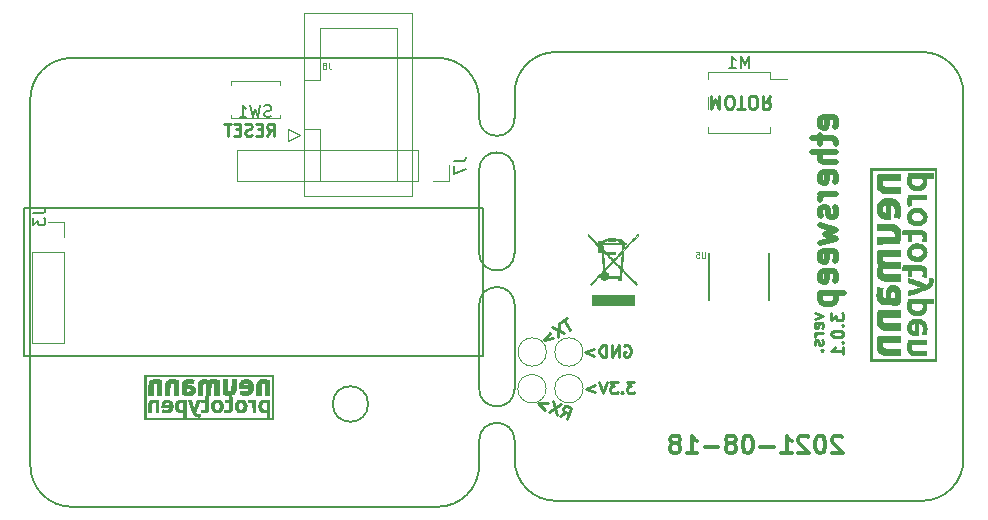
<source format=gbr>
%TF.GenerationSoftware,KiCad,Pcbnew,(5.1.8-0-10_14)*%
%TF.CreationDate,2021-08-18T13:43:01+02:00*%
%TF.ProjectId,ethersweep,65746865-7273-4776-9565-702e6b696361,2.0.1*%
%TF.SameCoordinates,Original*%
%TF.FileFunction,Legend,Bot*%
%TF.FilePolarity,Positive*%
%FSLAX46Y46*%
G04 Gerber Fmt 4.6, Leading zero omitted, Abs format (unit mm)*
G04 Created by KiCad (PCBNEW (5.1.8-0-10_14)) date 2021-08-18 13:43:01*
%MOMM*%
%LPD*%
G01*
G04 APERTURE LIST*
%TA.AperFunction,Profile*%
%ADD10C,0.150000*%
%TD*%
%ADD11C,0.250000*%
%ADD12C,0.150000*%
%ADD13C,0.275000*%
%ADD14C,0.500000*%
%ADD15C,0.375000*%
%ADD16C,0.010000*%
%ADD17C,0.120000*%
%ADD18C,0.127000*%
%ADD19C,0.125000*%
G04 APERTURE END LIST*
D10*
X198000000Y-81000000D02*
G75*
G02*
X201500000Y-84500000I0J-3500000D01*
G01*
D11*
X142537976Y-88082380D02*
X142871309Y-87606190D01*
X143109404Y-88082380D02*
X143109404Y-87082380D01*
X142728452Y-87082380D01*
X142633214Y-87130000D01*
X142585595Y-87177619D01*
X142537976Y-87272857D01*
X142537976Y-87415714D01*
X142585595Y-87510952D01*
X142633214Y-87558571D01*
X142728452Y-87606190D01*
X143109404Y-87606190D01*
X142109404Y-87558571D02*
X141776071Y-87558571D01*
X141633214Y-88082380D02*
X142109404Y-88082380D01*
X142109404Y-87082380D01*
X141633214Y-87082380D01*
X141252261Y-88034761D02*
X141109404Y-88082380D01*
X140871309Y-88082380D01*
X140776071Y-88034761D01*
X140728452Y-87987142D01*
X140680833Y-87891904D01*
X140680833Y-87796666D01*
X140728452Y-87701428D01*
X140776071Y-87653809D01*
X140871309Y-87606190D01*
X141061785Y-87558571D01*
X141157023Y-87510952D01*
X141204642Y-87463333D01*
X141252261Y-87368095D01*
X141252261Y-87272857D01*
X141204642Y-87177619D01*
X141157023Y-87130000D01*
X141061785Y-87082380D01*
X140823690Y-87082380D01*
X140680833Y-87130000D01*
X140252261Y-87558571D02*
X139918928Y-87558571D01*
X139776071Y-88082380D02*
X140252261Y-88082380D01*
X140252261Y-87082380D01*
X139776071Y-87082380D01*
X139490357Y-87082380D02*
X138918928Y-87082380D01*
X139204642Y-88082380D02*
X139204642Y-87082380D01*
X167922130Y-103535271D02*
X167427258Y-103820986D01*
X168174694Y-104544154D02*
X167674694Y-103678128D01*
X167221062Y-103940033D02*
X167143711Y-105139392D01*
X166643711Y-104273367D02*
X167721062Y-104806059D01*
X166480464Y-104752518D02*
X165963492Y-105380906D01*
X166766178Y-105247390D01*
X167383606Y-111843829D02*
X167859704Y-111510363D01*
X167920573Y-112039269D02*
X168262593Y-111099576D01*
X167904615Y-110969283D01*
X167798834Y-110981457D01*
X167737800Y-111009917D01*
X167660479Y-111083125D01*
X167611619Y-111217367D01*
X167623793Y-111323148D01*
X167652254Y-111384182D01*
X167725462Y-111461503D01*
X168083440Y-111591796D01*
X167412395Y-110790129D02*
X166443913Y-111501809D01*
X166785934Y-110562116D02*
X167070375Y-111729822D01*
X166313949Y-110745053D02*
X165500272Y-110752950D01*
X166118509Y-111282021D01*
D12*
X160800000Y-94200000D02*
X122000000Y-94200000D01*
D10*
X160500000Y-115500000D02*
X160500000Y-113900000D01*
X163500000Y-86600000D02*
X163500000Y-85000000D01*
X163500000Y-86600000D02*
G75*
G02*
X160500000Y-86600000I-1500000J0D01*
G01*
X163500000Y-115500000D02*
X163500000Y-113900000D01*
X160500000Y-86600000D02*
X160500000Y-85000000D01*
X160500000Y-113900000D02*
G75*
G02*
X163500000Y-113900000I1500000J0D01*
G01*
D13*
X180111904Y-84702380D02*
X180111904Y-85802380D01*
X180478571Y-85016666D01*
X180845238Y-85802380D01*
X180845238Y-84702380D01*
X181578571Y-85802380D02*
X181788095Y-85802380D01*
X181892857Y-85750000D01*
X181997619Y-85645238D01*
X182050000Y-85435714D01*
X182050000Y-85069047D01*
X181997619Y-84859523D01*
X181892857Y-84754761D01*
X181788095Y-84702380D01*
X181578571Y-84702380D01*
X181473809Y-84754761D01*
X181369047Y-84859523D01*
X181316666Y-85069047D01*
X181316666Y-85435714D01*
X181369047Y-85645238D01*
X181473809Y-85750000D01*
X181578571Y-85802380D01*
X182364285Y-85802380D02*
X182992857Y-85802380D01*
X182678571Y-84702380D02*
X182678571Y-85802380D01*
X183569047Y-85802380D02*
X183778571Y-85802380D01*
X183883333Y-85750000D01*
X183988095Y-85645238D01*
X184040476Y-85435714D01*
X184040476Y-85069047D01*
X183988095Y-84859523D01*
X183883333Y-84754761D01*
X183778571Y-84702380D01*
X183569047Y-84702380D01*
X183464285Y-84754761D01*
X183359523Y-84859523D01*
X183307142Y-85069047D01*
X183307142Y-85435714D01*
X183359523Y-85645238D01*
X183464285Y-85750000D01*
X183569047Y-85802380D01*
X185140476Y-84702380D02*
X184773809Y-85226190D01*
X184511904Y-84702380D02*
X184511904Y-85802380D01*
X184930952Y-85802380D01*
X185035714Y-85750000D01*
X185088095Y-85697619D01*
X185140476Y-85592857D01*
X185140476Y-85435714D01*
X185088095Y-85330952D01*
X185035714Y-85278571D01*
X184930952Y-85226190D01*
X184511904Y-85226190D01*
D14*
X190609523Y-87363095D02*
X190704761Y-87172619D01*
X190704761Y-86791666D01*
X190609523Y-86601190D01*
X190419047Y-86505952D01*
X189657142Y-86505952D01*
X189466666Y-86601190D01*
X189371428Y-86791666D01*
X189371428Y-87172619D01*
X189466666Y-87363095D01*
X189657142Y-87458333D01*
X189847619Y-87458333D01*
X190038095Y-86505952D01*
X189371428Y-88029761D02*
X189371428Y-88791666D01*
X188704761Y-88315476D02*
X190419047Y-88315476D01*
X190609523Y-88410714D01*
X190704761Y-88601190D01*
X190704761Y-88791666D01*
X190704761Y-89458333D02*
X188704761Y-89458333D01*
X190704761Y-90315476D02*
X189657142Y-90315476D01*
X189466666Y-90220238D01*
X189371428Y-90029761D01*
X189371428Y-89744047D01*
X189466666Y-89553571D01*
X189561904Y-89458333D01*
X190609523Y-92029761D02*
X190704761Y-91839285D01*
X190704761Y-91458333D01*
X190609523Y-91267857D01*
X190419047Y-91172619D01*
X189657142Y-91172619D01*
X189466666Y-91267857D01*
X189371428Y-91458333D01*
X189371428Y-91839285D01*
X189466666Y-92029761D01*
X189657142Y-92125000D01*
X189847619Y-92125000D01*
X190038095Y-91172619D01*
X190704761Y-92982142D02*
X189371428Y-92982142D01*
X189752380Y-92982142D02*
X189561904Y-93077380D01*
X189466666Y-93172619D01*
X189371428Y-93363095D01*
X189371428Y-93553571D01*
X190609523Y-94125000D02*
X190704761Y-94315476D01*
X190704761Y-94696428D01*
X190609523Y-94886904D01*
X190419047Y-94982142D01*
X190323809Y-94982142D01*
X190133333Y-94886904D01*
X190038095Y-94696428D01*
X190038095Y-94410714D01*
X189942857Y-94220238D01*
X189752380Y-94125000D01*
X189657142Y-94125000D01*
X189466666Y-94220238D01*
X189371428Y-94410714D01*
X189371428Y-94696428D01*
X189466666Y-94886904D01*
X189371428Y-95648809D02*
X190704761Y-96029761D01*
X189752380Y-96410714D01*
X190704761Y-96791666D01*
X189371428Y-97172619D01*
X190609523Y-98696428D02*
X190704761Y-98505952D01*
X190704761Y-98125000D01*
X190609523Y-97934523D01*
X190419047Y-97839285D01*
X189657142Y-97839285D01*
X189466666Y-97934523D01*
X189371428Y-98125000D01*
X189371428Y-98505952D01*
X189466666Y-98696428D01*
X189657142Y-98791666D01*
X189847619Y-98791666D01*
X190038095Y-97839285D01*
X190609523Y-100410714D02*
X190704761Y-100220238D01*
X190704761Y-99839285D01*
X190609523Y-99648809D01*
X190419047Y-99553571D01*
X189657142Y-99553571D01*
X189466666Y-99648809D01*
X189371428Y-99839285D01*
X189371428Y-100220238D01*
X189466666Y-100410714D01*
X189657142Y-100505952D01*
X189847619Y-100505952D01*
X190038095Y-99553571D01*
X189371428Y-101363095D02*
X191371428Y-101363095D01*
X189466666Y-101363095D02*
X189371428Y-101553571D01*
X189371428Y-101934523D01*
X189466666Y-102125000D01*
X189561904Y-102220238D01*
X189752380Y-102315476D01*
X190323809Y-102315476D01*
X190514285Y-102220238D01*
X190609523Y-102125000D01*
X190704761Y-101934523D01*
X190704761Y-101553571D01*
X190609523Y-101363095D01*
D11*
X173645238Y-108902380D02*
X173026190Y-108902380D01*
X173359523Y-109283333D01*
X173216666Y-109283333D01*
X173121428Y-109330952D01*
X173073809Y-109378571D01*
X173026190Y-109473809D01*
X173026190Y-109711904D01*
X173073809Y-109807142D01*
X173121428Y-109854761D01*
X173216666Y-109902380D01*
X173502380Y-109902380D01*
X173597619Y-109854761D01*
X173645238Y-109807142D01*
X172597619Y-109807142D02*
X172550000Y-109854761D01*
X172597619Y-109902380D01*
X172645238Y-109854761D01*
X172597619Y-109807142D01*
X172597619Y-109902380D01*
X172216666Y-108902380D02*
X171597619Y-108902380D01*
X171930952Y-109283333D01*
X171788095Y-109283333D01*
X171692857Y-109330952D01*
X171645238Y-109378571D01*
X171597619Y-109473809D01*
X171597619Y-109711904D01*
X171645238Y-109807142D01*
X171692857Y-109854761D01*
X171788095Y-109902380D01*
X172073809Y-109902380D01*
X172169047Y-109854761D01*
X172216666Y-109807142D01*
X171311904Y-108902380D02*
X170978571Y-109902380D01*
X170645238Y-108902380D01*
X170311904Y-109235714D02*
X169550000Y-109521428D01*
X170311904Y-109807142D01*
X172780952Y-105850000D02*
X172876190Y-105802380D01*
X173019047Y-105802380D01*
X173161904Y-105850000D01*
X173257142Y-105945238D01*
X173304761Y-106040476D01*
X173352380Y-106230952D01*
X173352380Y-106373809D01*
X173304761Y-106564285D01*
X173257142Y-106659523D01*
X173161904Y-106754761D01*
X173019047Y-106802380D01*
X172923809Y-106802380D01*
X172780952Y-106754761D01*
X172733333Y-106707142D01*
X172733333Y-106373809D01*
X172923809Y-106373809D01*
X172304761Y-106802380D02*
X172304761Y-105802380D01*
X171733333Y-106802380D01*
X171733333Y-105802380D01*
X171257142Y-106802380D02*
X171257142Y-105802380D01*
X171019047Y-105802380D01*
X170876190Y-105850000D01*
X170780952Y-105945238D01*
X170733333Y-106040476D01*
X170685714Y-106230952D01*
X170685714Y-106373809D01*
X170733333Y-106564285D01*
X170780952Y-106659523D01*
X170876190Y-106754761D01*
X171019047Y-106802380D01*
X171257142Y-106802380D01*
X170257142Y-106135714D02*
X169495238Y-106421428D01*
X170257142Y-106707142D01*
D10*
X163500000Y-98000000D02*
G75*
G02*
X160500000Y-98000000I-1500000J0D01*
G01*
X160500000Y-91000000D02*
G75*
G02*
X163500000Y-91000000I1500000J0D01*
G01*
X163500000Y-98000000D02*
X163500000Y-91000000D01*
X160500000Y-109500000D02*
X160500000Y-102400000D01*
X160500000Y-102400000D02*
G75*
G02*
X163500000Y-102400000I1500000J0D01*
G01*
X160500000Y-98000000D02*
X160500000Y-91000000D01*
X163500000Y-109500000D02*
X163500000Y-102400000D01*
X163500000Y-109500000D02*
G75*
G02*
X160500000Y-109500000I-1500000J0D01*
G01*
D11*
X188910714Y-103105357D02*
X189577380Y-103343452D01*
X188910714Y-103581547D01*
X189529761Y-104343452D02*
X189577380Y-104248214D01*
X189577380Y-104057738D01*
X189529761Y-103962500D01*
X189434523Y-103914880D01*
X189053571Y-103914880D01*
X188958333Y-103962500D01*
X188910714Y-104057738D01*
X188910714Y-104248214D01*
X188958333Y-104343452D01*
X189053571Y-104391071D01*
X189148809Y-104391071D01*
X189244047Y-103914880D01*
X189577380Y-104819642D02*
X188910714Y-104819642D01*
X189101190Y-104819642D02*
X189005952Y-104867261D01*
X188958333Y-104914880D01*
X188910714Y-105010119D01*
X188910714Y-105105357D01*
X189529761Y-105391071D02*
X189577380Y-105486309D01*
X189577380Y-105676785D01*
X189529761Y-105772023D01*
X189434523Y-105819642D01*
X189386904Y-105819642D01*
X189291666Y-105772023D01*
X189244047Y-105676785D01*
X189244047Y-105533928D01*
X189196428Y-105438690D01*
X189101190Y-105391071D01*
X189053571Y-105391071D01*
X188958333Y-105438690D01*
X188910714Y-105533928D01*
X188910714Y-105676785D01*
X188958333Y-105772023D01*
X189482142Y-106248214D02*
X189529761Y-106295833D01*
X189577380Y-106248214D01*
X189529761Y-106200595D01*
X189482142Y-106248214D01*
X189577380Y-106248214D01*
X190327380Y-103105357D02*
X190327380Y-103724404D01*
X190708333Y-103391071D01*
X190708333Y-103533928D01*
X190755952Y-103629166D01*
X190803571Y-103676785D01*
X190898809Y-103724404D01*
X191136904Y-103724404D01*
X191232142Y-103676785D01*
X191279761Y-103629166D01*
X191327380Y-103533928D01*
X191327380Y-103248214D01*
X191279761Y-103152976D01*
X191232142Y-103105357D01*
X191232142Y-104152976D02*
X191279761Y-104200595D01*
X191327380Y-104152976D01*
X191279761Y-104105357D01*
X191232142Y-104152976D01*
X191327380Y-104152976D01*
X190327380Y-104819642D02*
X190327380Y-104914880D01*
X190375000Y-105010119D01*
X190422619Y-105057738D01*
X190517857Y-105105357D01*
X190708333Y-105152976D01*
X190946428Y-105152976D01*
X191136904Y-105105357D01*
X191232142Y-105057738D01*
X191279761Y-105010119D01*
X191327380Y-104914880D01*
X191327380Y-104819642D01*
X191279761Y-104724404D01*
X191232142Y-104676785D01*
X191136904Y-104629166D01*
X190946428Y-104581547D01*
X190708333Y-104581547D01*
X190517857Y-104629166D01*
X190422619Y-104676785D01*
X190375000Y-104724404D01*
X190327380Y-104819642D01*
X191232142Y-105581547D02*
X191279761Y-105629166D01*
X191327380Y-105581547D01*
X191279761Y-105533928D01*
X191232142Y-105581547D01*
X191327380Y-105581547D01*
X191327380Y-106581547D02*
X191327380Y-106010119D01*
X191327380Y-106295833D02*
X190327380Y-106295833D01*
X190470238Y-106200595D01*
X190565476Y-106105357D01*
X190613095Y-106010119D01*
D15*
X191240535Y-113621428D02*
X191169107Y-113550000D01*
X191026250Y-113478571D01*
X190669107Y-113478571D01*
X190526250Y-113550000D01*
X190454821Y-113621428D01*
X190383392Y-113764285D01*
X190383392Y-113907142D01*
X190454821Y-114121428D01*
X191311964Y-114978571D01*
X190383392Y-114978571D01*
X189454821Y-113478571D02*
X189311964Y-113478571D01*
X189169107Y-113550000D01*
X189097678Y-113621428D01*
X189026250Y-113764285D01*
X188954821Y-114050000D01*
X188954821Y-114407142D01*
X189026250Y-114692857D01*
X189097678Y-114835714D01*
X189169107Y-114907142D01*
X189311964Y-114978571D01*
X189454821Y-114978571D01*
X189597678Y-114907142D01*
X189669107Y-114835714D01*
X189740535Y-114692857D01*
X189811964Y-114407142D01*
X189811964Y-114050000D01*
X189740535Y-113764285D01*
X189669107Y-113621428D01*
X189597678Y-113550000D01*
X189454821Y-113478571D01*
X188383392Y-113621428D02*
X188311964Y-113550000D01*
X188169107Y-113478571D01*
X187811964Y-113478571D01*
X187669107Y-113550000D01*
X187597678Y-113621428D01*
X187526250Y-113764285D01*
X187526250Y-113907142D01*
X187597678Y-114121428D01*
X188454821Y-114978571D01*
X187526250Y-114978571D01*
X186097678Y-114978571D02*
X186954821Y-114978571D01*
X186526250Y-114978571D02*
X186526250Y-113478571D01*
X186669107Y-113692857D01*
X186811964Y-113835714D01*
X186954821Y-113907142D01*
X185454821Y-114407142D02*
X184311964Y-114407142D01*
X183311964Y-113478571D02*
X183169107Y-113478571D01*
X183026250Y-113550000D01*
X182954821Y-113621428D01*
X182883392Y-113764285D01*
X182811964Y-114050000D01*
X182811964Y-114407142D01*
X182883392Y-114692857D01*
X182954821Y-114835714D01*
X183026250Y-114907142D01*
X183169107Y-114978571D01*
X183311964Y-114978571D01*
X183454821Y-114907142D01*
X183526250Y-114835714D01*
X183597678Y-114692857D01*
X183669107Y-114407142D01*
X183669107Y-114050000D01*
X183597678Y-113764285D01*
X183526250Y-113621428D01*
X183454821Y-113550000D01*
X183311964Y-113478571D01*
X181954821Y-114121428D02*
X182097678Y-114050000D01*
X182169107Y-113978571D01*
X182240535Y-113835714D01*
X182240535Y-113764285D01*
X182169107Y-113621428D01*
X182097678Y-113550000D01*
X181954821Y-113478571D01*
X181669107Y-113478571D01*
X181526250Y-113550000D01*
X181454821Y-113621428D01*
X181383392Y-113764285D01*
X181383392Y-113835714D01*
X181454821Y-113978571D01*
X181526250Y-114050000D01*
X181669107Y-114121428D01*
X181954821Y-114121428D01*
X182097678Y-114192857D01*
X182169107Y-114264285D01*
X182240535Y-114407142D01*
X182240535Y-114692857D01*
X182169107Y-114835714D01*
X182097678Y-114907142D01*
X181954821Y-114978571D01*
X181669107Y-114978571D01*
X181526250Y-114907142D01*
X181454821Y-114835714D01*
X181383392Y-114692857D01*
X181383392Y-114407142D01*
X181454821Y-114264285D01*
X181526250Y-114192857D01*
X181669107Y-114121428D01*
X180740535Y-114407142D02*
X179597678Y-114407142D01*
X178097678Y-114978571D02*
X178954821Y-114978571D01*
X178526250Y-114978571D02*
X178526250Y-113478571D01*
X178669107Y-113692857D01*
X178811964Y-113835714D01*
X178954821Y-113907142D01*
X177240535Y-114121428D02*
X177383392Y-114050000D01*
X177454821Y-113978571D01*
X177526250Y-113835714D01*
X177526250Y-113764285D01*
X177454821Y-113621428D01*
X177383392Y-113550000D01*
X177240535Y-113478571D01*
X176954821Y-113478571D01*
X176811964Y-113550000D01*
X176740535Y-113621428D01*
X176669107Y-113764285D01*
X176669107Y-113835714D01*
X176740535Y-113978571D01*
X176811964Y-114050000D01*
X176954821Y-114121428D01*
X177240535Y-114121428D01*
X177383392Y-114192857D01*
X177454821Y-114264285D01*
X177526250Y-114407142D01*
X177526250Y-114692857D01*
X177454821Y-114835714D01*
X177383392Y-114907142D01*
X177240535Y-114978571D01*
X176954821Y-114978571D01*
X176811964Y-114907142D01*
X176740535Y-114835714D01*
X176669107Y-114692857D01*
X176669107Y-114407142D01*
X176740535Y-114264285D01*
X176811964Y-114192857D01*
X176954821Y-114121428D01*
D10*
X160500000Y-116000000D02*
X160500000Y-115500000D01*
X163500000Y-84500000D02*
X163500000Y-85000000D01*
X151100000Y-110800000D02*
G75*
G03*
X151100000Y-110800000I-1500000J0D01*
G01*
D12*
X160800000Y-106700000D02*
X160800000Y-94200000D01*
X122000000Y-106700000D02*
X160800000Y-106700000D01*
X122000000Y-94200000D02*
X122000000Y-106700000D01*
D10*
X126000000Y-119500000D02*
G75*
G02*
X122500000Y-116000000I0J3500000D01*
G01*
X126000000Y-119500000D02*
X157000000Y-119500000D01*
X167000000Y-81000000D02*
X198000000Y-81000000D01*
X163500000Y-84500000D02*
G75*
G02*
X167000000Y-81000000I3500000J0D01*
G01*
X201500000Y-115500000D02*
G75*
G02*
X198000000Y-119000000I-3500000J0D01*
G01*
X167000000Y-119000000D02*
G75*
G02*
X163500000Y-115500000I0J3500000D01*
G01*
X167000000Y-119000000D02*
X198000000Y-119000000D01*
X201500000Y-115500000D02*
X201500000Y-84500000D01*
X122500000Y-85000000D02*
X122500000Y-116000000D01*
X160500000Y-116000000D02*
G75*
G02*
X157000000Y-119500000I-3500000J0D01*
G01*
X157000000Y-81500000D02*
G75*
G02*
X160500000Y-85000000I0J-3500000D01*
G01*
X122500000Y-85000000D02*
G75*
G02*
X126000000Y-81500000I3500000J0D01*
G01*
X157000000Y-81500000D02*
X126000000Y-81500000D01*
D16*
G36*
X199210933Y-107153400D02*
G01*
X199210933Y-90846601D01*
X193758400Y-90846601D01*
X193758400Y-90982067D01*
X199075467Y-90982067D01*
X199075467Y-107017934D01*
X193758400Y-107017934D01*
X193758400Y-90982067D01*
X193758400Y-90846601D01*
X193622933Y-90846601D01*
X193622933Y-107153400D01*
X199210933Y-107153400D01*
G37*
X199210933Y-107153400D02*
X199210933Y-90846601D01*
X193758400Y-90846601D01*
X193758400Y-90982067D01*
X199075467Y-90982067D01*
X199075467Y-107017934D01*
X193758400Y-107017934D01*
X193758400Y-90982067D01*
X193758400Y-90846601D01*
X193622933Y-90846601D01*
X193622933Y-107153400D01*
X199210933Y-107153400D01*
G36*
X196743516Y-91875300D02*
G01*
X196743869Y-91936314D01*
X196744653Y-91983685D01*
X196746154Y-92020705D01*
X196748661Y-92050662D01*
X196752459Y-92076848D01*
X196757838Y-92102554D01*
X196765083Y-92131068D01*
X196766215Y-92135294D01*
X196803379Y-92243851D01*
X196853279Y-92341551D01*
X196915350Y-92428017D01*
X196989027Y-92502874D01*
X197073745Y-92565745D01*
X197168940Y-92616254D01*
X197274047Y-92654024D01*
X197388500Y-92678679D01*
X197511737Y-92689843D01*
X197598034Y-92689622D01*
X197727385Y-92678461D01*
X197846267Y-92655329D01*
X197954228Y-92620604D01*
X198050821Y-92574664D01*
X198135596Y-92517885D01*
X198208104Y-92450645D01*
X198267896Y-92373323D01*
X198314524Y-92286296D01*
X198347538Y-92189940D01*
X198366489Y-92084635D01*
X198370015Y-92040401D01*
X198369937Y-91951516D01*
X198359488Y-91865224D01*
X198337848Y-91777506D01*
X198304194Y-91684344D01*
X198290896Y-91653051D01*
X198292919Y-91650178D01*
X198302643Y-91647842D01*
X198321396Y-91645995D01*
X198350509Y-91644591D01*
X198391312Y-91643583D01*
X198445132Y-91642924D01*
X198513301Y-91642568D01*
X198591961Y-91642467D01*
X198897667Y-91642467D01*
X198897667Y-91466078D01*
X198897407Y-91413057D01*
X198896682Y-91365871D01*
X198895572Y-91327109D01*
X198894158Y-91299362D01*
X198892519Y-91285222D01*
X198892022Y-91284045D01*
X198883001Y-91283329D01*
X198858082Y-91282640D01*
X198818298Y-91281983D01*
X198764685Y-91281363D01*
X198698277Y-91280786D01*
X198620109Y-91280258D01*
X198531216Y-91279785D01*
X198432632Y-91279371D01*
X198325392Y-91279024D01*
X198210531Y-91278747D01*
X198089083Y-91278548D01*
X197974093Y-91278443D01*
X197974093Y-91642319D01*
X198004568Y-91705680D01*
X198031428Y-91769293D01*
X198048070Y-91829695D01*
X198055786Y-91893306D01*
X198056050Y-91961810D01*
X198053799Y-92004921D01*
X198050009Y-92036847D01*
X198043509Y-92063334D01*
X198033131Y-92090126D01*
X198027333Y-92102853D01*
X197994166Y-92158677D01*
X197950427Y-92204979D01*
X197893483Y-92244386D01*
X197875447Y-92254212D01*
X197828933Y-92276376D01*
X197784229Y-92292719D01*
X197737440Y-92304004D01*
X197684670Y-92310995D01*
X197622024Y-92314454D01*
X197564167Y-92315192D01*
X197494360Y-92314186D01*
X197437380Y-92310612D01*
X197389219Y-92303732D01*
X197345871Y-92292805D01*
X197303327Y-92277091D01*
X197266437Y-92260216D01*
X197198575Y-92218242D01*
X197142923Y-92164766D01*
X197100104Y-92100639D01*
X197070742Y-92026708D01*
X197060114Y-91979608D01*
X197056393Y-91945786D01*
X197054345Y-91901521D01*
X197053871Y-91851199D01*
X197054873Y-91799209D01*
X197057252Y-91749938D01*
X197060909Y-91707774D01*
X197065746Y-91677105D01*
X197067026Y-91672100D01*
X197074316Y-91646701D01*
X197524204Y-91644510D01*
X197974093Y-91642319D01*
X197974093Y-91278443D01*
X197962082Y-91278431D01*
X197855254Y-91278400D01*
X196824129Y-91278400D01*
X196815113Y-91310150D01*
X196808227Y-91337703D01*
X196799384Y-91377910D01*
X196789377Y-91426717D01*
X196778997Y-91480069D01*
X196769036Y-91533912D01*
X196760285Y-91584192D01*
X196754359Y-91621301D01*
X196749888Y-91662314D01*
X196746500Y-91717160D01*
X196744326Y-91782765D01*
X196743497Y-91856054D01*
X196743516Y-91875300D01*
G37*
X196743516Y-91875300D02*
X196743869Y-91936314D01*
X196744653Y-91983685D01*
X196746154Y-92020705D01*
X196748661Y-92050662D01*
X196752459Y-92076848D01*
X196757838Y-92102554D01*
X196765083Y-92131068D01*
X196766215Y-92135294D01*
X196803379Y-92243851D01*
X196853279Y-92341551D01*
X196915350Y-92428017D01*
X196989027Y-92502874D01*
X197073745Y-92565745D01*
X197168940Y-92616254D01*
X197274047Y-92654024D01*
X197388500Y-92678679D01*
X197511737Y-92689843D01*
X197598034Y-92689622D01*
X197727385Y-92678461D01*
X197846267Y-92655329D01*
X197954228Y-92620604D01*
X198050821Y-92574664D01*
X198135596Y-92517885D01*
X198208104Y-92450645D01*
X198267896Y-92373323D01*
X198314524Y-92286296D01*
X198347538Y-92189940D01*
X198366489Y-92084635D01*
X198370015Y-92040401D01*
X198369937Y-91951516D01*
X198359488Y-91865224D01*
X198337848Y-91777506D01*
X198304194Y-91684344D01*
X198290896Y-91653051D01*
X198292919Y-91650178D01*
X198302643Y-91647842D01*
X198321396Y-91645995D01*
X198350509Y-91644591D01*
X198391312Y-91643583D01*
X198445132Y-91642924D01*
X198513301Y-91642568D01*
X198591961Y-91642467D01*
X198897667Y-91642467D01*
X198897667Y-91466078D01*
X198897407Y-91413057D01*
X198896682Y-91365871D01*
X198895572Y-91327109D01*
X198894158Y-91299362D01*
X198892519Y-91285222D01*
X198892022Y-91284045D01*
X198883001Y-91283329D01*
X198858082Y-91282640D01*
X198818298Y-91281983D01*
X198764685Y-91281363D01*
X198698277Y-91280786D01*
X198620109Y-91280258D01*
X198531216Y-91279785D01*
X198432632Y-91279371D01*
X198325392Y-91279024D01*
X198210531Y-91278747D01*
X198089083Y-91278548D01*
X197974093Y-91278443D01*
X197974093Y-91642319D01*
X198004568Y-91705680D01*
X198031428Y-91769293D01*
X198048070Y-91829695D01*
X198055786Y-91893306D01*
X198056050Y-91961810D01*
X198053799Y-92004921D01*
X198050009Y-92036847D01*
X198043509Y-92063334D01*
X198033131Y-92090126D01*
X198027333Y-92102853D01*
X197994166Y-92158677D01*
X197950427Y-92204979D01*
X197893483Y-92244386D01*
X197875447Y-92254212D01*
X197828933Y-92276376D01*
X197784229Y-92292719D01*
X197737440Y-92304004D01*
X197684670Y-92310995D01*
X197622024Y-92314454D01*
X197564167Y-92315192D01*
X197494360Y-92314186D01*
X197437380Y-92310612D01*
X197389219Y-92303732D01*
X197345871Y-92292805D01*
X197303327Y-92277091D01*
X197266437Y-92260216D01*
X197198575Y-92218242D01*
X197142923Y-92164766D01*
X197100104Y-92100639D01*
X197070742Y-92026708D01*
X197060114Y-91979608D01*
X197056393Y-91945786D01*
X197054345Y-91901521D01*
X197053871Y-91851199D01*
X197054873Y-91799209D01*
X197057252Y-91749938D01*
X197060909Y-91707774D01*
X197065746Y-91677105D01*
X197067026Y-91672100D01*
X197074316Y-91646701D01*
X197524204Y-91644510D01*
X197974093Y-91642319D01*
X197974093Y-91278443D01*
X197962082Y-91278431D01*
X197855254Y-91278400D01*
X196824129Y-91278400D01*
X196815113Y-91310150D01*
X196808227Y-91337703D01*
X196799384Y-91377910D01*
X196789377Y-91426717D01*
X196778997Y-91480069D01*
X196769036Y-91533912D01*
X196760285Y-91584192D01*
X196754359Y-91621301D01*
X196749888Y-91662314D01*
X196746500Y-91717160D01*
X196744326Y-91782765D01*
X196743497Y-91856054D01*
X196743516Y-91875300D01*
G36*
X196772563Y-100511301D02*
G01*
X196901665Y-100544166D01*
X196969598Y-100562540D01*
X197048923Y-100585814D01*
X197136988Y-100613073D01*
X197231141Y-100643401D01*
X197328728Y-100675885D01*
X197427100Y-100709610D01*
X197523602Y-100743659D01*
X197615583Y-100777119D01*
X197700391Y-100809075D01*
X197775374Y-100838611D01*
X197837879Y-100864812D01*
X197860500Y-100874937D01*
X197919767Y-100902152D01*
X197737734Y-100962360D01*
X197630143Y-100996881D01*
X197509310Y-101033762D01*
X197378596Y-101072055D01*
X197241365Y-101110814D01*
X197100982Y-101149089D01*
X196960809Y-101185933D01*
X196824209Y-101220400D01*
X196806400Y-101224776D01*
X196776767Y-101232033D01*
X196774487Y-101420506D01*
X196773820Y-101481644D01*
X196773590Y-101527853D01*
X196773934Y-101561132D01*
X196774991Y-101583482D01*
X196776898Y-101596904D01*
X196779794Y-101603399D01*
X196783818Y-101604966D01*
X196787187Y-101604265D01*
X196801096Y-101600169D01*
X196827357Y-101592667D01*
X196862009Y-101582883D01*
X196895300Y-101573559D01*
X197081513Y-101519594D01*
X197275269Y-101459710D01*
X197472171Y-101395402D01*
X197667820Y-101328164D01*
X197857818Y-101259489D01*
X198037764Y-101190871D01*
X198127200Y-101155183D01*
X198237451Y-101109787D01*
X198333154Y-101068861D01*
X198415838Y-101031554D01*
X198487035Y-100997021D01*
X198548271Y-100964411D01*
X198601078Y-100932878D01*
X198646984Y-100901573D01*
X198687520Y-100869648D01*
X198724213Y-100836255D01*
X198750118Y-100809752D01*
X198797854Y-100752720D01*
X198834654Y-100694310D01*
X198861619Y-100631462D01*
X198879851Y-100561115D01*
X198890451Y-100480209D01*
X198894082Y-100409701D01*
X198894448Y-100335816D01*
X198891328Y-100276856D01*
X198885031Y-100233025D01*
X198871424Y-100173852D01*
X198858587Y-100131356D01*
X198846430Y-100105306D01*
X198834860Y-100095467D01*
X198831263Y-100095706D01*
X198818230Y-100098975D01*
X198792063Y-100105106D01*
X198756166Y-100113317D01*
X198713942Y-100122824D01*
X198698700Y-100126224D01*
X198655117Y-100135977D01*
X198616719Y-100144677D01*
X198586903Y-100151547D01*
X198569064Y-100155808D01*
X198566320Y-100156527D01*
X198559351Y-100160140D01*
X198557431Y-100168181D01*
X198560790Y-100184474D01*
X198569661Y-100212843D01*
X198569750Y-100213113D01*
X198580053Y-100256950D01*
X198586415Y-100310204D01*
X198588770Y-100367514D01*
X198587051Y-100423519D01*
X198581193Y-100472859D01*
X198573326Y-100504379D01*
X198545881Y-100559173D01*
X198503501Y-100611511D01*
X198448181Y-100659421D01*
X198381912Y-100700930D01*
X198367030Y-100708532D01*
X198323226Y-100730094D01*
X198125730Y-100636327D01*
X197954514Y-100556518D01*
X197793683Y-100484796D01*
X197639614Y-100419739D01*
X197488684Y-100359922D01*
X197337269Y-100303921D01*
X197181746Y-100250312D01*
X197018491Y-100197671D01*
X196976363Y-100184593D01*
X196922397Y-100168047D01*
X196873798Y-100153314D01*
X196832913Y-100141092D01*
X196802084Y-100132078D01*
X196783657Y-100126968D01*
X196779513Y-100126067D01*
X196777518Y-100134137D01*
X196775747Y-100156764D01*
X196774285Y-100191571D01*
X196773219Y-100236181D01*
X196772634Y-100288219D01*
X196772548Y-100318684D01*
X196772563Y-100511301D01*
G37*
X196772563Y-100511301D02*
X196901665Y-100544166D01*
X196969598Y-100562540D01*
X197048923Y-100585814D01*
X197136988Y-100613073D01*
X197231141Y-100643401D01*
X197328728Y-100675885D01*
X197427100Y-100709610D01*
X197523602Y-100743659D01*
X197615583Y-100777119D01*
X197700391Y-100809075D01*
X197775374Y-100838611D01*
X197837879Y-100864812D01*
X197860500Y-100874937D01*
X197919767Y-100902152D01*
X197737734Y-100962360D01*
X197630143Y-100996881D01*
X197509310Y-101033762D01*
X197378596Y-101072055D01*
X197241365Y-101110814D01*
X197100982Y-101149089D01*
X196960809Y-101185933D01*
X196824209Y-101220400D01*
X196806400Y-101224776D01*
X196776767Y-101232033D01*
X196774487Y-101420506D01*
X196773820Y-101481644D01*
X196773590Y-101527853D01*
X196773934Y-101561132D01*
X196774991Y-101583482D01*
X196776898Y-101596904D01*
X196779794Y-101603399D01*
X196783818Y-101604966D01*
X196787187Y-101604265D01*
X196801096Y-101600169D01*
X196827357Y-101592667D01*
X196862009Y-101582883D01*
X196895300Y-101573559D01*
X197081513Y-101519594D01*
X197275269Y-101459710D01*
X197472171Y-101395402D01*
X197667820Y-101328164D01*
X197857818Y-101259489D01*
X198037764Y-101190871D01*
X198127200Y-101155183D01*
X198237451Y-101109787D01*
X198333154Y-101068861D01*
X198415838Y-101031554D01*
X198487035Y-100997021D01*
X198548271Y-100964411D01*
X198601078Y-100932878D01*
X198646984Y-100901573D01*
X198687520Y-100869648D01*
X198724213Y-100836255D01*
X198750118Y-100809752D01*
X198797854Y-100752720D01*
X198834654Y-100694310D01*
X198861619Y-100631462D01*
X198879851Y-100561115D01*
X198890451Y-100480209D01*
X198894082Y-100409701D01*
X198894448Y-100335816D01*
X198891328Y-100276856D01*
X198885031Y-100233025D01*
X198871424Y-100173852D01*
X198858587Y-100131356D01*
X198846430Y-100105306D01*
X198834860Y-100095467D01*
X198831263Y-100095706D01*
X198818230Y-100098975D01*
X198792063Y-100105106D01*
X198756166Y-100113317D01*
X198713942Y-100122824D01*
X198698700Y-100126224D01*
X198655117Y-100135977D01*
X198616719Y-100144677D01*
X198586903Y-100151547D01*
X198569064Y-100155808D01*
X198566320Y-100156527D01*
X198559351Y-100160140D01*
X198557431Y-100168181D01*
X198560790Y-100184474D01*
X198569661Y-100212843D01*
X198569750Y-100213113D01*
X198580053Y-100256950D01*
X198586415Y-100310204D01*
X198588770Y-100367514D01*
X198587051Y-100423519D01*
X198581193Y-100472859D01*
X198573326Y-100504379D01*
X198545881Y-100559173D01*
X198503501Y-100611511D01*
X198448181Y-100659421D01*
X198381912Y-100700930D01*
X198367030Y-100708532D01*
X198323226Y-100730094D01*
X198125730Y-100636327D01*
X197954514Y-100556518D01*
X197793683Y-100484796D01*
X197639614Y-100419739D01*
X197488684Y-100359922D01*
X197337269Y-100303921D01*
X197181746Y-100250312D01*
X197018491Y-100197671D01*
X196976363Y-100184593D01*
X196922397Y-100168047D01*
X196873798Y-100153314D01*
X196832913Y-100141092D01*
X196802084Y-100132078D01*
X196783657Y-100126968D01*
X196779513Y-100126067D01*
X196777518Y-100134137D01*
X196775747Y-100156764D01*
X196774285Y-100191571D01*
X196773219Y-100236181D01*
X196772634Y-100288219D01*
X196772548Y-100318684D01*
X196772563Y-100511301D01*
G36*
X196743629Y-102532413D02*
G01*
X196746345Y-102595520D01*
X196750620Y-102650347D01*
X196756421Y-102693212D01*
X196758680Y-102704167D01*
X196792329Y-102815796D01*
X196838639Y-102917036D01*
X196897164Y-103007290D01*
X196967455Y-103085965D01*
X197049065Y-103152463D01*
X197132367Y-103201681D01*
X197230896Y-103242193D01*
X197338414Y-103270690D01*
X197452083Y-103287282D01*
X197569068Y-103292076D01*
X197686533Y-103285179D01*
X197801642Y-103266700D01*
X197911559Y-103236748D01*
X198013448Y-103195428D01*
X198068134Y-103166068D01*
X198150897Y-103107343D01*
X198221614Y-103036883D01*
X198279850Y-102955280D01*
X198325166Y-102863127D01*
X198352311Y-102780367D01*
X198359854Y-102744988D01*
X198364736Y-102704531D01*
X198367321Y-102654858D01*
X198367984Y-102602567D01*
X198365418Y-102520242D01*
X198356897Y-102448788D01*
X198341396Y-102382876D01*
X198317892Y-102317178D01*
X198309244Y-102296979D01*
X198298159Y-102271440D01*
X198290493Y-102252874D01*
X198288067Y-102245914D01*
X198296219Y-102245184D01*
X198319414Y-102244513D01*
X198355765Y-102243921D01*
X198403382Y-102243428D01*
X198460375Y-102243052D01*
X198524855Y-102242814D01*
X198592867Y-102242734D01*
X198897667Y-102242734D01*
X198897667Y-102066345D01*
X198897407Y-102013324D01*
X198896682Y-101966137D01*
X198895572Y-101927376D01*
X198894158Y-101899629D01*
X198892519Y-101885488D01*
X198892022Y-101884312D01*
X198883001Y-101883596D01*
X198858082Y-101882907D01*
X198818298Y-101882249D01*
X198764685Y-101881630D01*
X198698277Y-101881053D01*
X198620108Y-101880525D01*
X198531214Y-101880052D01*
X198432629Y-101879638D01*
X198325388Y-101879290D01*
X198210525Y-101879014D01*
X198089075Y-101878814D01*
X197965074Y-101878700D01*
X197965074Y-102242585D01*
X197982521Y-102267087D01*
X198017853Y-102330538D01*
X198042135Y-102405311D01*
X198054888Y-102489500D01*
X198056477Y-102562124D01*
X198054749Y-102603228D01*
X198051690Y-102633205D01*
X198045977Y-102657862D01*
X198036287Y-102683006D01*
X198022167Y-102712684D01*
X197988882Y-102766908D01*
X197946385Y-102811871D01*
X197892778Y-102848941D01*
X197826160Y-102879487D01*
X197761700Y-102900290D01*
X197727478Y-102906832D01*
X197680700Y-102911682D01*
X197625663Y-102914796D01*
X197566664Y-102916130D01*
X197507999Y-102915639D01*
X197453965Y-102913279D01*
X197408859Y-102909006D01*
X197382134Y-102904192D01*
X197322461Y-102885037D01*
X197263216Y-102858484D01*
X197210023Y-102827389D01*
X197170925Y-102796910D01*
X197128088Y-102746695D01*
X197093068Y-102685142D01*
X197068269Y-102616953D01*
X197060114Y-102579875D01*
X197056393Y-102546053D01*
X197054345Y-102501787D01*
X197053871Y-102451465D01*
X197054873Y-102399475D01*
X197057252Y-102350204D01*
X197060909Y-102308041D01*
X197065746Y-102277372D01*
X197067026Y-102272367D01*
X197074316Y-102246967D01*
X197965074Y-102242585D01*
X197965074Y-101878700D01*
X197962072Y-101878697D01*
X197855182Y-101878667D01*
X196823986Y-101878667D01*
X196815233Y-101911174D01*
X196807700Y-101942198D01*
X196798276Y-101985542D01*
X196787818Y-102036819D01*
X196777185Y-102091640D01*
X196767235Y-102145617D01*
X196758826Y-102194363D01*
X196754532Y-102221567D01*
X196748982Y-102270835D01*
X196745148Y-102330237D01*
X196742999Y-102396089D01*
X196742503Y-102464708D01*
X196743629Y-102532413D01*
G37*
X196743629Y-102532413D02*
X196746345Y-102595520D01*
X196750620Y-102650347D01*
X196756421Y-102693212D01*
X196758680Y-102704167D01*
X196792329Y-102815796D01*
X196838639Y-102917036D01*
X196897164Y-103007290D01*
X196967455Y-103085965D01*
X197049065Y-103152463D01*
X197132367Y-103201681D01*
X197230896Y-103242193D01*
X197338414Y-103270690D01*
X197452083Y-103287282D01*
X197569068Y-103292076D01*
X197686533Y-103285179D01*
X197801642Y-103266700D01*
X197911559Y-103236748D01*
X198013448Y-103195428D01*
X198068134Y-103166068D01*
X198150897Y-103107343D01*
X198221614Y-103036883D01*
X198279850Y-102955280D01*
X198325166Y-102863127D01*
X198352311Y-102780367D01*
X198359854Y-102744988D01*
X198364736Y-102704531D01*
X198367321Y-102654858D01*
X198367984Y-102602567D01*
X198365418Y-102520242D01*
X198356897Y-102448788D01*
X198341396Y-102382876D01*
X198317892Y-102317178D01*
X198309244Y-102296979D01*
X198298159Y-102271440D01*
X198290493Y-102252874D01*
X198288067Y-102245914D01*
X198296219Y-102245184D01*
X198319414Y-102244513D01*
X198355765Y-102243921D01*
X198403382Y-102243428D01*
X198460375Y-102243052D01*
X198524855Y-102242814D01*
X198592867Y-102242734D01*
X198897667Y-102242734D01*
X198897667Y-102066345D01*
X198897407Y-102013324D01*
X198896682Y-101966137D01*
X198895572Y-101927376D01*
X198894158Y-101899629D01*
X198892519Y-101885488D01*
X198892022Y-101884312D01*
X198883001Y-101883596D01*
X198858082Y-101882907D01*
X198818298Y-101882249D01*
X198764685Y-101881630D01*
X198698277Y-101881053D01*
X198620108Y-101880525D01*
X198531214Y-101880052D01*
X198432629Y-101879638D01*
X198325388Y-101879290D01*
X198210525Y-101879014D01*
X198089075Y-101878814D01*
X197965074Y-101878700D01*
X197965074Y-102242585D01*
X197982521Y-102267087D01*
X198017853Y-102330538D01*
X198042135Y-102405311D01*
X198054888Y-102489500D01*
X198056477Y-102562124D01*
X198054749Y-102603228D01*
X198051690Y-102633205D01*
X198045977Y-102657862D01*
X198036287Y-102683006D01*
X198022167Y-102712684D01*
X197988882Y-102766908D01*
X197946385Y-102811871D01*
X197892778Y-102848941D01*
X197826160Y-102879487D01*
X197761700Y-102900290D01*
X197727478Y-102906832D01*
X197680700Y-102911682D01*
X197625663Y-102914796D01*
X197566664Y-102916130D01*
X197507999Y-102915639D01*
X197453965Y-102913279D01*
X197408859Y-102909006D01*
X197382134Y-102904192D01*
X197322461Y-102885037D01*
X197263216Y-102858484D01*
X197210023Y-102827389D01*
X197170925Y-102796910D01*
X197128088Y-102746695D01*
X197093068Y-102685142D01*
X197068269Y-102616953D01*
X197060114Y-102579875D01*
X197056393Y-102546053D01*
X197054345Y-102501787D01*
X197053871Y-102451465D01*
X197054873Y-102399475D01*
X197057252Y-102350204D01*
X197060909Y-102308041D01*
X197065746Y-102277372D01*
X197067026Y-102272367D01*
X197074316Y-102246967D01*
X197965074Y-102242585D01*
X197965074Y-101878700D01*
X197962072Y-101878697D01*
X197855182Y-101878667D01*
X196823986Y-101878667D01*
X196815233Y-101911174D01*
X196807700Y-101942198D01*
X196798276Y-101985542D01*
X196787818Y-102036819D01*
X196777185Y-102091640D01*
X196767235Y-102145617D01*
X196758826Y-102194363D01*
X196754532Y-102221567D01*
X196748982Y-102270835D01*
X196745148Y-102330237D01*
X196742999Y-102396089D01*
X196742503Y-102464708D01*
X196743629Y-102532413D01*
G36*
X196746723Y-95084681D02*
G01*
X196774751Y-95192089D01*
X196817986Y-95297170D01*
X196825688Y-95312421D01*
X196848608Y-95352269D01*
X196875762Y-95389902D01*
X196910763Y-95430013D01*
X196937378Y-95457571D01*
X197000843Y-95515681D01*
X197067056Y-95563764D01*
X197139571Y-95603792D01*
X197221938Y-95637739D01*
X197312819Y-95666231D01*
X197337199Y-95672473D01*
X197361084Y-95677114D01*
X197387556Y-95680381D01*
X197419696Y-95682505D01*
X197460587Y-95683715D01*
X197513310Y-95684242D01*
X197555700Y-95684326D01*
X197616345Y-95684206D01*
X197663346Y-95683634D01*
X197699989Y-95682324D01*
X197729562Y-95679992D01*
X197755354Y-95676354D01*
X197780652Y-95671123D01*
X197808742Y-95664016D01*
X197817562Y-95661650D01*
X197929263Y-95623734D01*
X198030222Y-95573524D01*
X198119813Y-95511625D01*
X198197409Y-95438638D01*
X198262382Y-95355169D01*
X198314106Y-95261820D01*
X198351953Y-95159195D01*
X198356411Y-95142977D01*
X198363776Y-95106079D01*
X198370050Y-95058023D01*
X198374925Y-95003717D01*
X198378098Y-94948068D01*
X198379263Y-94895983D01*
X198378115Y-94852370D01*
X198375874Y-94830167D01*
X198350709Y-94719572D01*
X198310859Y-94616559D01*
X198257105Y-94522165D01*
X198190225Y-94437424D01*
X198111000Y-94363375D01*
X198020210Y-94301052D01*
X197950659Y-94265170D01*
X197887671Y-94239569D01*
X197824287Y-94220388D01*
X197756518Y-94206845D01*
X197680375Y-94198154D01*
X197591868Y-94193531D01*
X197585334Y-94193345D01*
X197569541Y-94192998D01*
X197569541Y-94563902D01*
X197636068Y-94566122D01*
X197695493Y-94571476D01*
X197727507Y-94576618D01*
X197812982Y-94600718D01*
X197887442Y-94635760D01*
X197950093Y-94680703D01*
X198000141Y-94734507D01*
X198036791Y-94796132D01*
X198059250Y-94864536D01*
X198066724Y-94938678D01*
X198059549Y-95011769D01*
X198044151Y-95064660D01*
X198019556Y-95117179D01*
X197989348Y-95162059D01*
X197980563Y-95172063D01*
X197937546Y-95209704D01*
X197882893Y-95245165D01*
X197821873Y-95275287D01*
X197784964Y-95289294D01*
X197760024Y-95297348D01*
X197738139Y-95303257D01*
X197716004Y-95307353D01*
X197690317Y-95309966D01*
X197657772Y-95311426D01*
X197615066Y-95312063D01*
X197558896Y-95312207D01*
X197555700Y-95312207D01*
X197498814Y-95312081D01*
X197455550Y-95311482D01*
X197422599Y-95310076D01*
X197396649Y-95307531D01*
X197374390Y-95303514D01*
X197352512Y-95297691D01*
X197327705Y-95289731D01*
X197325768Y-95289083D01*
X197245043Y-95255077D01*
X197177510Y-95211787D01*
X197123684Y-95159773D01*
X197084080Y-95099593D01*
X197059215Y-95031808D01*
X197052100Y-94992261D01*
X197050064Y-94911724D01*
X197063424Y-94837194D01*
X197091408Y-94769632D01*
X197133247Y-94710000D01*
X197188173Y-94659259D01*
X197255414Y-94618370D01*
X197334202Y-94588295D01*
X197385235Y-94576118D01*
X197438337Y-94568891D01*
X197501701Y-94564822D01*
X197569541Y-94563902D01*
X197569541Y-94192998D01*
X197527571Y-94192073D01*
X197482503Y-94191973D01*
X197445914Y-94193298D01*
X197413590Y-94196302D01*
X197381318Y-94201238D01*
X197348632Y-94207584D01*
X197237111Y-94236861D01*
X197137766Y-94276555D01*
X197048762Y-94327573D01*
X196968263Y-94390823D01*
X196957086Y-94401159D01*
X196885078Y-94480360D01*
X196826674Y-94568358D01*
X196782102Y-94663563D01*
X196751592Y-94764387D01*
X196735373Y-94869241D01*
X196733674Y-94976535D01*
X196746723Y-95084681D01*
G37*
X196746723Y-95084681D02*
X196774751Y-95192089D01*
X196817986Y-95297170D01*
X196825688Y-95312421D01*
X196848608Y-95352269D01*
X196875762Y-95389902D01*
X196910763Y-95430013D01*
X196937378Y-95457571D01*
X197000843Y-95515681D01*
X197067056Y-95563764D01*
X197139571Y-95603792D01*
X197221938Y-95637739D01*
X197312819Y-95666231D01*
X197337199Y-95672473D01*
X197361084Y-95677114D01*
X197387556Y-95680381D01*
X197419696Y-95682505D01*
X197460587Y-95683715D01*
X197513310Y-95684242D01*
X197555700Y-95684326D01*
X197616345Y-95684206D01*
X197663346Y-95683634D01*
X197699989Y-95682324D01*
X197729562Y-95679992D01*
X197755354Y-95676354D01*
X197780652Y-95671123D01*
X197808742Y-95664016D01*
X197817562Y-95661650D01*
X197929263Y-95623734D01*
X198030222Y-95573524D01*
X198119813Y-95511625D01*
X198197409Y-95438638D01*
X198262382Y-95355169D01*
X198314106Y-95261820D01*
X198351953Y-95159195D01*
X198356411Y-95142977D01*
X198363776Y-95106079D01*
X198370050Y-95058023D01*
X198374925Y-95003717D01*
X198378098Y-94948068D01*
X198379263Y-94895983D01*
X198378115Y-94852370D01*
X198375874Y-94830167D01*
X198350709Y-94719572D01*
X198310859Y-94616559D01*
X198257105Y-94522165D01*
X198190225Y-94437424D01*
X198111000Y-94363375D01*
X198020210Y-94301052D01*
X197950659Y-94265170D01*
X197887671Y-94239569D01*
X197824287Y-94220388D01*
X197756518Y-94206845D01*
X197680375Y-94198154D01*
X197591868Y-94193531D01*
X197585334Y-94193345D01*
X197569541Y-94192998D01*
X197569541Y-94563902D01*
X197636068Y-94566122D01*
X197695493Y-94571476D01*
X197727507Y-94576618D01*
X197812982Y-94600718D01*
X197887442Y-94635760D01*
X197950093Y-94680703D01*
X198000141Y-94734507D01*
X198036791Y-94796132D01*
X198059250Y-94864536D01*
X198066724Y-94938678D01*
X198059549Y-95011769D01*
X198044151Y-95064660D01*
X198019556Y-95117179D01*
X197989348Y-95162059D01*
X197980563Y-95172063D01*
X197937546Y-95209704D01*
X197882893Y-95245165D01*
X197821873Y-95275287D01*
X197784964Y-95289294D01*
X197760024Y-95297348D01*
X197738139Y-95303257D01*
X197716004Y-95307353D01*
X197690317Y-95309966D01*
X197657772Y-95311426D01*
X197615066Y-95312063D01*
X197558896Y-95312207D01*
X197555700Y-95312207D01*
X197498814Y-95312081D01*
X197455550Y-95311482D01*
X197422599Y-95310076D01*
X197396649Y-95307531D01*
X197374390Y-95303514D01*
X197352512Y-95297691D01*
X197327705Y-95289731D01*
X197325768Y-95289083D01*
X197245043Y-95255077D01*
X197177510Y-95211787D01*
X197123684Y-95159773D01*
X197084080Y-95099593D01*
X197059215Y-95031808D01*
X197052100Y-94992261D01*
X197050064Y-94911724D01*
X197063424Y-94837194D01*
X197091408Y-94769632D01*
X197133247Y-94710000D01*
X197188173Y-94659259D01*
X197255414Y-94618370D01*
X197334202Y-94588295D01*
X197385235Y-94576118D01*
X197438337Y-94568891D01*
X197501701Y-94564822D01*
X197569541Y-94563902D01*
X197569541Y-94192998D01*
X197527571Y-94192073D01*
X197482503Y-94191973D01*
X197445914Y-94193298D01*
X197413590Y-94196302D01*
X197381318Y-94201238D01*
X197348632Y-94207584D01*
X197237111Y-94236861D01*
X197137766Y-94276555D01*
X197048762Y-94327573D01*
X196968263Y-94390823D01*
X196957086Y-94401159D01*
X196885078Y-94480360D01*
X196826674Y-94568358D01*
X196782102Y-94663563D01*
X196751592Y-94764387D01*
X196735373Y-94869241D01*
X196733674Y-94976535D01*
X196746723Y-95084681D01*
G36*
X196742234Y-98074566D02*
G01*
X196765784Y-98176539D01*
X196802200Y-98273517D01*
X196850629Y-98363272D01*
X196910223Y-98443577D01*
X196980130Y-98512206D01*
X196986435Y-98517361D01*
X197034675Y-98551417D01*
X197094156Y-98586017D01*
X197159499Y-98618472D01*
X197225325Y-98646093D01*
X197281450Y-98664856D01*
X197396311Y-98689634D01*
X197514980Y-98700747D01*
X197634640Y-98698496D01*
X197752475Y-98683187D01*
X197865667Y-98655121D01*
X197971401Y-98614603D01*
X198030676Y-98584107D01*
X198116700Y-98525296D01*
X198192635Y-98453627D01*
X198257350Y-98370606D01*
X198309715Y-98277743D01*
X198348602Y-98176547D01*
X198356355Y-98149100D01*
X198366823Y-98096336D01*
X198374071Y-98033396D01*
X198377894Y-97965871D01*
X198378088Y-97899352D01*
X198374449Y-97839428D01*
X198369040Y-97801967D01*
X198339199Y-97691957D01*
X198295399Y-97591458D01*
X198237948Y-97500859D01*
X198167156Y-97420553D01*
X198083331Y-97350930D01*
X197986782Y-97292382D01*
X197954100Y-97276442D01*
X197859568Y-97240777D01*
X197755248Y-97215603D01*
X197644772Y-97201087D01*
X197555700Y-97198180D01*
X197555700Y-97574046D01*
X197627712Y-97575164D01*
X197686842Y-97578998D01*
X197737023Y-97586271D01*
X197782187Y-97597704D01*
X197826268Y-97614020D01*
X197861634Y-97630213D01*
X197930044Y-97672071D01*
X197985372Y-97723874D01*
X198026923Y-97784256D01*
X198054001Y-97851855D01*
X198065912Y-97925305D01*
X198061959Y-98003241D01*
X198059402Y-98018209D01*
X198037683Y-98090045D01*
X198001670Y-98153198D01*
X197951800Y-98207331D01*
X197888512Y-98252111D01*
X197812241Y-98287201D01*
X197723428Y-98312268D01*
X197661534Y-98322723D01*
X197556865Y-98330178D01*
X197457044Y-98325006D01*
X197363815Y-98307636D01*
X197278923Y-98278498D01*
X197204111Y-98238020D01*
X197152206Y-98197313D01*
X197105354Y-98144973D01*
X197073683Y-98087644D01*
X197055535Y-98022110D01*
X197053049Y-98005144D01*
X197049961Y-97923119D01*
X197061860Y-97847861D01*
X197088523Y-97780083D01*
X197129729Y-97720502D01*
X197147423Y-97701836D01*
X197198036Y-97659162D01*
X197253751Y-97625963D01*
X197316771Y-97601548D01*
X197389301Y-97585229D01*
X197473544Y-97576316D01*
X197555700Y-97574046D01*
X197555700Y-97198180D01*
X197531774Y-97197398D01*
X197419887Y-97204702D01*
X197312744Y-97223168D01*
X197240304Y-97243559D01*
X197133217Y-97287621D01*
X197037636Y-97343937D01*
X196954053Y-97411903D01*
X196882957Y-97490913D01*
X196824840Y-97580361D01*
X196780191Y-97679643D01*
X196749501Y-97788152D01*
X196737130Y-97864541D01*
X196732399Y-97969825D01*
X196742234Y-98074566D01*
G37*
X196742234Y-98074566D02*
X196765784Y-98176539D01*
X196802200Y-98273517D01*
X196850629Y-98363272D01*
X196910223Y-98443577D01*
X196980130Y-98512206D01*
X196986435Y-98517361D01*
X197034675Y-98551417D01*
X197094156Y-98586017D01*
X197159499Y-98618472D01*
X197225325Y-98646093D01*
X197281450Y-98664856D01*
X197396311Y-98689634D01*
X197514980Y-98700747D01*
X197634640Y-98698496D01*
X197752475Y-98683187D01*
X197865667Y-98655121D01*
X197971401Y-98614603D01*
X198030676Y-98584107D01*
X198116700Y-98525296D01*
X198192635Y-98453627D01*
X198257350Y-98370606D01*
X198309715Y-98277743D01*
X198348602Y-98176547D01*
X198356355Y-98149100D01*
X198366823Y-98096336D01*
X198374071Y-98033396D01*
X198377894Y-97965871D01*
X198378088Y-97899352D01*
X198374449Y-97839428D01*
X198369040Y-97801967D01*
X198339199Y-97691957D01*
X198295399Y-97591458D01*
X198237948Y-97500859D01*
X198167156Y-97420553D01*
X198083331Y-97350930D01*
X197986782Y-97292382D01*
X197954100Y-97276442D01*
X197859568Y-97240777D01*
X197755248Y-97215603D01*
X197644772Y-97201087D01*
X197555700Y-97198180D01*
X197555700Y-97574046D01*
X197627712Y-97575164D01*
X197686842Y-97578998D01*
X197737023Y-97586271D01*
X197782187Y-97597704D01*
X197826268Y-97614020D01*
X197861634Y-97630213D01*
X197930044Y-97672071D01*
X197985372Y-97723874D01*
X198026923Y-97784256D01*
X198054001Y-97851855D01*
X198065912Y-97925305D01*
X198061959Y-98003241D01*
X198059402Y-98018209D01*
X198037683Y-98090045D01*
X198001670Y-98153198D01*
X197951800Y-98207331D01*
X197888512Y-98252111D01*
X197812241Y-98287201D01*
X197723428Y-98312268D01*
X197661534Y-98322723D01*
X197556865Y-98330178D01*
X197457044Y-98325006D01*
X197363815Y-98307636D01*
X197278923Y-98278498D01*
X197204111Y-98238020D01*
X197152206Y-98197313D01*
X197105354Y-98144973D01*
X197073683Y-98087644D01*
X197055535Y-98022110D01*
X197053049Y-98005144D01*
X197049961Y-97923119D01*
X197061860Y-97847861D01*
X197088523Y-97780083D01*
X197129729Y-97720502D01*
X197147423Y-97701836D01*
X197198036Y-97659162D01*
X197253751Y-97625963D01*
X197316771Y-97601548D01*
X197389301Y-97585229D01*
X197473544Y-97576316D01*
X197555700Y-97574046D01*
X197555700Y-97198180D01*
X197531774Y-97197398D01*
X197419887Y-97204702D01*
X197312744Y-97223168D01*
X197240304Y-97243559D01*
X197133217Y-97287621D01*
X197037636Y-97343937D01*
X196954053Y-97411903D01*
X196882957Y-97490913D01*
X196824840Y-97580361D01*
X196780191Y-97679643D01*
X196749501Y-97788152D01*
X196737130Y-97864541D01*
X196732399Y-97969825D01*
X196742234Y-98074566D01*
G36*
X196738530Y-104400490D02*
G01*
X196745556Y-104462545D01*
X196754641Y-104507567D01*
X196784672Y-104598659D01*
X196824442Y-104677977D01*
X196875730Y-104748691D01*
X196911410Y-104786967D01*
X196964755Y-104835961D01*
X197015939Y-104873988D01*
X197070656Y-104904552D01*
X197134598Y-104931160D01*
X197160266Y-104940205D01*
X197272319Y-104970293D01*
X197394788Y-104987822D01*
X197528192Y-104992863D01*
X197547234Y-104992587D01*
X197665767Y-104990167D01*
X197667949Y-104471439D01*
X197670130Y-103952711D01*
X197689115Y-103956604D01*
X197739236Y-103967398D01*
X197777383Y-103977123D01*
X197808318Y-103987286D01*
X197836802Y-103999394D01*
X197858684Y-104010275D01*
X197921995Y-104052344D01*
X197973857Y-104106702D01*
X198013900Y-104172836D01*
X198041755Y-104250228D01*
X198047216Y-104273353D01*
X198056875Y-104341348D01*
X198060227Y-104420456D01*
X198057590Y-104506207D01*
X198049283Y-104594129D01*
X198035624Y-104679753D01*
X198016930Y-104758607D01*
X198011370Y-104777176D01*
X198002086Y-104807931D01*
X197995638Y-104831683D01*
X197993062Y-104844520D01*
X197993231Y-104845690D01*
X198002117Y-104847656D01*
X198024731Y-104851652D01*
X198058059Y-104857172D01*
X198099087Y-104863709D01*
X198118734Y-104866766D01*
X198164240Y-104873862D01*
X198205367Y-104880392D01*
X198238434Y-104885763D01*
X198259762Y-104889382D01*
X198263849Y-104890141D01*
X198276601Y-104891242D01*
X198285699Y-104886187D01*
X198294160Y-104871648D01*
X198304728Y-104845017D01*
X198318305Y-104802248D01*
X198332206Y-104747057D01*
X198345552Y-104683913D01*
X198357462Y-104617287D01*
X198367056Y-104551648D01*
X198372775Y-104499493D01*
X198377219Y-104443907D01*
X198379386Y-104398758D01*
X198379246Y-104357700D01*
X198376765Y-104314386D01*
X198371910Y-104262469D01*
X198371545Y-104258962D01*
X198352817Y-104146551D01*
X198321307Y-104041612D01*
X198277733Y-103945597D01*
X198222812Y-103859960D01*
X198157264Y-103786152D01*
X198122762Y-103755777D01*
X198034918Y-103695377D01*
X197936151Y-103647410D01*
X197827316Y-103612144D01*
X197709264Y-103589844D01*
X197582848Y-103580774D01*
X197559934Y-103580567D01*
X197431597Y-103587452D01*
X197385472Y-103595307D01*
X197385472Y-103961467D01*
X197388908Y-103962763D01*
X197391717Y-103967664D01*
X197393961Y-103977695D01*
X197395703Y-103994378D01*
X197397004Y-104019235D01*
X197397926Y-104053789D01*
X197398531Y-104099563D01*
X197398881Y-104158080D01*
X197399039Y-104230862D01*
X197399067Y-104295900D01*
X197399067Y-104630334D01*
X197366979Y-104630334D01*
X197328512Y-104626523D01*
X197282658Y-104616382D01*
X197236805Y-104601852D01*
X197202873Y-104587255D01*
X197157651Y-104557496D01*
X197114285Y-104517189D01*
X197078377Y-104472023D01*
X197062832Y-104445137D01*
X197051807Y-104420548D01*
X197044899Y-104398226D01*
X197041164Y-104372832D01*
X197039656Y-104339026D01*
X197039429Y-104312834D01*
X197039796Y-104272215D01*
X197041827Y-104242887D01*
X197046586Y-104219219D01*
X197055135Y-104195578D01*
X197066110Y-104171434D01*
X197105546Y-104107169D01*
X197157201Y-104053846D01*
X197219131Y-104013345D01*
X197253024Y-103998270D01*
X197292254Y-103983874D01*
X197331438Y-103971836D01*
X197365191Y-103963837D01*
X197385472Y-103961467D01*
X197385472Y-103595307D01*
X197311949Y-103607830D01*
X197201576Y-103641286D01*
X197101065Y-103687405D01*
X197011004Y-103745773D01*
X196931981Y-103815973D01*
X196864581Y-103897591D01*
X196809393Y-103990213D01*
X196767003Y-104093422D01*
X196749692Y-104153208D01*
X196740860Y-104204007D01*
X196736106Y-104265780D01*
X196735355Y-104333088D01*
X196738530Y-104400490D01*
G37*
X196738530Y-104400490D02*
X196745556Y-104462545D01*
X196754641Y-104507567D01*
X196784672Y-104598659D01*
X196824442Y-104677977D01*
X196875730Y-104748691D01*
X196911410Y-104786967D01*
X196964755Y-104835961D01*
X197015939Y-104873988D01*
X197070656Y-104904552D01*
X197134598Y-104931160D01*
X197160266Y-104940205D01*
X197272319Y-104970293D01*
X197394788Y-104987822D01*
X197528192Y-104992863D01*
X197547234Y-104992587D01*
X197665767Y-104990167D01*
X197667949Y-104471439D01*
X197670130Y-103952711D01*
X197689115Y-103956604D01*
X197739236Y-103967398D01*
X197777383Y-103977123D01*
X197808318Y-103987286D01*
X197836802Y-103999394D01*
X197858684Y-104010275D01*
X197921995Y-104052344D01*
X197973857Y-104106702D01*
X198013900Y-104172836D01*
X198041755Y-104250228D01*
X198047216Y-104273353D01*
X198056875Y-104341348D01*
X198060227Y-104420456D01*
X198057590Y-104506207D01*
X198049283Y-104594129D01*
X198035624Y-104679753D01*
X198016930Y-104758607D01*
X198011370Y-104777176D01*
X198002086Y-104807931D01*
X197995638Y-104831683D01*
X197993062Y-104844520D01*
X197993231Y-104845690D01*
X198002117Y-104847656D01*
X198024731Y-104851652D01*
X198058059Y-104857172D01*
X198099087Y-104863709D01*
X198118734Y-104866766D01*
X198164240Y-104873862D01*
X198205367Y-104880392D01*
X198238434Y-104885763D01*
X198259762Y-104889382D01*
X198263849Y-104890141D01*
X198276601Y-104891242D01*
X198285699Y-104886187D01*
X198294160Y-104871648D01*
X198304728Y-104845017D01*
X198318305Y-104802248D01*
X198332206Y-104747057D01*
X198345552Y-104683913D01*
X198357462Y-104617287D01*
X198367056Y-104551648D01*
X198372775Y-104499493D01*
X198377219Y-104443907D01*
X198379386Y-104398758D01*
X198379246Y-104357700D01*
X198376765Y-104314386D01*
X198371910Y-104262469D01*
X198371545Y-104258962D01*
X198352817Y-104146551D01*
X198321307Y-104041612D01*
X198277733Y-103945597D01*
X198222812Y-103859960D01*
X198157264Y-103786152D01*
X198122762Y-103755777D01*
X198034918Y-103695377D01*
X197936151Y-103647410D01*
X197827316Y-103612144D01*
X197709264Y-103589844D01*
X197582848Y-103580774D01*
X197559934Y-103580567D01*
X197431597Y-103587452D01*
X197385472Y-103595307D01*
X197385472Y-103961467D01*
X197388908Y-103962763D01*
X197391717Y-103967664D01*
X197393961Y-103977695D01*
X197395703Y-103994378D01*
X197397004Y-104019235D01*
X197397926Y-104053789D01*
X197398531Y-104099563D01*
X197398881Y-104158080D01*
X197399039Y-104230862D01*
X197399067Y-104295900D01*
X197399067Y-104630334D01*
X197366979Y-104630334D01*
X197328512Y-104626523D01*
X197282658Y-104616382D01*
X197236805Y-104601852D01*
X197202873Y-104587255D01*
X197157651Y-104557496D01*
X197114285Y-104517189D01*
X197078377Y-104472023D01*
X197062832Y-104445137D01*
X197051807Y-104420548D01*
X197044899Y-104398226D01*
X197041164Y-104372832D01*
X197039656Y-104339026D01*
X197039429Y-104312834D01*
X197039796Y-104272215D01*
X197041827Y-104242887D01*
X197046586Y-104219219D01*
X197055135Y-104195578D01*
X197066110Y-104171434D01*
X197105546Y-104107169D01*
X197157201Y-104053846D01*
X197219131Y-104013345D01*
X197253024Y-103998270D01*
X197292254Y-103983874D01*
X197331438Y-103971836D01*
X197365191Y-103963837D01*
X197385472Y-103961467D01*
X197385472Y-103595307D01*
X197311949Y-103607830D01*
X197201576Y-103641286D01*
X197101065Y-103687405D01*
X197011004Y-103745773D01*
X196931981Y-103815973D01*
X196864581Y-103897591D01*
X196809393Y-103990213D01*
X196767003Y-104093422D01*
X196749692Y-104153208D01*
X196740860Y-104204007D01*
X196736106Y-104265780D01*
X196735355Y-104333088D01*
X196738530Y-104400490D01*
G36*
X196772533Y-96409201D02*
G01*
X196772533Y-96968001D01*
X197077334Y-96968001D01*
X197077334Y-96407851D01*
X197460450Y-96411130D01*
X197551266Y-96411935D01*
X197626830Y-96412712D01*
X197688824Y-96413546D01*
X197738930Y-96414520D01*
X197778830Y-96415722D01*
X197810204Y-96417234D01*
X197834735Y-96419142D01*
X197854104Y-96421531D01*
X197869993Y-96424486D01*
X197884082Y-96428092D01*
X197898055Y-96432433D01*
X197900860Y-96433356D01*
X197959615Y-96459628D01*
X198004891Y-96495438D01*
X198036682Y-96539632D01*
X198044194Y-96555309D01*
X198049363Y-96571694D01*
X198052610Y-96592285D01*
X198054354Y-96620575D01*
X198055014Y-96660060D01*
X198055061Y-96692834D01*
X198054651Y-96742823D01*
X198053186Y-96780718D01*
X198050063Y-96811351D01*
X198044676Y-96839553D01*
X198036423Y-96870159D01*
X198030445Y-96889762D01*
X198020347Y-96923499D01*
X198013028Y-96950615D01*
X198009424Y-96967475D01*
X198009451Y-96971169D01*
X198018580Y-96973856D01*
X198040927Y-96979039D01*
X198073080Y-96986024D01*
X198111624Y-96994115D01*
X198153148Y-97002620D01*
X198194240Y-97010842D01*
X198231486Y-97018088D01*
X198261474Y-97023664D01*
X198280791Y-97026874D01*
X198285704Y-97027380D01*
X198292651Y-97019588D01*
X198302440Y-96998372D01*
X198314087Y-96966802D01*
X198326606Y-96927951D01*
X198339010Y-96884889D01*
X198350314Y-96840688D01*
X198359532Y-96798417D01*
X198360041Y-96795780D01*
X198366301Y-96749651D01*
X198370176Y-96692660D01*
X198371667Y-96630067D01*
X198370774Y-96567136D01*
X198367496Y-96509127D01*
X198361835Y-96461303D01*
X198360043Y-96451534D01*
X198334911Y-96360685D01*
X198298483Y-96282380D01*
X198250370Y-96216204D01*
X198190177Y-96161744D01*
X198117514Y-96118587D01*
X198031989Y-96086320D01*
X198007403Y-96079614D01*
X197982764Y-96073763D01*
X197957066Y-96068603D01*
X197929143Y-96064090D01*
X197897828Y-96060185D01*
X197861955Y-96056843D01*
X197820358Y-96054023D01*
X197771870Y-96051683D01*
X197715326Y-96049780D01*
X197649558Y-96048272D01*
X197573400Y-96047118D01*
X197485686Y-96046275D01*
X197385250Y-96045701D01*
X197270925Y-96045353D01*
X197141545Y-96045190D01*
X197054723Y-96045163D01*
X196359012Y-96045134D01*
X196354213Y-96068417D01*
X196351281Y-96084586D01*
X196346317Y-96114028D01*
X196339891Y-96153287D01*
X196332571Y-96198904D01*
X196328101Y-96227167D01*
X196320518Y-96274901D01*
X196313488Y-96318301D01*
X196307583Y-96353908D01*
X196303372Y-96378265D01*
X196301921Y-96385917D01*
X196297055Y-96409201D01*
X196772533Y-96409201D01*
G37*
X196772533Y-96409201D02*
X196772533Y-96968001D01*
X197077334Y-96968001D01*
X197077334Y-96407851D01*
X197460450Y-96411130D01*
X197551266Y-96411935D01*
X197626830Y-96412712D01*
X197688824Y-96413546D01*
X197738930Y-96414520D01*
X197778830Y-96415722D01*
X197810204Y-96417234D01*
X197834735Y-96419142D01*
X197854104Y-96421531D01*
X197869993Y-96424486D01*
X197884082Y-96428092D01*
X197898055Y-96432433D01*
X197900860Y-96433356D01*
X197959615Y-96459628D01*
X198004891Y-96495438D01*
X198036682Y-96539632D01*
X198044194Y-96555309D01*
X198049363Y-96571694D01*
X198052610Y-96592285D01*
X198054354Y-96620575D01*
X198055014Y-96660060D01*
X198055061Y-96692834D01*
X198054651Y-96742823D01*
X198053186Y-96780718D01*
X198050063Y-96811351D01*
X198044676Y-96839553D01*
X198036423Y-96870159D01*
X198030445Y-96889762D01*
X198020347Y-96923499D01*
X198013028Y-96950615D01*
X198009424Y-96967475D01*
X198009451Y-96971169D01*
X198018580Y-96973856D01*
X198040927Y-96979039D01*
X198073080Y-96986024D01*
X198111624Y-96994115D01*
X198153148Y-97002620D01*
X198194240Y-97010842D01*
X198231486Y-97018088D01*
X198261474Y-97023664D01*
X198280791Y-97026874D01*
X198285704Y-97027380D01*
X198292651Y-97019588D01*
X198302440Y-96998372D01*
X198314087Y-96966802D01*
X198326606Y-96927951D01*
X198339010Y-96884889D01*
X198350314Y-96840688D01*
X198359532Y-96798417D01*
X198360041Y-96795780D01*
X198366301Y-96749651D01*
X198370176Y-96692660D01*
X198371667Y-96630067D01*
X198370774Y-96567136D01*
X198367496Y-96509127D01*
X198361835Y-96461303D01*
X198360043Y-96451534D01*
X198334911Y-96360685D01*
X198298483Y-96282380D01*
X198250370Y-96216204D01*
X198190177Y-96161744D01*
X198117514Y-96118587D01*
X198031989Y-96086320D01*
X198007403Y-96079614D01*
X197982764Y-96073763D01*
X197957066Y-96068603D01*
X197929143Y-96064090D01*
X197897828Y-96060185D01*
X197861955Y-96056843D01*
X197820358Y-96054023D01*
X197771870Y-96051683D01*
X197715326Y-96049780D01*
X197649558Y-96048272D01*
X197573400Y-96047118D01*
X197485686Y-96046275D01*
X197385250Y-96045701D01*
X197270925Y-96045353D01*
X197141545Y-96045190D01*
X197054723Y-96045163D01*
X196359012Y-96045134D01*
X196354213Y-96068417D01*
X196351281Y-96084586D01*
X196346317Y-96114028D01*
X196339891Y-96153287D01*
X196332571Y-96198904D01*
X196328101Y-96227167D01*
X196320518Y-96274901D01*
X196313488Y-96318301D01*
X196307583Y-96353908D01*
X196303372Y-96378265D01*
X196301921Y-96385917D01*
X196297055Y-96409201D01*
X196772533Y-96409201D01*
G36*
X196306510Y-99419591D02*
G01*
X196329410Y-99420773D01*
X196364960Y-99421783D01*
X196411016Y-99422577D01*
X196465437Y-99423108D01*
X196526080Y-99423330D01*
X196535467Y-99423334D01*
X196772533Y-99423334D01*
X196772533Y-99973667D01*
X197077334Y-99973667D01*
X197077334Y-99422412D01*
X197473150Y-99425053D01*
X197565333Y-99425686D01*
X197642190Y-99426299D01*
X197705329Y-99426972D01*
X197756357Y-99427785D01*
X197796881Y-99428816D01*
X197828508Y-99430145D01*
X197852847Y-99431853D01*
X197871503Y-99434018D01*
X197886085Y-99436720D01*
X197898200Y-99440039D01*
X197909455Y-99444055D01*
X197916947Y-99447026D01*
X197960121Y-99466982D01*
X197991591Y-99488724D01*
X198016427Y-99516368D01*
X198031956Y-99540370D01*
X198041215Y-99556915D01*
X198047626Y-99571976D01*
X198051710Y-99589104D01*
X198053991Y-99611846D01*
X198054990Y-99643753D01*
X198055230Y-99688374D01*
X198055234Y-99698501D01*
X198054866Y-99749015D01*
X198053371Y-99787531D01*
X198050157Y-99818974D01*
X198044634Y-99848271D01*
X198036210Y-99880348D01*
X198031518Y-99896329D01*
X198021754Y-99930380D01*
X198014669Y-99957845D01*
X198011163Y-99975069D01*
X198011183Y-99979006D01*
X198020192Y-99981782D01*
X198042966Y-99987310D01*
X198076681Y-99994947D01*
X198118514Y-100004048D01*
X198151484Y-100011022D01*
X198202356Y-100021514D01*
X198239148Y-100028593D01*
X198264314Y-100032508D01*
X198280306Y-100033509D01*
X198289577Y-100031844D01*
X198294580Y-100027765D01*
X198295830Y-100025712D01*
X198304041Y-100005979D01*
X198314848Y-99974088D01*
X198327010Y-99934373D01*
X198339289Y-99891169D01*
X198350446Y-99848813D01*
X198359243Y-99811639D01*
X198363931Y-99787401D01*
X198367941Y-99749645D01*
X198370431Y-99700395D01*
X198371413Y-99644813D01*
X198370901Y-99588063D01*
X198368905Y-99535308D01*
X198365438Y-99491713D01*
X198363189Y-99475156D01*
X198344821Y-99399350D01*
X198316362Y-99327087D01*
X198279759Y-99262174D01*
X198236957Y-99208417D01*
X198217324Y-99189845D01*
X198156745Y-99147766D01*
X198082191Y-99112903D01*
X197995289Y-99085883D01*
X197902834Y-99068063D01*
X197883768Y-99066581D01*
X197848677Y-99065210D01*
X197798467Y-99063961D01*
X197734046Y-99062843D01*
X197656320Y-99061866D01*
X197566197Y-99061039D01*
X197464585Y-99060373D01*
X197352390Y-99059877D01*
X197230519Y-99059561D01*
X197101290Y-99059435D01*
X196359012Y-99059267D01*
X196354253Y-99082550D01*
X196351323Y-99098375D01*
X196346418Y-99126463D01*
X196340056Y-99163686D01*
X196332760Y-99206916D01*
X196325049Y-99253024D01*
X196317444Y-99298882D01*
X196310466Y-99341361D01*
X196304634Y-99377333D01*
X196300469Y-99403668D01*
X196298492Y-99417240D01*
X196298400Y-99418283D01*
X196306510Y-99419591D01*
G37*
X196306510Y-99419591D02*
X196329410Y-99420773D01*
X196364960Y-99421783D01*
X196411016Y-99422577D01*
X196465437Y-99423108D01*
X196526080Y-99423330D01*
X196535467Y-99423334D01*
X196772533Y-99423334D01*
X196772533Y-99973667D01*
X197077334Y-99973667D01*
X197077334Y-99422412D01*
X197473150Y-99425053D01*
X197565333Y-99425686D01*
X197642190Y-99426299D01*
X197705329Y-99426972D01*
X197756357Y-99427785D01*
X197796881Y-99428816D01*
X197828508Y-99430145D01*
X197852847Y-99431853D01*
X197871503Y-99434018D01*
X197886085Y-99436720D01*
X197898200Y-99440039D01*
X197909455Y-99444055D01*
X197916947Y-99447026D01*
X197960121Y-99466982D01*
X197991591Y-99488724D01*
X198016427Y-99516368D01*
X198031956Y-99540370D01*
X198041215Y-99556915D01*
X198047626Y-99571976D01*
X198051710Y-99589104D01*
X198053991Y-99611846D01*
X198054990Y-99643753D01*
X198055230Y-99688374D01*
X198055234Y-99698501D01*
X198054866Y-99749015D01*
X198053371Y-99787531D01*
X198050157Y-99818974D01*
X198044634Y-99848271D01*
X198036210Y-99880348D01*
X198031518Y-99896329D01*
X198021754Y-99930380D01*
X198014669Y-99957845D01*
X198011163Y-99975069D01*
X198011183Y-99979006D01*
X198020192Y-99981782D01*
X198042966Y-99987310D01*
X198076681Y-99994947D01*
X198118514Y-100004048D01*
X198151484Y-100011022D01*
X198202356Y-100021514D01*
X198239148Y-100028593D01*
X198264314Y-100032508D01*
X198280306Y-100033509D01*
X198289577Y-100031844D01*
X198294580Y-100027765D01*
X198295830Y-100025712D01*
X198304041Y-100005979D01*
X198314848Y-99974088D01*
X198327010Y-99934373D01*
X198339289Y-99891169D01*
X198350446Y-99848813D01*
X198359243Y-99811639D01*
X198363931Y-99787401D01*
X198367941Y-99749645D01*
X198370431Y-99700395D01*
X198371413Y-99644813D01*
X198370901Y-99588063D01*
X198368905Y-99535308D01*
X198365438Y-99491713D01*
X198363189Y-99475156D01*
X198344821Y-99399350D01*
X198316362Y-99327087D01*
X198279759Y-99262174D01*
X198236957Y-99208417D01*
X198217324Y-99189845D01*
X198156745Y-99147766D01*
X198082191Y-99112903D01*
X197995289Y-99085883D01*
X197902834Y-99068063D01*
X197883768Y-99066581D01*
X197848677Y-99065210D01*
X197798467Y-99063961D01*
X197734046Y-99062843D01*
X197656320Y-99061866D01*
X197566197Y-99061039D01*
X197464585Y-99060373D01*
X197352390Y-99059877D01*
X197230519Y-99059561D01*
X197101290Y-99059435D01*
X196359012Y-99059267D01*
X196354253Y-99082550D01*
X196351323Y-99098375D01*
X196346418Y-99126463D01*
X196340056Y-99163686D01*
X196332760Y-99206916D01*
X196325049Y-99253024D01*
X196317444Y-99298882D01*
X196310466Y-99341361D01*
X196304634Y-99377333D01*
X196300469Y-99403668D01*
X196298492Y-99417240D01*
X196298400Y-99418283D01*
X196306510Y-99419591D01*
G36*
X196741689Y-93721485D02*
G01*
X196746451Y-93784534D01*
X196751362Y-93821619D01*
X196757944Y-93863036D01*
X196765535Y-93905503D01*
X196773473Y-93945734D01*
X196781098Y-93980447D01*
X196787747Y-94006359D01*
X196792759Y-94020186D01*
X196794207Y-94021601D01*
X196804420Y-94019930D01*
X196827613Y-94015379D01*
X196860554Y-94008637D01*
X196900012Y-94000392D01*
X196942757Y-93991336D01*
X196985558Y-93982156D01*
X197025182Y-93973542D01*
X197058401Y-93966184D01*
X197081981Y-93960771D01*
X197092693Y-93957993D01*
X197092990Y-93957847D01*
X197092348Y-93948966D01*
X197088210Y-93927403D01*
X197081333Y-93896865D01*
X197076293Y-93876122D01*
X197068540Y-93842519D01*
X197063129Y-93811498D01*
X197059688Y-93778784D01*
X197057845Y-93740104D01*
X197057228Y-93691182D01*
X197057280Y-93657534D01*
X197058572Y-93586231D01*
X197061695Y-93530044D01*
X197066603Y-93489665D01*
X197069744Y-93475501D01*
X197081567Y-93433167D01*
X198338867Y-93428825D01*
X198338867Y-93064867D01*
X197594098Y-93064867D01*
X197464819Y-93064874D01*
X197351419Y-93064911D01*
X197252843Y-93065000D01*
X197168035Y-93065165D01*
X197095942Y-93065431D01*
X197035507Y-93065820D01*
X196985677Y-93066355D01*
X196945396Y-93067060D01*
X196913610Y-93067959D01*
X196889264Y-93069075D01*
X196871303Y-93070431D01*
X196858672Y-93072051D01*
X196850317Y-93073959D01*
X196845182Y-93076177D01*
X196842212Y-93078729D01*
X196840368Y-93081612D01*
X196834006Y-93098162D01*
X196824931Y-93127927D01*
X196813987Y-93167566D01*
X196802014Y-93213739D01*
X196789856Y-93263106D01*
X196778354Y-93312325D01*
X196768351Y-93358056D01*
X196760689Y-93396958D01*
X196760269Y-93399301D01*
X196749946Y-93473481D01*
X196743256Y-93556156D01*
X196740427Y-93640949D01*
X196741689Y-93721485D01*
G37*
X196741689Y-93721485D02*
X196746451Y-93784534D01*
X196751362Y-93821619D01*
X196757944Y-93863036D01*
X196765535Y-93905503D01*
X196773473Y-93945734D01*
X196781098Y-93980447D01*
X196787747Y-94006359D01*
X196792759Y-94020186D01*
X196794207Y-94021601D01*
X196804420Y-94019930D01*
X196827613Y-94015379D01*
X196860554Y-94008637D01*
X196900012Y-94000392D01*
X196942757Y-93991336D01*
X196985558Y-93982156D01*
X197025182Y-93973542D01*
X197058401Y-93966184D01*
X197081981Y-93960771D01*
X197092693Y-93957993D01*
X197092990Y-93957847D01*
X197092348Y-93948966D01*
X197088210Y-93927403D01*
X197081333Y-93896865D01*
X197076293Y-93876122D01*
X197068540Y-93842519D01*
X197063129Y-93811498D01*
X197059688Y-93778784D01*
X197057845Y-93740104D01*
X197057228Y-93691182D01*
X197057280Y-93657534D01*
X197058572Y-93586231D01*
X197061695Y-93530044D01*
X197066603Y-93489665D01*
X197069744Y-93475501D01*
X197081567Y-93433167D01*
X198338867Y-93428825D01*
X198338867Y-93064867D01*
X197594098Y-93064867D01*
X197464819Y-93064874D01*
X197351419Y-93064911D01*
X197252843Y-93065000D01*
X197168035Y-93065165D01*
X197095942Y-93065431D01*
X197035507Y-93065820D01*
X196985677Y-93066355D01*
X196945396Y-93067060D01*
X196913610Y-93067959D01*
X196889264Y-93069075D01*
X196871303Y-93070431D01*
X196858672Y-93072051D01*
X196850317Y-93073959D01*
X196845182Y-93076177D01*
X196842212Y-93078729D01*
X196840368Y-93081612D01*
X196834006Y-93098162D01*
X196824931Y-93127927D01*
X196813987Y-93167566D01*
X196802014Y-93213739D01*
X196789856Y-93263106D01*
X196778354Y-93312325D01*
X196768351Y-93358056D01*
X196760689Y-93396958D01*
X196760269Y-93399301D01*
X196749946Y-93473481D01*
X196743256Y-93556156D01*
X196740427Y-93640949D01*
X196741689Y-93721485D01*
G36*
X196743778Y-106059438D02*
G01*
X196745788Y-106124385D01*
X196749943Y-106178783D01*
X196756783Y-106225808D01*
X196766846Y-106268634D01*
X196780671Y-106310437D01*
X196798798Y-106354392D01*
X196811482Y-106382098D01*
X196853978Y-106456328D01*
X196906905Y-106519494D01*
X196971054Y-106572094D01*
X197047219Y-106614626D01*
X197136194Y-106647585D01*
X197238770Y-106671470D01*
X197284486Y-106678692D01*
X197308017Y-106680708D01*
X197347427Y-106682505D01*
X197401665Y-106684065D01*
X197469678Y-106685373D01*
X197550414Y-106686410D01*
X197642820Y-106687160D01*
X197745845Y-106687606D01*
X197844179Y-106687734D01*
X198338867Y-106687734D01*
X198338867Y-106323667D01*
X197865843Y-106323667D01*
X197759119Y-106323593D01*
X197667872Y-106323346D01*
X197590645Y-106322892D01*
X197525983Y-106322197D01*
X197472428Y-106321226D01*
X197428525Y-106319944D01*
X197392817Y-106318316D01*
X197363848Y-106316309D01*
X197340163Y-106313887D01*
X197320304Y-106311015D01*
X197318102Y-106310638D01*
X197248490Y-106295247D01*
X197193037Y-106275085D01*
X197149280Y-106248620D01*
X197114758Y-106214315D01*
X197087008Y-106170638D01*
X197084084Y-106164831D01*
X197072385Y-106139948D01*
X197064480Y-106118660D01*
X197059506Y-106096395D01*
X197056596Y-106068577D01*
X197054886Y-106030634D01*
X197054225Y-106007042D01*
X197054120Y-105956574D01*
X197055937Y-105902318D01*
X197059332Y-105852005D01*
X197062348Y-105824134D01*
X197073100Y-105743700D01*
X197705984Y-105741530D01*
X198338867Y-105739359D01*
X198338867Y-105375400D01*
X196824129Y-105375400D01*
X196815175Y-105407150D01*
X196806063Y-105443459D01*
X196795421Y-105492328D01*
X196784069Y-105549549D01*
X196772827Y-105610914D01*
X196762516Y-105672214D01*
X196758630Y-105697134D01*
X196752162Y-105749008D01*
X196747584Y-105808250D01*
X196744736Y-105877814D01*
X196743460Y-105960657D01*
X196743375Y-105980767D01*
X196743778Y-106059438D01*
G37*
X196743778Y-106059438D02*
X196745788Y-106124385D01*
X196749943Y-106178783D01*
X196756783Y-106225808D01*
X196766846Y-106268634D01*
X196780671Y-106310437D01*
X196798798Y-106354392D01*
X196811482Y-106382098D01*
X196853978Y-106456328D01*
X196906905Y-106519494D01*
X196971054Y-106572094D01*
X197047219Y-106614626D01*
X197136194Y-106647585D01*
X197238770Y-106671470D01*
X197284486Y-106678692D01*
X197308017Y-106680708D01*
X197347427Y-106682505D01*
X197401665Y-106684065D01*
X197469678Y-106685373D01*
X197550414Y-106686410D01*
X197642820Y-106687160D01*
X197745845Y-106687606D01*
X197844179Y-106687734D01*
X198338867Y-106687734D01*
X198338867Y-106323667D01*
X197865843Y-106323667D01*
X197759119Y-106323593D01*
X197667872Y-106323346D01*
X197590645Y-106322892D01*
X197525983Y-106322197D01*
X197472428Y-106321226D01*
X197428525Y-106319944D01*
X197392817Y-106318316D01*
X197363848Y-106316309D01*
X197340163Y-106313887D01*
X197320304Y-106311015D01*
X197318102Y-106310638D01*
X197248490Y-106295247D01*
X197193037Y-106275085D01*
X197149280Y-106248620D01*
X197114758Y-106214315D01*
X197087008Y-106170638D01*
X197084084Y-106164831D01*
X197072385Y-106139948D01*
X197064480Y-106118660D01*
X197059506Y-106096395D01*
X197056596Y-106068577D01*
X197054886Y-106030634D01*
X197054225Y-106007042D01*
X197054120Y-105956574D01*
X197055937Y-105902318D01*
X197059332Y-105852005D01*
X197062348Y-105824134D01*
X197073100Y-105743700D01*
X197705984Y-105741530D01*
X198338867Y-105739359D01*
X198338867Y-105375400D01*
X196824129Y-105375400D01*
X196815175Y-105407150D01*
X196806063Y-105443459D01*
X196795421Y-105492328D01*
X196784069Y-105549549D01*
X196772827Y-105610914D01*
X196762516Y-105672214D01*
X196758630Y-105697134D01*
X196752162Y-105749008D01*
X196747584Y-105808250D01*
X196744736Y-105877814D01*
X196743460Y-105960657D01*
X196743375Y-105980767D01*
X196743778Y-106059438D01*
G36*
X194144430Y-94343354D02*
G01*
X194145371Y-94389404D01*
X194147376Y-94425908D01*
X194150745Y-94456556D01*
X194155773Y-94485037D01*
X194162758Y-94515042D01*
X194162885Y-94515545D01*
X194200008Y-94633020D01*
X194249086Y-94738525D01*
X194310200Y-94832161D01*
X194383432Y-94914032D01*
X194468864Y-94984241D01*
X194566578Y-95042888D01*
X194592382Y-95055497D01*
X194685039Y-95091869D01*
X194789952Y-95120548D01*
X194904077Y-95141100D01*
X195024373Y-95153091D01*
X195147794Y-95156088D01*
X195259956Y-95150658D01*
X195324734Y-95145182D01*
X195324734Y-93913061D01*
X195369884Y-93923557D01*
X195440710Y-93947163D01*
X195502355Y-93983747D01*
X195545015Y-94021134D01*
X195595835Y-94082988D01*
X195635163Y-94155028D01*
X195663339Y-94238162D01*
X195680704Y-94333297D01*
X195686172Y-94398367D01*
X195687105Y-94481188D01*
X195682261Y-94570887D01*
X195672275Y-94662903D01*
X195657784Y-94752675D01*
X195639424Y-94835640D01*
X195617830Y-94907237D01*
X195613650Y-94918563D01*
X195604803Y-94943871D01*
X195599947Y-94962115D01*
X195599813Y-94968368D01*
X195608845Y-94970692D01*
X195632343Y-94975298D01*
X195668052Y-94981786D01*
X195713720Y-94989753D01*
X195767092Y-94998800D01*
X195819403Y-95007460D01*
X196035250Y-95042808D01*
X196051826Y-95004221D01*
X196074419Y-94941547D01*
X196094885Y-94865229D01*
X196112863Y-94778465D01*
X196127988Y-94684452D01*
X196139897Y-94586387D01*
X196148227Y-94487468D01*
X196152613Y-94390893D01*
X196152694Y-94299859D01*
X196148105Y-94217563D01*
X196144739Y-94186700D01*
X196121087Y-94059457D01*
X196083844Y-93938158D01*
X196033845Y-93824830D01*
X195971924Y-93721500D01*
X195930824Y-93666885D01*
X195856190Y-93588972D01*
X195768435Y-93521456D01*
X195667984Y-93464574D01*
X195555264Y-93418563D01*
X195430700Y-93383661D01*
X195417867Y-93380847D01*
X195374830Y-93374142D01*
X195318933Y-93369162D01*
X195253990Y-93365907D01*
X195183812Y-93364376D01*
X195112211Y-93364568D01*
X195043001Y-93366482D01*
X194979993Y-93370119D01*
X194952200Y-93372929D01*
X194952200Y-93913210D01*
X194952200Y-94632789D01*
X194908228Y-94626742D01*
X194826112Y-94608373D01*
X194754312Y-94577558D01*
X194693631Y-94534840D01*
X194644872Y-94480760D01*
X194614678Y-94429017D01*
X194604788Y-94406262D01*
X194598323Y-94385419D01*
X194594571Y-94361872D01*
X194592823Y-94331006D01*
X194592369Y-94288205D01*
X194592367Y-94284067D01*
X194592638Y-94241179D01*
X194594049Y-94210302D01*
X194597496Y-94186518D01*
X194603876Y-94164906D01*
X194614085Y-94140547D01*
X194621406Y-94124733D01*
X194659406Y-94062027D01*
X194709683Y-94010276D01*
X194772653Y-93969178D01*
X194848731Y-93938431D01*
X194895050Y-93926107D01*
X194952200Y-93913210D01*
X194952200Y-93372929D01*
X194927000Y-93375477D01*
X194894660Y-93380940D01*
X194808635Y-93402945D01*
X194729584Y-93430485D01*
X194649373Y-93466514D01*
X194624881Y-93478896D01*
X194516494Y-93543699D01*
X194421003Y-93619411D01*
X194338602Y-93705794D01*
X194269486Y-93802607D01*
X194213850Y-93909610D01*
X194171888Y-94026563D01*
X194167371Y-94042767D01*
X194159105Y-94074737D01*
X194153093Y-94102644D01*
X194148974Y-94130247D01*
X194146389Y-94161308D01*
X194144976Y-94199590D01*
X194144377Y-94248853D01*
X194144259Y-94284067D01*
X194144430Y-94343354D01*
G37*
X194144430Y-94343354D02*
X194145371Y-94389404D01*
X194147376Y-94425908D01*
X194150745Y-94456556D01*
X194155773Y-94485037D01*
X194162758Y-94515042D01*
X194162885Y-94515545D01*
X194200008Y-94633020D01*
X194249086Y-94738525D01*
X194310200Y-94832161D01*
X194383432Y-94914032D01*
X194468864Y-94984241D01*
X194566578Y-95042888D01*
X194592382Y-95055497D01*
X194685039Y-95091869D01*
X194789952Y-95120548D01*
X194904077Y-95141100D01*
X195024373Y-95153091D01*
X195147794Y-95156088D01*
X195259956Y-95150658D01*
X195324734Y-95145182D01*
X195324734Y-93913061D01*
X195369884Y-93923557D01*
X195440710Y-93947163D01*
X195502355Y-93983747D01*
X195545015Y-94021134D01*
X195595835Y-94082988D01*
X195635163Y-94155028D01*
X195663339Y-94238162D01*
X195680704Y-94333297D01*
X195686172Y-94398367D01*
X195687105Y-94481188D01*
X195682261Y-94570887D01*
X195672275Y-94662903D01*
X195657784Y-94752675D01*
X195639424Y-94835640D01*
X195617830Y-94907237D01*
X195613650Y-94918563D01*
X195604803Y-94943871D01*
X195599947Y-94962115D01*
X195599813Y-94968368D01*
X195608845Y-94970692D01*
X195632343Y-94975298D01*
X195668052Y-94981786D01*
X195713720Y-94989753D01*
X195767092Y-94998800D01*
X195819403Y-95007460D01*
X196035250Y-95042808D01*
X196051826Y-95004221D01*
X196074419Y-94941547D01*
X196094885Y-94865229D01*
X196112863Y-94778465D01*
X196127988Y-94684452D01*
X196139897Y-94586387D01*
X196148227Y-94487468D01*
X196152613Y-94390893D01*
X196152694Y-94299859D01*
X196148105Y-94217563D01*
X196144739Y-94186700D01*
X196121087Y-94059457D01*
X196083844Y-93938158D01*
X196033845Y-93824830D01*
X195971924Y-93721500D01*
X195930824Y-93666885D01*
X195856190Y-93588972D01*
X195768435Y-93521456D01*
X195667984Y-93464574D01*
X195555264Y-93418563D01*
X195430700Y-93383661D01*
X195417867Y-93380847D01*
X195374830Y-93374142D01*
X195318933Y-93369162D01*
X195253990Y-93365907D01*
X195183812Y-93364376D01*
X195112211Y-93364568D01*
X195043001Y-93366482D01*
X194979993Y-93370119D01*
X194952200Y-93372929D01*
X194952200Y-93913210D01*
X194952200Y-94632789D01*
X194908228Y-94626742D01*
X194826112Y-94608373D01*
X194754312Y-94577558D01*
X194693631Y-94534840D01*
X194644872Y-94480760D01*
X194614678Y-94429017D01*
X194604788Y-94406262D01*
X194598323Y-94385419D01*
X194594571Y-94361872D01*
X194592823Y-94331006D01*
X194592369Y-94288205D01*
X194592367Y-94284067D01*
X194592638Y-94241179D01*
X194594049Y-94210302D01*
X194597496Y-94186518D01*
X194603876Y-94164906D01*
X194614085Y-94140547D01*
X194621406Y-94124733D01*
X194659406Y-94062027D01*
X194709683Y-94010276D01*
X194772653Y-93969178D01*
X194848731Y-93938431D01*
X194895050Y-93926107D01*
X194952200Y-93913210D01*
X194952200Y-93372929D01*
X194927000Y-93375477D01*
X194894660Y-93380940D01*
X194808635Y-93402945D01*
X194729584Y-93430485D01*
X194649373Y-93466514D01*
X194624881Y-93478896D01*
X194516494Y-93543699D01*
X194421003Y-93619411D01*
X194338602Y-93705794D01*
X194269486Y-93802607D01*
X194213850Y-93909610D01*
X194171888Y-94026563D01*
X194167371Y-94042767D01*
X194159105Y-94074737D01*
X194153093Y-94102644D01*
X194148974Y-94130247D01*
X194146389Y-94161308D01*
X194144976Y-94199590D01*
X194144377Y-94248853D01*
X194144259Y-94284067D01*
X194144430Y-94343354D01*
G36*
X194772284Y-96098373D02*
G01*
X194891022Y-96099182D01*
X194994171Y-96099987D01*
X195083075Y-96100876D01*
X195159078Y-96101932D01*
X195223524Y-96103241D01*
X195277757Y-96104889D01*
X195323120Y-96106960D01*
X195360958Y-96109541D01*
X195392614Y-96112716D01*
X195419434Y-96116570D01*
X195442759Y-96121190D01*
X195463936Y-96126660D01*
X195484307Y-96133066D01*
X195505216Y-96140493D01*
X195519467Y-96145808D01*
X195575403Y-96173786D01*
X195618582Y-96211603D01*
X195651248Y-96261246D01*
X195652279Y-96263323D01*
X195662544Y-96285740D01*
X195669555Y-96306416D01*
X195674070Y-96329693D01*
X195676850Y-96359915D01*
X195678655Y-96401424D01*
X195679120Y-96416731D01*
X195679836Y-96465964D01*
X195679420Y-96517332D01*
X195677982Y-96563967D01*
X195676243Y-96592414D01*
X195670347Y-96663201D01*
X194190200Y-96663201D01*
X194190200Y-97213609D01*
X195114575Y-97211455D01*
X196038949Y-97209301D01*
X196045894Y-97183901D01*
X196056203Y-97142190D01*
X196068080Y-97087504D01*
X196080793Y-97023643D01*
X196093615Y-96954408D01*
X196105816Y-96883600D01*
X196116667Y-96815020D01*
X196116717Y-96814685D01*
X196124776Y-96757478D01*
X196130877Y-96704844D01*
X196135341Y-96652350D01*
X196138484Y-96595561D01*
X196140626Y-96530043D01*
X196141896Y-96464234D01*
X196142467Y-96403699D01*
X196142367Y-96345620D01*
X196141651Y-96293198D01*
X196140375Y-96249630D01*
X196138592Y-96218116D01*
X196137475Y-96207493D01*
X196119726Y-96115745D01*
X196093192Y-96026212D01*
X196059312Y-95942377D01*
X196019526Y-95867725D01*
X195975273Y-95805739D01*
X195967966Y-95797331D01*
X195896360Y-95729939D01*
X195812433Y-95673613D01*
X195717161Y-95628929D01*
X195641087Y-95604013D01*
X195611922Y-95596077D01*
X195585292Y-95589165D01*
X195559831Y-95583197D01*
X195534176Y-95578097D01*
X195506961Y-95573785D01*
X195476822Y-95570183D01*
X195442396Y-95567213D01*
X195402317Y-95564797D01*
X195355221Y-95562857D01*
X195299743Y-95561314D01*
X195234519Y-95560090D01*
X195158185Y-95559107D01*
X195069376Y-95558287D01*
X194966728Y-95557550D01*
X194848875Y-95556820D01*
X194814617Y-95556616D01*
X194190200Y-95552903D01*
X194190200Y-96094529D01*
X194772284Y-96098373D01*
G37*
X194772284Y-96098373D02*
X194891022Y-96099182D01*
X194994171Y-96099987D01*
X195083075Y-96100876D01*
X195159078Y-96101932D01*
X195223524Y-96103241D01*
X195277757Y-96104889D01*
X195323120Y-96106960D01*
X195360958Y-96109541D01*
X195392614Y-96112716D01*
X195419434Y-96116570D01*
X195442759Y-96121190D01*
X195463936Y-96126660D01*
X195484307Y-96133066D01*
X195505216Y-96140493D01*
X195519467Y-96145808D01*
X195575403Y-96173786D01*
X195618582Y-96211603D01*
X195651248Y-96261246D01*
X195652279Y-96263323D01*
X195662544Y-96285740D01*
X195669555Y-96306416D01*
X195674070Y-96329693D01*
X195676850Y-96359915D01*
X195678655Y-96401424D01*
X195679120Y-96416731D01*
X195679836Y-96465964D01*
X195679420Y-96517332D01*
X195677982Y-96563967D01*
X195676243Y-96592414D01*
X195670347Y-96663201D01*
X194190200Y-96663201D01*
X194190200Y-97213609D01*
X195114575Y-97211455D01*
X196038949Y-97209301D01*
X196045894Y-97183901D01*
X196056203Y-97142190D01*
X196068080Y-97087504D01*
X196080793Y-97023643D01*
X196093615Y-96954408D01*
X196105816Y-96883600D01*
X196116667Y-96815020D01*
X196116717Y-96814685D01*
X196124776Y-96757478D01*
X196130877Y-96704844D01*
X196135341Y-96652350D01*
X196138484Y-96595561D01*
X196140626Y-96530043D01*
X196141896Y-96464234D01*
X196142467Y-96403699D01*
X196142367Y-96345620D01*
X196141651Y-96293198D01*
X196140375Y-96249630D01*
X196138592Y-96218116D01*
X196137475Y-96207493D01*
X196119726Y-96115745D01*
X196093192Y-96026212D01*
X196059312Y-95942377D01*
X196019526Y-95867725D01*
X195975273Y-95805739D01*
X195967966Y-95797331D01*
X195896360Y-95729939D01*
X195812433Y-95673613D01*
X195717161Y-95628929D01*
X195641087Y-95604013D01*
X195611922Y-95596077D01*
X195585292Y-95589165D01*
X195559831Y-95583197D01*
X195534176Y-95578097D01*
X195506961Y-95573785D01*
X195476822Y-95570183D01*
X195442396Y-95567213D01*
X195402317Y-95564797D01*
X195355221Y-95562857D01*
X195299743Y-95561314D01*
X195234519Y-95560090D01*
X195158185Y-95559107D01*
X195069376Y-95558287D01*
X194966728Y-95557550D01*
X194848875Y-95556820D01*
X194814617Y-95556616D01*
X194190200Y-95552903D01*
X194190200Y-96094529D01*
X194772284Y-96098373D01*
G36*
X194145249Y-101704419D02*
G01*
X194155766Y-101794602D01*
X194172782Y-101876766D01*
X194196729Y-101953609D01*
X194227563Y-102026834D01*
X194275212Y-102111480D01*
X194332219Y-102183535D01*
X194399391Y-102243527D01*
X194477532Y-102291981D01*
X194567449Y-102329426D01*
X194669947Y-102356389D01*
X194751527Y-102369549D01*
X194768750Y-102370712D01*
X194800424Y-102371819D01*
X194844974Y-102372866D01*
X194900825Y-102373847D01*
X194966402Y-102374754D01*
X195040129Y-102375583D01*
X195120431Y-102376327D01*
X195205732Y-102376980D01*
X195294458Y-102377536D01*
X195385032Y-102377989D01*
X195475880Y-102378333D01*
X195565426Y-102378562D01*
X195652094Y-102378670D01*
X195734310Y-102378651D01*
X195810498Y-102378499D01*
X195879082Y-102378207D01*
X195938488Y-102377770D01*
X195987139Y-102377182D01*
X196023461Y-102376437D01*
X196045878Y-102375528D01*
X196052867Y-102374540D01*
X196054284Y-102365471D01*
X196058238Y-102342293D01*
X196064282Y-102307566D01*
X196071972Y-102263849D01*
X196080859Y-102213702D01*
X196082748Y-102203090D01*
X196093155Y-102142756D01*
X196103469Y-102079589D01*
X196112900Y-102018664D01*
X196120659Y-101965056D01*
X196125298Y-101929467D01*
X196130361Y-101877382D01*
X196134631Y-101814337D01*
X196138029Y-101743971D01*
X196140477Y-101669925D01*
X196141896Y-101595840D01*
X196142207Y-101525354D01*
X196141332Y-101462108D01*
X196139192Y-101409743D01*
X196137096Y-101383367D01*
X196121322Y-101268583D01*
X196098959Y-101168043D01*
X196069378Y-101080138D01*
X196031951Y-101003262D01*
X195986049Y-100935809D01*
X195943167Y-100887914D01*
X195879041Y-100832581D01*
X195809793Y-100790149D01*
X195733409Y-100759888D01*
X195647878Y-100741066D01*
X195551186Y-100732952D01*
X195515234Y-100732504D01*
X195509344Y-100732892D01*
X195509344Y-101270052D01*
X195565065Y-101277426D01*
X195615807Y-101296393D01*
X195630371Y-101305032D01*
X195654302Y-101328004D01*
X195677753Y-101362829D01*
X195697989Y-101404581D01*
X195712276Y-101448331D01*
X195713893Y-101455500D01*
X195716184Y-101475087D01*
X195717890Y-101507067D01*
X195719030Y-101548405D01*
X195719625Y-101596065D01*
X195719696Y-101647012D01*
X195719263Y-101698211D01*
X195718347Y-101746627D01*
X195716968Y-101789225D01*
X195715148Y-101822969D01*
X195712906Y-101844825D01*
X195711204Y-101851265D01*
X195704436Y-101854806D01*
X195688053Y-101857528D01*
X195660567Y-101859507D01*
X195620493Y-101860817D01*
X195566344Y-101861534D01*
X195502952Y-101861734D01*
X195301169Y-101861734D01*
X195296162Y-101841784D01*
X195287359Y-101792161D01*
X195282068Y-101730886D01*
X195280204Y-101662790D01*
X195281680Y-101592701D01*
X195286411Y-101525449D01*
X195294310Y-101465863D01*
X195303607Y-101424310D01*
X195323890Y-101376231D01*
X195353738Y-101333396D01*
X195389458Y-101300660D01*
X195404721Y-101291399D01*
X195454084Y-101274601D01*
X195509344Y-101270052D01*
X195509344Y-100732892D01*
X195413607Y-100739204D01*
X195321961Y-100758757D01*
X195240034Y-100791425D01*
X195167562Y-100837470D01*
X195104282Y-100897156D01*
X195049931Y-100970745D01*
X195004246Y-101058498D01*
X194966964Y-101160679D01*
X194937821Y-101277549D01*
X194930605Y-101315634D01*
X194922537Y-101376917D01*
X194917564Y-101448947D01*
X194915604Y-101527449D01*
X194916572Y-101608146D01*
X194920384Y-101686762D01*
X194926956Y-101759019D01*
X194936204Y-101820641D01*
X194940953Y-101842684D01*
X194942207Y-101854960D01*
X194935215Y-101860405D01*
X194915911Y-101861724D01*
X194912340Y-101861734D01*
X194835049Y-101854928D01*
X194766859Y-101834919D01*
X194708698Y-101802317D01*
X194661497Y-101757735D01*
X194626183Y-101701785D01*
X194611236Y-101663486D01*
X194600637Y-101615321D01*
X194594217Y-101554001D01*
X194591806Y-101482739D01*
X194593234Y-101404746D01*
X194598331Y-101323234D01*
X194606926Y-101241414D01*
X194618849Y-101162498D01*
X194633931Y-101089696D01*
X194643584Y-101053167D01*
X194651921Y-101021533D01*
X194657015Y-100996404D01*
X194658086Y-100981914D01*
X194657408Y-100980158D01*
X194647896Y-100977525D01*
X194624443Y-100972858D01*
X194589855Y-100966611D01*
X194546943Y-100959233D01*
X194498514Y-100951177D01*
X194447377Y-100942895D01*
X194396339Y-100934838D01*
X194348210Y-100927457D01*
X194305797Y-100921205D01*
X194271909Y-100916532D01*
X194249355Y-100913891D01*
X194242683Y-100913467D01*
X194234730Y-100915329D01*
X194228031Y-100922729D01*
X194221466Y-100938387D01*
X194213914Y-100965024D01*
X194204257Y-101005361D01*
X194203485Y-101008717D01*
X194167720Y-101198146D01*
X194146921Y-101390978D01*
X194142001Y-101489207D01*
X194140804Y-101603520D01*
X194145249Y-101704419D01*
G37*
X194145249Y-101704419D02*
X194155766Y-101794602D01*
X194172782Y-101876766D01*
X194196729Y-101953609D01*
X194227563Y-102026834D01*
X194275212Y-102111480D01*
X194332219Y-102183535D01*
X194399391Y-102243527D01*
X194477532Y-102291981D01*
X194567449Y-102329426D01*
X194669947Y-102356389D01*
X194751527Y-102369549D01*
X194768750Y-102370712D01*
X194800424Y-102371819D01*
X194844974Y-102372866D01*
X194900825Y-102373847D01*
X194966402Y-102374754D01*
X195040129Y-102375583D01*
X195120431Y-102376327D01*
X195205732Y-102376980D01*
X195294458Y-102377536D01*
X195385032Y-102377989D01*
X195475880Y-102378333D01*
X195565426Y-102378562D01*
X195652094Y-102378670D01*
X195734310Y-102378651D01*
X195810498Y-102378499D01*
X195879082Y-102378207D01*
X195938488Y-102377770D01*
X195987139Y-102377182D01*
X196023461Y-102376437D01*
X196045878Y-102375528D01*
X196052867Y-102374540D01*
X196054284Y-102365471D01*
X196058238Y-102342293D01*
X196064282Y-102307566D01*
X196071972Y-102263849D01*
X196080859Y-102213702D01*
X196082748Y-102203090D01*
X196093155Y-102142756D01*
X196103469Y-102079589D01*
X196112900Y-102018664D01*
X196120659Y-101965056D01*
X196125298Y-101929467D01*
X196130361Y-101877382D01*
X196134631Y-101814337D01*
X196138029Y-101743971D01*
X196140477Y-101669925D01*
X196141896Y-101595840D01*
X196142207Y-101525354D01*
X196141332Y-101462108D01*
X196139192Y-101409743D01*
X196137096Y-101383367D01*
X196121322Y-101268583D01*
X196098959Y-101168043D01*
X196069378Y-101080138D01*
X196031951Y-101003262D01*
X195986049Y-100935809D01*
X195943167Y-100887914D01*
X195879041Y-100832581D01*
X195809793Y-100790149D01*
X195733409Y-100759888D01*
X195647878Y-100741066D01*
X195551186Y-100732952D01*
X195515234Y-100732504D01*
X195509344Y-100732892D01*
X195509344Y-101270052D01*
X195565065Y-101277426D01*
X195615807Y-101296393D01*
X195630371Y-101305032D01*
X195654302Y-101328004D01*
X195677753Y-101362829D01*
X195697989Y-101404581D01*
X195712276Y-101448331D01*
X195713893Y-101455500D01*
X195716184Y-101475087D01*
X195717890Y-101507067D01*
X195719030Y-101548405D01*
X195719625Y-101596065D01*
X195719696Y-101647012D01*
X195719263Y-101698211D01*
X195718347Y-101746627D01*
X195716968Y-101789225D01*
X195715148Y-101822969D01*
X195712906Y-101844825D01*
X195711204Y-101851265D01*
X195704436Y-101854806D01*
X195688053Y-101857528D01*
X195660567Y-101859507D01*
X195620493Y-101860817D01*
X195566344Y-101861534D01*
X195502952Y-101861734D01*
X195301169Y-101861734D01*
X195296162Y-101841784D01*
X195287359Y-101792161D01*
X195282068Y-101730886D01*
X195280204Y-101662790D01*
X195281680Y-101592701D01*
X195286411Y-101525449D01*
X195294310Y-101465863D01*
X195303607Y-101424310D01*
X195323890Y-101376231D01*
X195353738Y-101333396D01*
X195389458Y-101300660D01*
X195404721Y-101291399D01*
X195454084Y-101274601D01*
X195509344Y-101270052D01*
X195509344Y-100732892D01*
X195413607Y-100739204D01*
X195321961Y-100758757D01*
X195240034Y-100791425D01*
X195167562Y-100837470D01*
X195104282Y-100897156D01*
X195049931Y-100970745D01*
X195004246Y-101058498D01*
X194966964Y-101160679D01*
X194937821Y-101277549D01*
X194930605Y-101315634D01*
X194922537Y-101376917D01*
X194917564Y-101448947D01*
X194915604Y-101527449D01*
X194916572Y-101608146D01*
X194920384Y-101686762D01*
X194926956Y-101759019D01*
X194936204Y-101820641D01*
X194940953Y-101842684D01*
X194942207Y-101854960D01*
X194935215Y-101860405D01*
X194915911Y-101861724D01*
X194912340Y-101861734D01*
X194835049Y-101854928D01*
X194766859Y-101834919D01*
X194708698Y-101802317D01*
X194661497Y-101757735D01*
X194626183Y-101701785D01*
X194611236Y-101663486D01*
X194600637Y-101615321D01*
X194594217Y-101554001D01*
X194591806Y-101482739D01*
X194593234Y-101404746D01*
X194598331Y-101323234D01*
X194606926Y-101241414D01*
X194618849Y-101162498D01*
X194633931Y-101089696D01*
X194643584Y-101053167D01*
X194651921Y-101021533D01*
X194657015Y-100996404D01*
X194658086Y-100981914D01*
X194657408Y-100980158D01*
X194647896Y-100977525D01*
X194624443Y-100972858D01*
X194589855Y-100966611D01*
X194546943Y-100959233D01*
X194498514Y-100951177D01*
X194447377Y-100942895D01*
X194396339Y-100934838D01*
X194348210Y-100927457D01*
X194305797Y-100921205D01*
X194271909Y-100916532D01*
X194249355Y-100913891D01*
X194242683Y-100913467D01*
X194234730Y-100915329D01*
X194228031Y-100922729D01*
X194221466Y-100938387D01*
X194213914Y-100965024D01*
X194204257Y-101005361D01*
X194203485Y-101008717D01*
X194167720Y-101198146D01*
X194146921Y-101390978D01*
X194142001Y-101489207D01*
X194140804Y-101603520D01*
X194145249Y-101704419D01*
G36*
X194149232Y-92212892D02*
G01*
X194151069Y-92252392D01*
X194154162Y-92287377D01*
X194158609Y-92320945D01*
X194159576Y-92327170D01*
X194184841Y-92444634D01*
X194221480Y-92549574D01*
X194269557Y-92642067D01*
X194329135Y-92722193D01*
X194400279Y-92790031D01*
X194483053Y-92845658D01*
X194577522Y-92889154D01*
X194633697Y-92907706D01*
X194663702Y-92916204D01*
X194692045Y-92923617D01*
X194720076Y-92930017D01*
X194749144Y-92935479D01*
X194780601Y-92940077D01*
X194815794Y-92943884D01*
X194856075Y-92946976D01*
X194902793Y-92949425D01*
X194957297Y-92951306D01*
X195020937Y-92952692D01*
X195095063Y-92953658D01*
X195181025Y-92954278D01*
X195280173Y-92954626D01*
X195393855Y-92954775D01*
X195493037Y-92954801D01*
X196103667Y-92954801D01*
X196103667Y-92413763D01*
X195496184Y-92410718D01*
X195378267Y-92410093D01*
X195276044Y-92409459D01*
X195188275Y-92408784D01*
X195113721Y-92408037D01*
X195051143Y-92407185D01*
X194999301Y-92406194D01*
X194956954Y-92405034D01*
X194922865Y-92403670D01*
X194895793Y-92402072D01*
X194874500Y-92400205D01*
X194857744Y-92398039D01*
X194844288Y-92395541D01*
X194835621Y-92393431D01*
X194769395Y-92371166D01*
X194715621Y-92342521D01*
X194673592Y-92306207D01*
X194642599Y-92260937D01*
X194621936Y-92205422D01*
X194610896Y-92138374D01*
X194608770Y-92058505D01*
X194612754Y-91987569D01*
X194616234Y-91944839D01*
X194619115Y-91907241D01*
X194621124Y-91878517D01*
X194621986Y-91862408D01*
X194622000Y-91861388D01*
X194622476Y-91858651D01*
X194624600Y-91856252D01*
X194629415Y-91854167D01*
X194637964Y-91852376D01*
X194651291Y-91850855D01*
X194670437Y-91849583D01*
X194696448Y-91848538D01*
X194730366Y-91847696D01*
X194773234Y-91847037D01*
X194826095Y-91846539D01*
X194889992Y-91846178D01*
X194965970Y-91845933D01*
X195055070Y-91845781D01*
X195158336Y-91845701D01*
X195276812Y-91845671D01*
X195362834Y-91845667D01*
X196103667Y-91845667D01*
X196103667Y-91303800D01*
X194251583Y-91303800D01*
X194246566Y-91327084D01*
X194242843Y-91344346D01*
X194236454Y-91373956D01*
X194228307Y-91411710D01*
X194219619Y-91451967D01*
X194194402Y-91578192D01*
X194175577Y-91695509D01*
X194162381Y-91810358D01*
X194154048Y-91929179D01*
X194150259Y-92036308D01*
X194148926Y-92107949D01*
X194148550Y-92165777D01*
X194149232Y-92212892D01*
G37*
X194149232Y-92212892D02*
X194151069Y-92252392D01*
X194154162Y-92287377D01*
X194158609Y-92320945D01*
X194159576Y-92327170D01*
X194184841Y-92444634D01*
X194221480Y-92549574D01*
X194269557Y-92642067D01*
X194329135Y-92722193D01*
X194400279Y-92790031D01*
X194483053Y-92845658D01*
X194577522Y-92889154D01*
X194633697Y-92907706D01*
X194663702Y-92916204D01*
X194692045Y-92923617D01*
X194720076Y-92930017D01*
X194749144Y-92935479D01*
X194780601Y-92940077D01*
X194815794Y-92943884D01*
X194856075Y-92946976D01*
X194902793Y-92949425D01*
X194957297Y-92951306D01*
X195020937Y-92952692D01*
X195095063Y-92953658D01*
X195181025Y-92954278D01*
X195280173Y-92954626D01*
X195393855Y-92954775D01*
X195493037Y-92954801D01*
X196103667Y-92954801D01*
X196103667Y-92413763D01*
X195496184Y-92410718D01*
X195378267Y-92410093D01*
X195276044Y-92409459D01*
X195188275Y-92408784D01*
X195113721Y-92408037D01*
X195051143Y-92407185D01*
X194999301Y-92406194D01*
X194956954Y-92405034D01*
X194922865Y-92403670D01*
X194895793Y-92402072D01*
X194874500Y-92400205D01*
X194857744Y-92398039D01*
X194844288Y-92395541D01*
X194835621Y-92393431D01*
X194769395Y-92371166D01*
X194715621Y-92342521D01*
X194673592Y-92306207D01*
X194642599Y-92260937D01*
X194621936Y-92205422D01*
X194610896Y-92138374D01*
X194608770Y-92058505D01*
X194612754Y-91987569D01*
X194616234Y-91944839D01*
X194619115Y-91907241D01*
X194621124Y-91878517D01*
X194621986Y-91862408D01*
X194622000Y-91861388D01*
X194622476Y-91858651D01*
X194624600Y-91856252D01*
X194629415Y-91854167D01*
X194637964Y-91852376D01*
X194651291Y-91850855D01*
X194670437Y-91849583D01*
X194696448Y-91848538D01*
X194730366Y-91847696D01*
X194773234Y-91847037D01*
X194826095Y-91846539D01*
X194889992Y-91846178D01*
X194965970Y-91845933D01*
X195055070Y-91845781D01*
X195158336Y-91845701D01*
X195276812Y-91845671D01*
X195362834Y-91845667D01*
X196103667Y-91845667D01*
X196103667Y-91303800D01*
X194251583Y-91303800D01*
X194246566Y-91327084D01*
X194242843Y-91344346D01*
X194236454Y-91373956D01*
X194228307Y-91411710D01*
X194219619Y-91451967D01*
X194194402Y-91578192D01*
X194175577Y-91695509D01*
X194162381Y-91810358D01*
X194154048Y-91929179D01*
X194150259Y-92036308D01*
X194148926Y-92107949D01*
X194148550Y-92165777D01*
X194149232Y-92212892D01*
G36*
X194149475Y-99629424D02*
G01*
X194150402Y-99660401D01*
X194155030Y-99742954D01*
X194163402Y-99813307D01*
X194176534Y-99875969D01*
X194195440Y-99935453D01*
X194221135Y-99996268D01*
X194230223Y-100015249D01*
X194279611Y-100097199D01*
X194342120Y-100169252D01*
X194416337Y-100230198D01*
X194500851Y-100278831D01*
X194571200Y-100306846D01*
X194598881Y-100315854D01*
X194624461Y-100323742D01*
X194649229Y-100330590D01*
X194674476Y-100336477D01*
X194701495Y-100341484D01*
X194731575Y-100345690D01*
X194766009Y-100349175D01*
X194806085Y-100352018D01*
X194853097Y-100354299D01*
X194908334Y-100356098D01*
X194973088Y-100357495D01*
X195048649Y-100358569D01*
X195136309Y-100359399D01*
X195237359Y-100360067D01*
X195353089Y-100360651D01*
X195449617Y-100361079D01*
X196103667Y-100363911D01*
X196103667Y-99822102D01*
X195500417Y-99819279D01*
X195384655Y-99818725D01*
X195284540Y-99818196D01*
X195198783Y-99817650D01*
X195126099Y-99817048D01*
X195065198Y-99816349D01*
X195014795Y-99815512D01*
X194973603Y-99814497D01*
X194940333Y-99813264D01*
X194913699Y-99811771D01*
X194892414Y-99809978D01*
X194875191Y-99807844D01*
X194860742Y-99805330D01*
X194847780Y-99802394D01*
X194835018Y-99798995D01*
X194832235Y-99798217D01*
X194775412Y-99780114D01*
X194731739Y-99760851D01*
X194697449Y-99738509D01*
X194675351Y-99718292D01*
X194641079Y-99670608D01*
X194619254Y-99613297D01*
X194609966Y-99548315D01*
X194613306Y-99477615D01*
X194629365Y-99403152D01*
X194657218Y-99329093D01*
X194682843Y-99272953D01*
X194727386Y-99284585D01*
X194749985Y-99289909D01*
X194775096Y-99294546D01*
X194803959Y-99298543D01*
X194837819Y-99301944D01*
X194877917Y-99304793D01*
X194925496Y-99307135D01*
X194981798Y-99309016D01*
X195048067Y-99310480D01*
X195125545Y-99311573D01*
X195215474Y-99312338D01*
X195319096Y-99312822D01*
X195437656Y-99313068D01*
X195517350Y-99313120D01*
X196103667Y-99313267D01*
X196103667Y-98772433D01*
X195508884Y-98769117D01*
X195392353Y-98768433D01*
X195291471Y-98767750D01*
X195204953Y-98767031D01*
X195131514Y-98766242D01*
X195069869Y-98765347D01*
X195018732Y-98764310D01*
X194976821Y-98763096D01*
X194942849Y-98761670D01*
X194915531Y-98759996D01*
X194893584Y-98758038D01*
X194875722Y-98755761D01*
X194860660Y-98753130D01*
X194850600Y-98750943D01*
X194776652Y-98727731D01*
X194715475Y-98695978D01*
X194667876Y-98656304D01*
X194634662Y-98609332D01*
X194620890Y-98574194D01*
X194614037Y-98536036D01*
X194610676Y-98484763D01*
X194610874Y-98423847D01*
X194614696Y-98356756D01*
X194616410Y-98337484D01*
X194623520Y-98263400D01*
X196103667Y-98263400D01*
X196103667Y-97721534D01*
X194251884Y-97721534D01*
X194225429Y-97843300D01*
X194195163Y-97994472D01*
X194172779Y-98134220D01*
X194157917Y-98265914D01*
X194150219Y-98392924D01*
X194149323Y-98518619D01*
X194150076Y-98548858D01*
X194152704Y-98613276D01*
X194156393Y-98664559D01*
X194161547Y-98706493D01*
X194168573Y-98742864D01*
X194172526Y-98758700D01*
X194188644Y-98808957D01*
X194210979Y-98864824D01*
X194237047Y-98921006D01*
X194264363Y-98972205D01*
X194290444Y-99013128D01*
X194294353Y-99018390D01*
X194323005Y-99055926D01*
X194302576Y-99085113D01*
X194265684Y-99146261D01*
X194230949Y-99219874D01*
X194200100Y-99301489D01*
X194174865Y-99386643D01*
X194160132Y-99452967D01*
X194154007Y-99491476D01*
X194150335Y-99530614D01*
X194148897Y-99575043D01*
X194149475Y-99629424D01*
G37*
X194149475Y-99629424D02*
X194150402Y-99660401D01*
X194155030Y-99742954D01*
X194163402Y-99813307D01*
X194176534Y-99875969D01*
X194195440Y-99935453D01*
X194221135Y-99996268D01*
X194230223Y-100015249D01*
X194279611Y-100097199D01*
X194342120Y-100169252D01*
X194416337Y-100230198D01*
X194500851Y-100278831D01*
X194571200Y-100306846D01*
X194598881Y-100315854D01*
X194624461Y-100323742D01*
X194649229Y-100330590D01*
X194674476Y-100336477D01*
X194701495Y-100341484D01*
X194731575Y-100345690D01*
X194766009Y-100349175D01*
X194806085Y-100352018D01*
X194853097Y-100354299D01*
X194908334Y-100356098D01*
X194973088Y-100357495D01*
X195048649Y-100358569D01*
X195136309Y-100359399D01*
X195237359Y-100360067D01*
X195353089Y-100360651D01*
X195449617Y-100361079D01*
X196103667Y-100363911D01*
X196103667Y-99822102D01*
X195500417Y-99819279D01*
X195384655Y-99818725D01*
X195284540Y-99818196D01*
X195198783Y-99817650D01*
X195126099Y-99817048D01*
X195065198Y-99816349D01*
X195014795Y-99815512D01*
X194973603Y-99814497D01*
X194940333Y-99813264D01*
X194913699Y-99811771D01*
X194892414Y-99809978D01*
X194875191Y-99807844D01*
X194860742Y-99805330D01*
X194847780Y-99802394D01*
X194835018Y-99798995D01*
X194832235Y-99798217D01*
X194775412Y-99780114D01*
X194731739Y-99760851D01*
X194697449Y-99738509D01*
X194675351Y-99718292D01*
X194641079Y-99670608D01*
X194619254Y-99613297D01*
X194609966Y-99548315D01*
X194613306Y-99477615D01*
X194629365Y-99403152D01*
X194657218Y-99329093D01*
X194682843Y-99272953D01*
X194727386Y-99284585D01*
X194749985Y-99289909D01*
X194775096Y-99294546D01*
X194803959Y-99298543D01*
X194837819Y-99301944D01*
X194877917Y-99304793D01*
X194925496Y-99307135D01*
X194981798Y-99309016D01*
X195048067Y-99310480D01*
X195125545Y-99311573D01*
X195215474Y-99312338D01*
X195319096Y-99312822D01*
X195437656Y-99313068D01*
X195517350Y-99313120D01*
X196103667Y-99313267D01*
X196103667Y-98772433D01*
X195508884Y-98769117D01*
X195392353Y-98768433D01*
X195291471Y-98767750D01*
X195204953Y-98767031D01*
X195131514Y-98766242D01*
X195069869Y-98765347D01*
X195018732Y-98764310D01*
X194976821Y-98763096D01*
X194942849Y-98761670D01*
X194915531Y-98759996D01*
X194893584Y-98758038D01*
X194875722Y-98755761D01*
X194860660Y-98753130D01*
X194850600Y-98750943D01*
X194776652Y-98727731D01*
X194715475Y-98695978D01*
X194667876Y-98656304D01*
X194634662Y-98609332D01*
X194620890Y-98574194D01*
X194614037Y-98536036D01*
X194610676Y-98484763D01*
X194610874Y-98423847D01*
X194614696Y-98356756D01*
X194616410Y-98337484D01*
X194623520Y-98263400D01*
X196103667Y-98263400D01*
X196103667Y-97721534D01*
X194251884Y-97721534D01*
X194225429Y-97843300D01*
X194195163Y-97994472D01*
X194172779Y-98134220D01*
X194157917Y-98265914D01*
X194150219Y-98392924D01*
X194149323Y-98518619D01*
X194150076Y-98548858D01*
X194152704Y-98613276D01*
X194156393Y-98664559D01*
X194161547Y-98706493D01*
X194168573Y-98742864D01*
X194172526Y-98758700D01*
X194188644Y-98808957D01*
X194210979Y-98864824D01*
X194237047Y-98921006D01*
X194264363Y-98972205D01*
X194290444Y-99013128D01*
X194294353Y-99018390D01*
X194323005Y-99055926D01*
X194302576Y-99085113D01*
X194265684Y-99146261D01*
X194230949Y-99219874D01*
X194200100Y-99301489D01*
X194174865Y-99386643D01*
X194160132Y-99452967D01*
X194154007Y-99491476D01*
X194150335Y-99530614D01*
X194148897Y-99575043D01*
X194149475Y-99629424D01*
G36*
X194149232Y-103778359D02*
G01*
X194151069Y-103817859D01*
X194154162Y-103852843D01*
X194158609Y-103886412D01*
X194159576Y-103892637D01*
X194184841Y-104010101D01*
X194221480Y-104115040D01*
X194269557Y-104207534D01*
X194329135Y-104287660D01*
X194400279Y-104355498D01*
X194483053Y-104411125D01*
X194577522Y-104454621D01*
X194633697Y-104473172D01*
X194663702Y-104481671D01*
X194692045Y-104489083D01*
X194720076Y-104495483D01*
X194749144Y-104500945D01*
X194780601Y-104505543D01*
X194815794Y-104509351D01*
X194856075Y-104512442D01*
X194902793Y-104514892D01*
X194957297Y-104516772D01*
X195020937Y-104518159D01*
X195095063Y-104519125D01*
X195181025Y-104519745D01*
X195280173Y-104520092D01*
X195393855Y-104520241D01*
X195493037Y-104520267D01*
X196103667Y-104520267D01*
X196103667Y-103979230D01*
X195496184Y-103976185D01*
X195378267Y-103975559D01*
X195276044Y-103974925D01*
X195188275Y-103974251D01*
X195113721Y-103973504D01*
X195051143Y-103972651D01*
X194999301Y-103971661D01*
X194956954Y-103970500D01*
X194922865Y-103969137D01*
X194895793Y-103967538D01*
X194874500Y-103965672D01*
X194857744Y-103963506D01*
X194844288Y-103961007D01*
X194835621Y-103958897D01*
X194769395Y-103936632D01*
X194715621Y-103907987D01*
X194673592Y-103871674D01*
X194642599Y-103826404D01*
X194621936Y-103770889D01*
X194610896Y-103703841D01*
X194608770Y-103623972D01*
X194612754Y-103553036D01*
X194616234Y-103510305D01*
X194619115Y-103472708D01*
X194621124Y-103443984D01*
X194621986Y-103427875D01*
X194622000Y-103426855D01*
X194622476Y-103424118D01*
X194624600Y-103421719D01*
X194629415Y-103419634D01*
X194637964Y-103417843D01*
X194651291Y-103416322D01*
X194670437Y-103415050D01*
X194696448Y-103414004D01*
X194730366Y-103413163D01*
X194773234Y-103412504D01*
X194826095Y-103412005D01*
X194889992Y-103411644D01*
X194965970Y-103411399D01*
X195055070Y-103411248D01*
X195158336Y-103411168D01*
X195276812Y-103411138D01*
X195362834Y-103411134D01*
X196103667Y-103411134D01*
X196103667Y-102869267D01*
X194251583Y-102869267D01*
X194246566Y-102892551D01*
X194242843Y-102909813D01*
X194236454Y-102939423D01*
X194228307Y-102977177D01*
X194219619Y-103017434D01*
X194194402Y-103143658D01*
X194175577Y-103260976D01*
X194162381Y-103375825D01*
X194154048Y-103494646D01*
X194150259Y-103601775D01*
X194148926Y-103673416D01*
X194148550Y-103731244D01*
X194149232Y-103778359D01*
G37*
X194149232Y-103778359D02*
X194151069Y-103817859D01*
X194154162Y-103852843D01*
X194158609Y-103886412D01*
X194159576Y-103892637D01*
X194184841Y-104010101D01*
X194221480Y-104115040D01*
X194269557Y-104207534D01*
X194329135Y-104287660D01*
X194400279Y-104355498D01*
X194483053Y-104411125D01*
X194577522Y-104454621D01*
X194633697Y-104473172D01*
X194663702Y-104481671D01*
X194692045Y-104489083D01*
X194720076Y-104495483D01*
X194749144Y-104500945D01*
X194780601Y-104505543D01*
X194815794Y-104509351D01*
X194856075Y-104512442D01*
X194902793Y-104514892D01*
X194957297Y-104516772D01*
X195020937Y-104518159D01*
X195095063Y-104519125D01*
X195181025Y-104519745D01*
X195280173Y-104520092D01*
X195393855Y-104520241D01*
X195493037Y-104520267D01*
X196103667Y-104520267D01*
X196103667Y-103979230D01*
X195496184Y-103976185D01*
X195378267Y-103975559D01*
X195276044Y-103974925D01*
X195188275Y-103974251D01*
X195113721Y-103973504D01*
X195051143Y-103972651D01*
X194999301Y-103971661D01*
X194956954Y-103970500D01*
X194922865Y-103969137D01*
X194895793Y-103967538D01*
X194874500Y-103965672D01*
X194857744Y-103963506D01*
X194844288Y-103961007D01*
X194835621Y-103958897D01*
X194769395Y-103936632D01*
X194715621Y-103907987D01*
X194673592Y-103871674D01*
X194642599Y-103826404D01*
X194621936Y-103770889D01*
X194610896Y-103703841D01*
X194608770Y-103623972D01*
X194612754Y-103553036D01*
X194616234Y-103510305D01*
X194619115Y-103472708D01*
X194621124Y-103443984D01*
X194621986Y-103427875D01*
X194622000Y-103426855D01*
X194622476Y-103424118D01*
X194624600Y-103421719D01*
X194629415Y-103419634D01*
X194637964Y-103417843D01*
X194651291Y-103416322D01*
X194670437Y-103415050D01*
X194696448Y-103414004D01*
X194730366Y-103413163D01*
X194773234Y-103412504D01*
X194826095Y-103412005D01*
X194889992Y-103411644D01*
X194965970Y-103411399D01*
X195055070Y-103411248D01*
X195158336Y-103411168D01*
X195276812Y-103411138D01*
X195362834Y-103411134D01*
X196103667Y-103411134D01*
X196103667Y-102869267D01*
X194251583Y-102869267D01*
X194246566Y-102892551D01*
X194242843Y-102909813D01*
X194236454Y-102939423D01*
X194228307Y-102977177D01*
X194219619Y-103017434D01*
X194194402Y-103143658D01*
X194175577Y-103260976D01*
X194162381Y-103375825D01*
X194154048Y-103494646D01*
X194150259Y-103601775D01*
X194148926Y-103673416D01*
X194148550Y-103731244D01*
X194149232Y-103778359D01*
G36*
X194152739Y-105918822D02*
G01*
X194153428Y-105963898D01*
X194154706Y-105999478D01*
X194156721Y-106028041D01*
X194159619Y-106052066D01*
X194163549Y-106074032D01*
X194168657Y-106096418D01*
X194171397Y-106107359D01*
X194204555Y-106215283D01*
X194246149Y-106310143D01*
X194296924Y-106392504D01*
X194357628Y-106462933D01*
X194429005Y-106521994D01*
X194511803Y-106570253D01*
X194606768Y-106608275D01*
X194714645Y-106636626D01*
X194836181Y-106655870D01*
X194903894Y-106662379D01*
X194930695Y-106663799D01*
X194972644Y-106665144D01*
X195027956Y-106666394D01*
X195094845Y-106667524D01*
X195171527Y-106668512D01*
X195256217Y-106669337D01*
X195347128Y-106669975D01*
X195442476Y-106670403D01*
X195540476Y-106670600D01*
X195555450Y-106670608D01*
X196103667Y-106670800D01*
X196103667Y-106120467D01*
X195525817Y-106120403D01*
X195408190Y-106120258D01*
X195300047Y-106119858D01*
X195202358Y-106119217D01*
X195116093Y-106118349D01*
X195042222Y-106117266D01*
X194981715Y-106115982D01*
X194935542Y-106114511D01*
X194904673Y-106112866D01*
X194892934Y-106111656D01*
X194825241Y-106098176D01*
X194770906Y-106080602D01*
X194726563Y-106057505D01*
X194688848Y-106027453D01*
X194684198Y-106022902D01*
X194657400Y-105993110D01*
X194637660Y-105962862D01*
X194624079Y-105928975D01*
X194615762Y-105888267D01*
X194611810Y-105837556D01*
X194611328Y-105773660D01*
X194611462Y-105764867D01*
X194612697Y-105717654D01*
X194614645Y-105671999D01*
X194617046Y-105632909D01*
X194619640Y-105605388D01*
X194619825Y-105604000D01*
X194626233Y-105557434D01*
X195364950Y-105555271D01*
X196103667Y-105553107D01*
X196103667Y-105011334D01*
X194257514Y-105011334D01*
X194248964Y-105033823D01*
X194243128Y-105053693D01*
X194235119Y-105087393D01*
X194225502Y-105132043D01*
X194214843Y-105184761D01*
X194203707Y-105242669D01*
X194192659Y-105302886D01*
X194182266Y-105362530D01*
X194173092Y-105418722D01*
X194171929Y-105426200D01*
X194166047Y-105466556D01*
X194161479Y-105504251D01*
X194158061Y-105542361D01*
X194155629Y-105583965D01*
X194154020Y-105632138D01*
X194153069Y-105689956D01*
X194152614Y-105760497D01*
X194152538Y-105790267D01*
X194152492Y-105861772D01*
X194152739Y-105918822D01*
G37*
X194152739Y-105918822D02*
X194153428Y-105963898D01*
X194154706Y-105999478D01*
X194156721Y-106028041D01*
X194159619Y-106052066D01*
X194163549Y-106074032D01*
X194168657Y-106096418D01*
X194171397Y-106107359D01*
X194204555Y-106215283D01*
X194246149Y-106310143D01*
X194296924Y-106392504D01*
X194357628Y-106462933D01*
X194429005Y-106521994D01*
X194511803Y-106570253D01*
X194606768Y-106608275D01*
X194714645Y-106636626D01*
X194836181Y-106655870D01*
X194903894Y-106662379D01*
X194930695Y-106663799D01*
X194972644Y-106665144D01*
X195027956Y-106666394D01*
X195094845Y-106667524D01*
X195171527Y-106668512D01*
X195256217Y-106669337D01*
X195347128Y-106669975D01*
X195442476Y-106670403D01*
X195540476Y-106670600D01*
X195555450Y-106670608D01*
X196103667Y-106670800D01*
X196103667Y-106120467D01*
X195525817Y-106120403D01*
X195408190Y-106120258D01*
X195300047Y-106119858D01*
X195202358Y-106119217D01*
X195116093Y-106118349D01*
X195042222Y-106117266D01*
X194981715Y-106115982D01*
X194935542Y-106114511D01*
X194904673Y-106112866D01*
X194892934Y-106111656D01*
X194825241Y-106098176D01*
X194770906Y-106080602D01*
X194726563Y-106057505D01*
X194688848Y-106027453D01*
X194684198Y-106022902D01*
X194657400Y-105993110D01*
X194637660Y-105962862D01*
X194624079Y-105928975D01*
X194615762Y-105888267D01*
X194611810Y-105837556D01*
X194611328Y-105773660D01*
X194611462Y-105764867D01*
X194612697Y-105717654D01*
X194614645Y-105671999D01*
X194617046Y-105632909D01*
X194619640Y-105605388D01*
X194619825Y-105604000D01*
X194626233Y-105557434D01*
X195364950Y-105555271D01*
X196103667Y-105553107D01*
X196103667Y-105011334D01*
X194257514Y-105011334D01*
X194248964Y-105033823D01*
X194243128Y-105053693D01*
X194235119Y-105087393D01*
X194225502Y-105132043D01*
X194214843Y-105184761D01*
X194203707Y-105242669D01*
X194192659Y-105302886D01*
X194182266Y-105362530D01*
X194173092Y-105418722D01*
X194171929Y-105426200D01*
X194166047Y-105466556D01*
X194161479Y-105504251D01*
X194158061Y-105542361D01*
X194155629Y-105583965D01*
X194154020Y-105632138D01*
X194153069Y-105689956D01*
X194152614Y-105760497D01*
X194152538Y-105790267D01*
X194152492Y-105861772D01*
X194152739Y-105918822D01*
G36*
X170052178Y-102417822D02*
G01*
X173572971Y-102417822D01*
X173572971Y-101550198D01*
X170052178Y-101550198D01*
X170052178Y-102417822D01*
G37*
X170052178Y-102417822D02*
X173572971Y-102417822D01*
X173572971Y-101550198D01*
X170052178Y-101550198D01*
X170052178Y-102417822D01*
G36*
X169675570Y-96464848D02*
G01*
X169676189Y-96551931D01*
X170127914Y-97010891D01*
X170579639Y-97469852D01*
X170579968Y-97680471D01*
X170580297Y-97891089D01*
X170855390Y-97891089D01*
X170862478Y-97944530D01*
X170865162Y-97968888D01*
X170869687Y-98014759D01*
X170875809Y-98079405D01*
X170883288Y-98160091D01*
X170891881Y-98254081D01*
X170901346Y-98358637D01*
X170911442Y-98471025D01*
X170921926Y-98588507D01*
X170932556Y-98708348D01*
X170943091Y-98827811D01*
X170953287Y-98944159D01*
X170962905Y-99054657D01*
X170971700Y-99156569D01*
X170979432Y-99247158D01*
X170985858Y-99323687D01*
X170990737Y-99383421D01*
X170993825Y-99423624D01*
X170994883Y-99441559D01*
X170994882Y-99441644D01*
X170987173Y-99456035D01*
X170964019Y-99485748D01*
X170925105Y-99531131D01*
X170870116Y-99592529D01*
X170798736Y-99670288D01*
X170710651Y-99764754D01*
X170605546Y-99876272D01*
X170483105Y-100005188D01*
X170448690Y-100041287D01*
X169902863Y-100613416D01*
X169991119Y-100701436D01*
X170062515Y-100623758D01*
X170088634Y-100595686D01*
X170129434Y-100552274D01*
X170182223Y-100496366D01*
X170244309Y-100430808D01*
X170313000Y-100358441D01*
X170385604Y-100282112D01*
X170429040Y-100236524D01*
X170510584Y-100151119D01*
X170576496Y-100082710D01*
X170628456Y-100030053D01*
X170668145Y-99991905D01*
X170697243Y-99967020D01*
X170717431Y-99954156D01*
X170730390Y-99952068D01*
X170737800Y-99959513D01*
X170741342Y-99975246D01*
X170742697Y-99998023D01*
X170742879Y-100004239D01*
X170752297Y-100047061D01*
X170775503Y-100098819D01*
X170807864Y-100151328D01*
X170844748Y-100196403D01*
X170859507Y-100210328D01*
X170935233Y-100259047D01*
X171023692Y-100286306D01*
X171101900Y-100292773D01*
X171190532Y-100280576D01*
X171272388Y-100244813D01*
X171344836Y-100186722D01*
X171358203Y-100172262D01*
X171407082Y-100116733D01*
X172252674Y-100116733D01*
X172252674Y-100292773D01*
X172479010Y-100292773D01*
X172479010Y-100210531D01*
X172481850Y-100154386D01*
X172491393Y-100115416D01*
X172502991Y-100094219D01*
X172511277Y-100079052D01*
X172518373Y-100057062D01*
X172524748Y-100024987D01*
X172530872Y-99979569D01*
X172537216Y-99917548D01*
X172544250Y-99835662D01*
X172549066Y-99774746D01*
X172571161Y-99489343D01*
X173113565Y-100038805D01*
X173211637Y-100138228D01*
X173305784Y-100233815D01*
X173394285Y-100323810D01*
X173475420Y-100406457D01*
X173547469Y-100480001D01*
X173608712Y-100542684D01*
X173657427Y-100592752D01*
X173691896Y-100628448D01*
X173710379Y-100647995D01*
X173740743Y-100678944D01*
X173766071Y-100700530D01*
X173779695Y-100707723D01*
X173797095Y-100699297D01*
X173822460Y-100678245D01*
X173831058Y-100669671D01*
X173867514Y-100631620D01*
X173666802Y-100427658D01*
X173615596Y-100375699D01*
X173549569Y-100308820D01*
X173471618Y-100229950D01*
X173384638Y-100142014D01*
X173291526Y-100047941D01*
X173195179Y-99950658D01*
X173098492Y-99853093D01*
X173029134Y-99783145D01*
X172923703Y-99676550D01*
X172835129Y-99586307D01*
X172762281Y-99511192D01*
X172704023Y-99449986D01*
X172659225Y-99401466D01*
X172637021Y-99376129D01*
X172458724Y-99376129D01*
X172436401Y-99661555D01*
X172429669Y-99745219D01*
X172423157Y-99821727D01*
X172417234Y-99887081D01*
X172412268Y-99937281D01*
X172408629Y-99968329D01*
X172407458Y-99975273D01*
X172400838Y-100003565D01*
X171451364Y-100003565D01*
X171445026Y-99924606D01*
X171425890Y-99831315D01*
X171385846Y-99748791D01*
X171327418Y-99680038D01*
X171253129Y-99628063D01*
X171169748Y-99596863D01*
X171142698Y-99582228D01*
X171129156Y-99550819D01*
X171128872Y-99549434D01*
X171127247Y-99536174D01*
X171129256Y-99522595D01*
X171136858Y-99506181D01*
X171152016Y-99484411D01*
X171176688Y-99454767D01*
X171212836Y-99414732D01*
X171262420Y-99361785D01*
X171327401Y-99293409D01*
X171331599Y-99289005D01*
X171401493Y-99215611D01*
X171475800Y-99137437D01*
X171549414Y-99059864D01*
X171617229Y-98988275D01*
X171674140Y-98928051D01*
X171686832Y-98914587D01*
X171735487Y-98863820D01*
X171778709Y-98820375D01*
X171813395Y-98787241D01*
X171836444Y-98767405D01*
X171844182Y-98763046D01*
X171855722Y-98772170D01*
X171882710Y-98797200D01*
X171923021Y-98836052D01*
X171974529Y-98886643D01*
X172035109Y-98946888D01*
X172102636Y-99014704D01*
X172157826Y-99070565D01*
X172458724Y-99376129D01*
X172637021Y-99376129D01*
X172626751Y-99364411D01*
X172605471Y-99337599D01*
X172594251Y-99319808D01*
X172591754Y-99311570D01*
X172592700Y-99293590D01*
X172595573Y-99252892D01*
X172600187Y-99191819D01*
X172606358Y-99112713D01*
X172613898Y-99017914D01*
X172622621Y-98909767D01*
X172632343Y-98790612D01*
X172642876Y-98662791D01*
X172651365Y-98560635D01*
X172699396Y-97984674D01*
X172575805Y-97984674D01*
X172575273Y-97997104D01*
X172572769Y-98032110D01*
X172568496Y-98087215D01*
X172562653Y-98159943D01*
X172555443Y-98247814D01*
X172547066Y-98348351D01*
X172537723Y-98459077D01*
X172528758Y-98564205D01*
X172518602Y-98683483D01*
X172509142Y-98796080D01*
X172500596Y-98899305D01*
X172493179Y-98990473D01*
X172487108Y-99066895D01*
X172482601Y-99125883D01*
X172479873Y-99164749D01*
X172479116Y-99179844D01*
X172477935Y-99189238D01*
X172473256Y-99192966D01*
X172463276Y-99189471D01*
X172446190Y-99177199D01*
X172420196Y-99154594D01*
X172383490Y-99120100D01*
X172334267Y-99072162D01*
X172270726Y-99009224D01*
X172203305Y-98941968D01*
X171927601Y-98666477D01*
X171929533Y-98664406D01*
X171747290Y-98664406D01*
X171738984Y-98675780D01*
X171715733Y-98702563D01*
X171679865Y-98742292D01*
X171633713Y-98792507D01*
X171579606Y-98850746D01*
X171519874Y-98914547D01*
X171456848Y-98981449D01*
X171392858Y-99048990D01*
X171330236Y-99114710D01*
X171271310Y-99176146D01*
X171218412Y-99230837D01*
X171173872Y-99276322D01*
X171140020Y-99310138D01*
X171119188Y-99329826D01*
X171113506Y-99333837D01*
X171111634Y-99320891D01*
X171107746Y-99285134D01*
X171102057Y-99228804D01*
X171094781Y-99154140D01*
X171086131Y-99063380D01*
X171076322Y-98958762D01*
X171065566Y-98842526D01*
X171054079Y-98716908D01*
X171044907Y-98615618D01*
X171033174Y-98484279D01*
X171022335Y-98360552D01*
X171012570Y-98246681D01*
X171004063Y-98144911D01*
X170996995Y-98057487D01*
X170991549Y-97986653D01*
X170987908Y-97934653D01*
X170986253Y-97903732D01*
X170986442Y-97895703D01*
X170996334Y-97902854D01*
X171021524Y-97925841D01*
X171059810Y-97962439D01*
X171108989Y-98010422D01*
X171166861Y-98067566D01*
X171231222Y-98131647D01*
X171299871Y-98200438D01*
X171370605Y-98271716D01*
X171441222Y-98343255D01*
X171509520Y-98412830D01*
X171573296Y-98478217D01*
X171630350Y-98537191D01*
X171678478Y-98587527D01*
X171715478Y-98626999D01*
X171739148Y-98653383D01*
X171747290Y-98664406D01*
X171929533Y-98664406D01*
X172030409Y-98556295D01*
X172082768Y-98500377D01*
X172141535Y-98437948D01*
X172204385Y-98371443D01*
X172268995Y-98303298D01*
X172333042Y-98235948D01*
X172394203Y-98171828D01*
X172450153Y-98113372D01*
X172498570Y-98063018D01*
X172537130Y-98023198D01*
X172563509Y-97996350D01*
X172575384Y-97984908D01*
X172575805Y-97984674D01*
X172699396Y-97984674D01*
X172711401Y-97840726D01*
X173311938Y-97209158D01*
X173912475Y-96577589D01*
X173912034Y-96489315D01*
X173911592Y-96401040D01*
X173814583Y-96504666D01*
X173760291Y-96562463D01*
X173696192Y-96630368D01*
X173624016Y-96706572D01*
X173545492Y-96789269D01*
X173462349Y-96876653D01*
X173376319Y-96966915D01*
X173289130Y-97058250D01*
X173202513Y-97148849D01*
X173118197Y-97236907D01*
X173037912Y-97320615D01*
X172963387Y-97398167D01*
X172896354Y-97467757D01*
X172838541Y-97527576D01*
X172791679Y-97575818D01*
X172757496Y-97610676D01*
X172737724Y-97630343D01*
X172733390Y-97634116D01*
X172733092Y-97620992D01*
X172734731Y-97587389D01*
X172738023Y-97537880D01*
X172742682Y-97477037D01*
X172744682Y-97452732D01*
X172759577Y-97274951D01*
X172642955Y-97274951D01*
X172636934Y-97303243D01*
X172633863Y-97325618D01*
X172629548Y-97367717D01*
X172624488Y-97424178D01*
X172619181Y-97489635D01*
X172617344Y-97513862D01*
X172611927Y-97583421D01*
X172606459Y-97648018D01*
X172601488Y-97701548D01*
X172597561Y-97737910D01*
X172596675Y-97744509D01*
X172593334Y-97758056D01*
X172586101Y-97773914D01*
X172573440Y-97793861D01*
X172553811Y-97819673D01*
X172525678Y-97853129D01*
X172487502Y-97896007D01*
X172437746Y-97950083D01*
X172374871Y-98017136D01*
X172297341Y-98098943D01*
X172218251Y-98181950D01*
X172139564Y-98264094D01*
X172066112Y-98340169D01*
X171999724Y-98408325D01*
X171942227Y-98466712D01*
X171895451Y-98513481D01*
X171861224Y-98546782D01*
X171841373Y-98564767D01*
X171837140Y-98567442D01*
X171826003Y-98557741D01*
X171799971Y-98532441D01*
X171761570Y-98494082D01*
X171713328Y-98445200D01*
X171657770Y-98388334D01*
X171617592Y-98346906D01*
X171407831Y-98130000D01*
X172026337Y-98130000D01*
X172026337Y-97891089D01*
X171271881Y-97891089D01*
X171271881Y-97997542D01*
X171133565Y-97859654D01*
X171035447Y-97761840D01*
X170844357Y-97761840D01*
X170842529Y-97777270D01*
X170833277Y-97785867D01*
X170810950Y-97789613D01*
X170769895Y-97790489D01*
X170762624Y-97790495D01*
X170680891Y-97790495D01*
X170680891Y-97571172D01*
X170762624Y-97652179D01*
X170808730Y-97701428D01*
X170836306Y-97739159D01*
X170844357Y-97761840D01*
X171035447Y-97761840D01*
X170995248Y-97721766D01*
X170995248Y-97598952D01*
X170994863Y-97542450D01*
X170993100Y-97506505D01*
X170989050Y-97486530D01*
X170981801Y-97477937D01*
X170970870Y-97476139D01*
X170958712Y-97473498D01*
X170949727Y-97462912D01*
X170942826Y-97440381D01*
X170936924Y-97401909D01*
X170930935Y-97343498D01*
X170929013Y-97322104D01*
X170924852Y-97274951D01*
X172642955Y-97274951D01*
X172759577Y-97274951D01*
X172919109Y-97274951D01*
X172919109Y-97161782D01*
X172851314Y-97161782D01*
X172811662Y-97160696D01*
X172790116Y-97155454D01*
X172787480Y-97152334D01*
X172648616Y-97152334D01*
X172641308Y-97159462D01*
X172615993Y-97161662D01*
X172598908Y-97161782D01*
X172541881Y-97161782D01*
X172329221Y-97161782D01*
X170914698Y-97161782D01*
X170962542Y-97112786D01*
X171036850Y-97052324D01*
X171128816Y-97005691D01*
X171239998Y-96972249D01*
X171350471Y-96953753D01*
X171422773Y-96945122D01*
X171422773Y-97036040D01*
X172001188Y-97036040D01*
X172001188Y-96932893D01*
X172086065Y-96941496D01*
X172145368Y-96948756D01*
X172208551Y-96958379D01*
X172246386Y-96965252D01*
X172321832Y-96980407D01*
X172325526Y-97071095D01*
X172329221Y-97161782D01*
X172541881Y-97161782D01*
X172541881Y-97111485D01*
X172543544Y-97079976D01*
X172547697Y-97062463D01*
X172549371Y-97061188D01*
X172567987Y-97069254D01*
X172595183Y-97088820D01*
X172622448Y-97112944D01*
X172641267Y-97134682D01*
X172642943Y-97137508D01*
X172648616Y-97152334D01*
X172787480Y-97152334D01*
X172779662Y-97143081D01*
X172775442Y-97129604D01*
X172758219Y-97094627D01*
X172725138Y-97052579D01*
X172681893Y-97009356D01*
X172634174Y-96970854D01*
X172602830Y-96950801D01*
X172567123Y-96928851D01*
X172548819Y-96910411D01*
X172542388Y-96888668D01*
X172541894Y-96875718D01*
X172541894Y-96872575D01*
X171900594Y-96872575D01*
X171900594Y-96935446D01*
X171523367Y-96935446D01*
X171523367Y-96872575D01*
X171900594Y-96872575D01*
X172541894Y-96872575D01*
X172541881Y-96834852D01*
X172436048Y-96834852D01*
X172387355Y-96836029D01*
X172349405Y-96839165D01*
X172328308Y-96843671D01*
X172326023Y-96845495D01*
X172312641Y-96848295D01*
X172280074Y-96847148D01*
X172233916Y-96842393D01*
X172202376Y-96838003D01*
X172145188Y-96829378D01*
X172092886Y-96821591D01*
X172053582Y-96815847D01*
X172042055Y-96814215D01*
X172011937Y-96804888D01*
X172001188Y-96790272D01*
X171997920Y-96784320D01*
X171986230Y-96779778D01*
X171963288Y-96776470D01*
X171926265Y-96774215D01*
X171872332Y-96772834D01*
X171798660Y-96772150D01*
X171711980Y-96771980D01*
X171619471Y-96772077D01*
X171549094Y-96772530D01*
X171497836Y-96773590D01*
X171462680Y-96775503D01*
X171440611Y-96778519D01*
X171428615Y-96782885D01*
X171423676Y-96788849D01*
X171422773Y-96795784D01*
X171415079Y-96817795D01*
X171389879Y-96830321D01*
X171343991Y-96834788D01*
X171335736Y-96834852D01*
X171258027Y-96842868D01*
X171169767Y-96864936D01*
X171078915Y-96898084D01*
X170993430Y-96939339D01*
X170921274Y-96985731D01*
X170911928Y-96993082D01*
X170881467Y-97016998D01*
X170863428Y-97026576D01*
X170850831Y-97023480D01*
X170837900Y-97010704D01*
X170799707Y-96985678D01*
X170750002Y-96976071D01*
X170696476Y-96981067D01*
X170646822Y-96999851D01*
X170608733Y-97031606D01*
X170605975Y-97035297D01*
X170577474Y-97094575D01*
X170572172Y-97155934D01*
X170589482Y-97214427D01*
X170628820Y-97265104D01*
X170633630Y-97269289D01*
X170661560Y-97289167D01*
X170689898Y-97297921D01*
X170729737Y-97298553D01*
X170739689Y-97297992D01*
X170778668Y-97296562D01*
X170798746Y-97299839D01*
X170806015Y-97309728D01*
X170806760Y-97318961D01*
X170808284Y-97345744D01*
X170812065Y-97386025D01*
X170814782Y-97410124D01*
X170818723Y-97448401D01*
X170817084Y-97467996D01*
X170807579Y-97475158D01*
X170790649Y-97476139D01*
X170780608Y-97472901D01*
X170764410Y-97462420D01*
X170740855Y-97443548D01*
X170708743Y-97415135D01*
X170666872Y-97376035D01*
X170614043Y-97325097D01*
X170549055Y-97261173D01*
X170470709Y-97183114D01*
X170377803Y-97089772D01*
X170269137Y-96979998D01*
X170216769Y-96926952D01*
X169674951Y-96377767D01*
X169675570Y-96464848D01*
G37*
X169675570Y-96464848D02*
X169676189Y-96551931D01*
X170127914Y-97010891D01*
X170579639Y-97469852D01*
X170579968Y-97680471D01*
X170580297Y-97891089D01*
X170855390Y-97891089D01*
X170862478Y-97944530D01*
X170865162Y-97968888D01*
X170869687Y-98014759D01*
X170875809Y-98079405D01*
X170883288Y-98160091D01*
X170891881Y-98254081D01*
X170901346Y-98358637D01*
X170911442Y-98471025D01*
X170921926Y-98588507D01*
X170932556Y-98708348D01*
X170943091Y-98827811D01*
X170953287Y-98944159D01*
X170962905Y-99054657D01*
X170971700Y-99156569D01*
X170979432Y-99247158D01*
X170985858Y-99323687D01*
X170990737Y-99383421D01*
X170993825Y-99423624D01*
X170994883Y-99441559D01*
X170994882Y-99441644D01*
X170987173Y-99456035D01*
X170964019Y-99485748D01*
X170925105Y-99531131D01*
X170870116Y-99592529D01*
X170798736Y-99670288D01*
X170710651Y-99764754D01*
X170605546Y-99876272D01*
X170483105Y-100005188D01*
X170448690Y-100041287D01*
X169902863Y-100613416D01*
X169991119Y-100701436D01*
X170062515Y-100623758D01*
X170088634Y-100595686D01*
X170129434Y-100552274D01*
X170182223Y-100496366D01*
X170244309Y-100430808D01*
X170313000Y-100358441D01*
X170385604Y-100282112D01*
X170429040Y-100236524D01*
X170510584Y-100151119D01*
X170576496Y-100082710D01*
X170628456Y-100030053D01*
X170668145Y-99991905D01*
X170697243Y-99967020D01*
X170717431Y-99954156D01*
X170730390Y-99952068D01*
X170737800Y-99959513D01*
X170741342Y-99975246D01*
X170742697Y-99998023D01*
X170742879Y-100004239D01*
X170752297Y-100047061D01*
X170775503Y-100098819D01*
X170807864Y-100151328D01*
X170844748Y-100196403D01*
X170859507Y-100210328D01*
X170935233Y-100259047D01*
X171023692Y-100286306D01*
X171101900Y-100292773D01*
X171190532Y-100280576D01*
X171272388Y-100244813D01*
X171344836Y-100186722D01*
X171358203Y-100172262D01*
X171407082Y-100116733D01*
X172252674Y-100116733D01*
X172252674Y-100292773D01*
X172479010Y-100292773D01*
X172479010Y-100210531D01*
X172481850Y-100154386D01*
X172491393Y-100115416D01*
X172502991Y-100094219D01*
X172511277Y-100079052D01*
X172518373Y-100057062D01*
X172524748Y-100024987D01*
X172530872Y-99979569D01*
X172537216Y-99917548D01*
X172544250Y-99835662D01*
X172549066Y-99774746D01*
X172571161Y-99489343D01*
X173113565Y-100038805D01*
X173211637Y-100138228D01*
X173305784Y-100233815D01*
X173394285Y-100323810D01*
X173475420Y-100406457D01*
X173547469Y-100480001D01*
X173608712Y-100542684D01*
X173657427Y-100592752D01*
X173691896Y-100628448D01*
X173710379Y-100647995D01*
X173740743Y-100678944D01*
X173766071Y-100700530D01*
X173779695Y-100707723D01*
X173797095Y-100699297D01*
X173822460Y-100678245D01*
X173831058Y-100669671D01*
X173867514Y-100631620D01*
X173666802Y-100427658D01*
X173615596Y-100375699D01*
X173549569Y-100308820D01*
X173471618Y-100229950D01*
X173384638Y-100142014D01*
X173291526Y-100047941D01*
X173195179Y-99950658D01*
X173098492Y-99853093D01*
X173029134Y-99783145D01*
X172923703Y-99676550D01*
X172835129Y-99586307D01*
X172762281Y-99511192D01*
X172704023Y-99449986D01*
X172659225Y-99401466D01*
X172637021Y-99376129D01*
X172458724Y-99376129D01*
X172436401Y-99661555D01*
X172429669Y-99745219D01*
X172423157Y-99821727D01*
X172417234Y-99887081D01*
X172412268Y-99937281D01*
X172408629Y-99968329D01*
X172407458Y-99975273D01*
X172400838Y-100003565D01*
X171451364Y-100003565D01*
X171445026Y-99924606D01*
X171425890Y-99831315D01*
X171385846Y-99748791D01*
X171327418Y-99680038D01*
X171253129Y-99628063D01*
X171169748Y-99596863D01*
X171142698Y-99582228D01*
X171129156Y-99550819D01*
X171128872Y-99549434D01*
X171127247Y-99536174D01*
X171129256Y-99522595D01*
X171136858Y-99506181D01*
X171152016Y-99484411D01*
X171176688Y-99454767D01*
X171212836Y-99414732D01*
X171262420Y-99361785D01*
X171327401Y-99293409D01*
X171331599Y-99289005D01*
X171401493Y-99215611D01*
X171475800Y-99137437D01*
X171549414Y-99059864D01*
X171617229Y-98988275D01*
X171674140Y-98928051D01*
X171686832Y-98914587D01*
X171735487Y-98863820D01*
X171778709Y-98820375D01*
X171813395Y-98787241D01*
X171836444Y-98767405D01*
X171844182Y-98763046D01*
X171855722Y-98772170D01*
X171882710Y-98797200D01*
X171923021Y-98836052D01*
X171974529Y-98886643D01*
X172035109Y-98946888D01*
X172102636Y-99014704D01*
X172157826Y-99070565D01*
X172458724Y-99376129D01*
X172637021Y-99376129D01*
X172626751Y-99364411D01*
X172605471Y-99337599D01*
X172594251Y-99319808D01*
X172591754Y-99311570D01*
X172592700Y-99293590D01*
X172595573Y-99252892D01*
X172600187Y-99191819D01*
X172606358Y-99112713D01*
X172613898Y-99017914D01*
X172622621Y-98909767D01*
X172632343Y-98790612D01*
X172642876Y-98662791D01*
X172651365Y-98560635D01*
X172699396Y-97984674D01*
X172575805Y-97984674D01*
X172575273Y-97997104D01*
X172572769Y-98032110D01*
X172568496Y-98087215D01*
X172562653Y-98159943D01*
X172555443Y-98247814D01*
X172547066Y-98348351D01*
X172537723Y-98459077D01*
X172528758Y-98564205D01*
X172518602Y-98683483D01*
X172509142Y-98796080D01*
X172500596Y-98899305D01*
X172493179Y-98990473D01*
X172487108Y-99066895D01*
X172482601Y-99125883D01*
X172479873Y-99164749D01*
X172479116Y-99179844D01*
X172477935Y-99189238D01*
X172473256Y-99192966D01*
X172463276Y-99189471D01*
X172446190Y-99177199D01*
X172420196Y-99154594D01*
X172383490Y-99120100D01*
X172334267Y-99072162D01*
X172270726Y-99009224D01*
X172203305Y-98941968D01*
X171927601Y-98666477D01*
X171929533Y-98664406D01*
X171747290Y-98664406D01*
X171738984Y-98675780D01*
X171715733Y-98702563D01*
X171679865Y-98742292D01*
X171633713Y-98792507D01*
X171579606Y-98850746D01*
X171519874Y-98914547D01*
X171456848Y-98981449D01*
X171392858Y-99048990D01*
X171330236Y-99114710D01*
X171271310Y-99176146D01*
X171218412Y-99230837D01*
X171173872Y-99276322D01*
X171140020Y-99310138D01*
X171119188Y-99329826D01*
X171113506Y-99333837D01*
X171111634Y-99320891D01*
X171107746Y-99285134D01*
X171102057Y-99228804D01*
X171094781Y-99154140D01*
X171086131Y-99063380D01*
X171076322Y-98958762D01*
X171065566Y-98842526D01*
X171054079Y-98716908D01*
X171044907Y-98615618D01*
X171033174Y-98484279D01*
X171022335Y-98360552D01*
X171012570Y-98246681D01*
X171004063Y-98144911D01*
X170996995Y-98057487D01*
X170991549Y-97986653D01*
X170987908Y-97934653D01*
X170986253Y-97903732D01*
X170986442Y-97895703D01*
X170996334Y-97902854D01*
X171021524Y-97925841D01*
X171059810Y-97962439D01*
X171108989Y-98010422D01*
X171166861Y-98067566D01*
X171231222Y-98131647D01*
X171299871Y-98200438D01*
X171370605Y-98271716D01*
X171441222Y-98343255D01*
X171509520Y-98412830D01*
X171573296Y-98478217D01*
X171630350Y-98537191D01*
X171678478Y-98587527D01*
X171715478Y-98626999D01*
X171739148Y-98653383D01*
X171747290Y-98664406D01*
X171929533Y-98664406D01*
X172030409Y-98556295D01*
X172082768Y-98500377D01*
X172141535Y-98437948D01*
X172204385Y-98371443D01*
X172268995Y-98303298D01*
X172333042Y-98235948D01*
X172394203Y-98171828D01*
X172450153Y-98113372D01*
X172498570Y-98063018D01*
X172537130Y-98023198D01*
X172563509Y-97996350D01*
X172575384Y-97984908D01*
X172575805Y-97984674D01*
X172699396Y-97984674D01*
X172711401Y-97840726D01*
X173311938Y-97209158D01*
X173912475Y-96577589D01*
X173912034Y-96489315D01*
X173911592Y-96401040D01*
X173814583Y-96504666D01*
X173760291Y-96562463D01*
X173696192Y-96630368D01*
X173624016Y-96706572D01*
X173545492Y-96789269D01*
X173462349Y-96876653D01*
X173376319Y-96966915D01*
X173289130Y-97058250D01*
X173202513Y-97148849D01*
X173118197Y-97236907D01*
X173037912Y-97320615D01*
X172963387Y-97398167D01*
X172896354Y-97467757D01*
X172838541Y-97527576D01*
X172791679Y-97575818D01*
X172757496Y-97610676D01*
X172737724Y-97630343D01*
X172733390Y-97634116D01*
X172733092Y-97620992D01*
X172734731Y-97587389D01*
X172738023Y-97537880D01*
X172742682Y-97477037D01*
X172744682Y-97452732D01*
X172759577Y-97274951D01*
X172642955Y-97274951D01*
X172636934Y-97303243D01*
X172633863Y-97325618D01*
X172629548Y-97367717D01*
X172624488Y-97424178D01*
X172619181Y-97489635D01*
X172617344Y-97513862D01*
X172611927Y-97583421D01*
X172606459Y-97648018D01*
X172601488Y-97701548D01*
X172597561Y-97737910D01*
X172596675Y-97744509D01*
X172593334Y-97758056D01*
X172586101Y-97773914D01*
X172573440Y-97793861D01*
X172553811Y-97819673D01*
X172525678Y-97853129D01*
X172487502Y-97896007D01*
X172437746Y-97950083D01*
X172374871Y-98017136D01*
X172297341Y-98098943D01*
X172218251Y-98181950D01*
X172139564Y-98264094D01*
X172066112Y-98340169D01*
X171999724Y-98408325D01*
X171942227Y-98466712D01*
X171895451Y-98513481D01*
X171861224Y-98546782D01*
X171841373Y-98564767D01*
X171837140Y-98567442D01*
X171826003Y-98557741D01*
X171799971Y-98532441D01*
X171761570Y-98494082D01*
X171713328Y-98445200D01*
X171657770Y-98388334D01*
X171617592Y-98346906D01*
X171407831Y-98130000D01*
X172026337Y-98130000D01*
X172026337Y-97891089D01*
X171271881Y-97891089D01*
X171271881Y-97997542D01*
X171133565Y-97859654D01*
X171035447Y-97761840D01*
X170844357Y-97761840D01*
X170842529Y-97777270D01*
X170833277Y-97785867D01*
X170810950Y-97789613D01*
X170769895Y-97790489D01*
X170762624Y-97790495D01*
X170680891Y-97790495D01*
X170680891Y-97571172D01*
X170762624Y-97652179D01*
X170808730Y-97701428D01*
X170836306Y-97739159D01*
X170844357Y-97761840D01*
X171035447Y-97761840D01*
X170995248Y-97721766D01*
X170995248Y-97598952D01*
X170994863Y-97542450D01*
X170993100Y-97506505D01*
X170989050Y-97486530D01*
X170981801Y-97477937D01*
X170970870Y-97476139D01*
X170958712Y-97473498D01*
X170949727Y-97462912D01*
X170942826Y-97440381D01*
X170936924Y-97401909D01*
X170930935Y-97343498D01*
X170929013Y-97322104D01*
X170924852Y-97274951D01*
X172642955Y-97274951D01*
X172759577Y-97274951D01*
X172919109Y-97274951D01*
X172919109Y-97161782D01*
X172851314Y-97161782D01*
X172811662Y-97160696D01*
X172790116Y-97155454D01*
X172787480Y-97152334D01*
X172648616Y-97152334D01*
X172641308Y-97159462D01*
X172615993Y-97161662D01*
X172598908Y-97161782D01*
X172541881Y-97161782D01*
X172329221Y-97161782D01*
X170914698Y-97161782D01*
X170962542Y-97112786D01*
X171036850Y-97052324D01*
X171128816Y-97005691D01*
X171239998Y-96972249D01*
X171350471Y-96953753D01*
X171422773Y-96945122D01*
X171422773Y-97036040D01*
X172001188Y-97036040D01*
X172001188Y-96932893D01*
X172086065Y-96941496D01*
X172145368Y-96948756D01*
X172208551Y-96958379D01*
X172246386Y-96965252D01*
X172321832Y-96980407D01*
X172325526Y-97071095D01*
X172329221Y-97161782D01*
X172541881Y-97161782D01*
X172541881Y-97111485D01*
X172543544Y-97079976D01*
X172547697Y-97062463D01*
X172549371Y-97061188D01*
X172567987Y-97069254D01*
X172595183Y-97088820D01*
X172622448Y-97112944D01*
X172641267Y-97134682D01*
X172642943Y-97137508D01*
X172648616Y-97152334D01*
X172787480Y-97152334D01*
X172779662Y-97143081D01*
X172775442Y-97129604D01*
X172758219Y-97094627D01*
X172725138Y-97052579D01*
X172681893Y-97009356D01*
X172634174Y-96970854D01*
X172602830Y-96950801D01*
X172567123Y-96928851D01*
X172548819Y-96910411D01*
X172542388Y-96888668D01*
X172541894Y-96875718D01*
X172541894Y-96872575D01*
X171900594Y-96872575D01*
X171900594Y-96935446D01*
X171523367Y-96935446D01*
X171523367Y-96872575D01*
X171900594Y-96872575D01*
X172541894Y-96872575D01*
X172541881Y-96834852D01*
X172436048Y-96834852D01*
X172387355Y-96836029D01*
X172349405Y-96839165D01*
X172328308Y-96843671D01*
X172326023Y-96845495D01*
X172312641Y-96848295D01*
X172280074Y-96847148D01*
X172233916Y-96842393D01*
X172202376Y-96838003D01*
X172145188Y-96829378D01*
X172092886Y-96821591D01*
X172053582Y-96815847D01*
X172042055Y-96814215D01*
X172011937Y-96804888D01*
X172001188Y-96790272D01*
X171997920Y-96784320D01*
X171986230Y-96779778D01*
X171963288Y-96776470D01*
X171926265Y-96774215D01*
X171872332Y-96772834D01*
X171798660Y-96772150D01*
X171711980Y-96771980D01*
X171619471Y-96772077D01*
X171549094Y-96772530D01*
X171497836Y-96773590D01*
X171462680Y-96775503D01*
X171440611Y-96778519D01*
X171428615Y-96782885D01*
X171423676Y-96788849D01*
X171422773Y-96795784D01*
X171415079Y-96817795D01*
X171389879Y-96830321D01*
X171343991Y-96834788D01*
X171335736Y-96834852D01*
X171258027Y-96842868D01*
X171169767Y-96864936D01*
X171078915Y-96898084D01*
X170993430Y-96939339D01*
X170921274Y-96985731D01*
X170911928Y-96993082D01*
X170881467Y-97016998D01*
X170863428Y-97026576D01*
X170850831Y-97023480D01*
X170837900Y-97010704D01*
X170799707Y-96985678D01*
X170750002Y-96976071D01*
X170696476Y-96981067D01*
X170646822Y-96999851D01*
X170608733Y-97031606D01*
X170605975Y-97035297D01*
X170577474Y-97094575D01*
X170572172Y-97155934D01*
X170589482Y-97214427D01*
X170628820Y-97265104D01*
X170633630Y-97269289D01*
X170661560Y-97289167D01*
X170689898Y-97297921D01*
X170729737Y-97298553D01*
X170739689Y-97297992D01*
X170778668Y-97296562D01*
X170798746Y-97299839D01*
X170806015Y-97309728D01*
X170806760Y-97318961D01*
X170808284Y-97345744D01*
X170812065Y-97386025D01*
X170814782Y-97410124D01*
X170818723Y-97448401D01*
X170817084Y-97467996D01*
X170807579Y-97475158D01*
X170790649Y-97476139D01*
X170780608Y-97472901D01*
X170764410Y-97462420D01*
X170740855Y-97443548D01*
X170708743Y-97415135D01*
X170666872Y-97376035D01*
X170614043Y-97325097D01*
X170549055Y-97261173D01*
X170470709Y-97183114D01*
X170377803Y-97089772D01*
X170269137Y-96979998D01*
X170216769Y-96926952D01*
X169674951Y-96377767D01*
X169675570Y-96464848D01*
G36*
X132987453Y-108701826D02*
G01*
X132957402Y-108702285D01*
X132933682Y-108703137D01*
X132914640Y-108704480D01*
X132898624Y-108706413D01*
X132883980Y-108709032D01*
X132869056Y-108712438D01*
X132861762Y-108714265D01*
X132789812Y-108736370D01*
X132726572Y-108764099D01*
X132671665Y-108797949D01*
X132624712Y-108838418D01*
X132585338Y-108886003D01*
X132553165Y-108941202D01*
X132527817Y-109004512D01*
X132508917Y-109076430D01*
X132496087Y-109157454D01*
X132491748Y-109202596D01*
X132490802Y-109220463D01*
X132489905Y-109248429D01*
X132489072Y-109285304D01*
X132488318Y-109329897D01*
X132487659Y-109381018D01*
X132487110Y-109437478D01*
X132486684Y-109498085D01*
X132486399Y-109561651D01*
X132486267Y-109626984D01*
X132486262Y-109636967D01*
X132486134Y-110002444D01*
X132853023Y-110002444D01*
X132853065Y-109617211D01*
X132853162Y-109538793D01*
X132853429Y-109466698D01*
X132853856Y-109401572D01*
X132854435Y-109344062D01*
X132855157Y-109294815D01*
X132856013Y-109254477D01*
X132856994Y-109223695D01*
X132858090Y-109203115D01*
X132858897Y-109195289D01*
X132867883Y-109150160D01*
X132879599Y-109113937D01*
X132894997Y-109084375D01*
X132915032Y-109059232D01*
X132918066Y-109056132D01*
X132937927Y-109038267D01*
X132958093Y-109025106D01*
X132980684Y-109016053D01*
X133007823Y-109010508D01*
X133041630Y-109007873D01*
X133084227Y-109007552D01*
X133090089Y-109007641D01*
X133121565Y-109008465D01*
X133152001Y-109009763D01*
X133178062Y-109011364D01*
X133196409Y-109013093D01*
X133197334Y-109013216D01*
X133228378Y-109017489D01*
X133229820Y-109509967D01*
X133231263Y-110002444D01*
X133592445Y-110002444D01*
X133592445Y-108771676D01*
X133577452Y-108765976D01*
X133564206Y-108762085D01*
X133541739Y-108756746D01*
X133511972Y-108750335D01*
X133476827Y-108743229D01*
X133438221Y-108735804D01*
X133398077Y-108728439D01*
X133358314Y-108721510D01*
X133320853Y-108715394D01*
X133315867Y-108714619D01*
X133288964Y-108710698D01*
X133263834Y-108707652D01*
X133238427Y-108705374D01*
X133210691Y-108703753D01*
X133178576Y-108702680D01*
X133140030Y-108702046D01*
X133093003Y-108701742D01*
X133073156Y-108701692D01*
X133025486Y-108701661D01*
X132987453Y-108701826D01*
G37*
X132987453Y-108701826D02*
X132957402Y-108702285D01*
X132933682Y-108703137D01*
X132914640Y-108704480D01*
X132898624Y-108706413D01*
X132883980Y-108709032D01*
X132869056Y-108712438D01*
X132861762Y-108714265D01*
X132789812Y-108736370D01*
X132726572Y-108764099D01*
X132671665Y-108797949D01*
X132624712Y-108838418D01*
X132585338Y-108886003D01*
X132553165Y-108941202D01*
X132527817Y-109004512D01*
X132508917Y-109076430D01*
X132496087Y-109157454D01*
X132491748Y-109202596D01*
X132490802Y-109220463D01*
X132489905Y-109248429D01*
X132489072Y-109285304D01*
X132488318Y-109329897D01*
X132487659Y-109381018D01*
X132487110Y-109437478D01*
X132486684Y-109498085D01*
X132486399Y-109561651D01*
X132486267Y-109626984D01*
X132486262Y-109636967D01*
X132486134Y-110002444D01*
X132853023Y-110002444D01*
X132853065Y-109617211D01*
X132853162Y-109538793D01*
X132853429Y-109466698D01*
X132853856Y-109401572D01*
X132854435Y-109344062D01*
X132855157Y-109294815D01*
X132856013Y-109254477D01*
X132856994Y-109223695D01*
X132858090Y-109203115D01*
X132858897Y-109195289D01*
X132867883Y-109150160D01*
X132879599Y-109113937D01*
X132894997Y-109084375D01*
X132915032Y-109059232D01*
X132918066Y-109056132D01*
X132937927Y-109038267D01*
X132958093Y-109025106D01*
X132980684Y-109016053D01*
X133007823Y-109010508D01*
X133041630Y-109007873D01*
X133084227Y-109007552D01*
X133090089Y-109007641D01*
X133121565Y-109008465D01*
X133152001Y-109009763D01*
X133178062Y-109011364D01*
X133196409Y-109013093D01*
X133197334Y-109013216D01*
X133228378Y-109017489D01*
X133229820Y-109509967D01*
X133231263Y-110002444D01*
X133592445Y-110002444D01*
X133592445Y-108771676D01*
X133577452Y-108765976D01*
X133564206Y-108762085D01*
X133541739Y-108756746D01*
X133511972Y-108750335D01*
X133476827Y-108743229D01*
X133438221Y-108735804D01*
X133398077Y-108728439D01*
X133358314Y-108721510D01*
X133320853Y-108715394D01*
X133315867Y-108714619D01*
X133288964Y-108710698D01*
X133263834Y-108707652D01*
X133238427Y-108705374D01*
X133210691Y-108703753D01*
X133178576Y-108702680D01*
X133140030Y-108702046D01*
X133093003Y-108701742D01*
X133073156Y-108701692D01*
X133025486Y-108701661D01*
X132987453Y-108701826D01*
G36*
X134414428Y-108699488D02*
G01*
X134388095Y-108700712D01*
X134364772Y-108702774D01*
X134342393Y-108705739D01*
X134338243Y-108706384D01*
X134259934Y-108723227D01*
X134189974Y-108747653D01*
X134128311Y-108779704D01*
X134074894Y-108819423D01*
X134029669Y-108866853D01*
X133992584Y-108922035D01*
X133963587Y-108985014D01*
X133951219Y-109022465D01*
X133945554Y-109042468D01*
X133940612Y-109061363D01*
X133936345Y-109080050D01*
X133932704Y-109099429D01*
X133929639Y-109120400D01*
X133927100Y-109143863D01*
X133925039Y-109170717D01*
X133923406Y-109201862D01*
X133922153Y-109238198D01*
X133921228Y-109280624D01*
X133920584Y-109330042D01*
X133920171Y-109387350D01*
X133919939Y-109453448D01*
X133919840Y-109529237D01*
X133919823Y-109595358D01*
X133919823Y-110002444D01*
X134280514Y-110002444D01*
X134282544Y-109597456D01*
X134282961Y-109518844D01*
X134283384Y-109450696D01*
X134283833Y-109392183D01*
X134284332Y-109342481D01*
X134284900Y-109300762D01*
X134285560Y-109266200D01*
X134286334Y-109237969D01*
X134287243Y-109215243D01*
X134288309Y-109197195D01*
X134289553Y-109183000D01*
X134290997Y-109171829D01*
X134292663Y-109162858D01*
X134294069Y-109157081D01*
X134308913Y-109112930D01*
X134328009Y-109077081D01*
X134352218Y-109049061D01*
X134382398Y-109028399D01*
X134419408Y-109014624D01*
X134464107Y-109007264D01*
X134517353Y-109005847D01*
X134564644Y-109008503D01*
X134593131Y-109010822D01*
X134618196Y-109012743D01*
X134637345Y-109014082D01*
X134648084Y-109014657D01*
X134648764Y-109014667D01*
X134650589Y-109014984D01*
X134652188Y-109016400D01*
X134653578Y-109019610D01*
X134654772Y-109025309D01*
X134655786Y-109034194D01*
X134656634Y-109046958D01*
X134657331Y-109064299D01*
X134657892Y-109086910D01*
X134658331Y-109115489D01*
X134658664Y-109150730D01*
X134658905Y-109193328D01*
X134659068Y-109243980D01*
X134659169Y-109303380D01*
X134659222Y-109372224D01*
X134659242Y-109451208D01*
X134659245Y-109508556D01*
X134659245Y-110002444D01*
X135020489Y-110002444D01*
X135020489Y-108767722D01*
X135004967Y-108764377D01*
X134993459Y-108761895D01*
X134973719Y-108757636D01*
X134948549Y-108752205D01*
X134921712Y-108746413D01*
X134837562Y-108729601D01*
X134759350Y-108717051D01*
X134682784Y-108708254D01*
X134603570Y-108702699D01*
X134532151Y-108700172D01*
X134484390Y-108699284D01*
X134445838Y-108699033D01*
X134414428Y-108699488D01*
G37*
X134414428Y-108699488D02*
X134388095Y-108700712D01*
X134364772Y-108702774D01*
X134342393Y-108705739D01*
X134338243Y-108706384D01*
X134259934Y-108723227D01*
X134189974Y-108747653D01*
X134128311Y-108779704D01*
X134074894Y-108819423D01*
X134029669Y-108866853D01*
X133992584Y-108922035D01*
X133963587Y-108985014D01*
X133951219Y-109022465D01*
X133945554Y-109042468D01*
X133940612Y-109061363D01*
X133936345Y-109080050D01*
X133932704Y-109099429D01*
X133929639Y-109120400D01*
X133927100Y-109143863D01*
X133925039Y-109170717D01*
X133923406Y-109201862D01*
X133922153Y-109238198D01*
X133921228Y-109280624D01*
X133920584Y-109330042D01*
X133920171Y-109387350D01*
X133919939Y-109453448D01*
X133919840Y-109529237D01*
X133919823Y-109595358D01*
X133919823Y-110002444D01*
X134280514Y-110002444D01*
X134282544Y-109597456D01*
X134282961Y-109518844D01*
X134283384Y-109450696D01*
X134283833Y-109392183D01*
X134284332Y-109342481D01*
X134284900Y-109300762D01*
X134285560Y-109266200D01*
X134286334Y-109237969D01*
X134287243Y-109215243D01*
X134288309Y-109197195D01*
X134289553Y-109183000D01*
X134290997Y-109171829D01*
X134292663Y-109162858D01*
X134294069Y-109157081D01*
X134308913Y-109112930D01*
X134328009Y-109077081D01*
X134352218Y-109049061D01*
X134382398Y-109028399D01*
X134419408Y-109014624D01*
X134464107Y-109007264D01*
X134517353Y-109005847D01*
X134564644Y-109008503D01*
X134593131Y-109010822D01*
X134618196Y-109012743D01*
X134637345Y-109014082D01*
X134648084Y-109014657D01*
X134648764Y-109014667D01*
X134650589Y-109014984D01*
X134652188Y-109016400D01*
X134653578Y-109019610D01*
X134654772Y-109025309D01*
X134655786Y-109034194D01*
X134656634Y-109046958D01*
X134657331Y-109064299D01*
X134657892Y-109086910D01*
X134658331Y-109115489D01*
X134658664Y-109150730D01*
X134658905Y-109193328D01*
X134659068Y-109243980D01*
X134659169Y-109303380D01*
X134659222Y-109372224D01*
X134659242Y-109451208D01*
X134659245Y-109508556D01*
X134659245Y-110002444D01*
X135020489Y-110002444D01*
X135020489Y-108767722D01*
X135004967Y-108764377D01*
X134993459Y-108761895D01*
X134973719Y-108757636D01*
X134948549Y-108752205D01*
X134921712Y-108746413D01*
X134837562Y-108729601D01*
X134759350Y-108717051D01*
X134682784Y-108708254D01*
X134603570Y-108702699D01*
X134532151Y-108700172D01*
X134484390Y-108699284D01*
X134445838Y-108699033D01*
X134414428Y-108699488D01*
G36*
X137180385Y-108699650D02*
G01*
X137159734Y-108700268D01*
X137104698Y-108703353D01*
X137057796Y-108708934D01*
X137016021Y-108717689D01*
X136976366Y-108730293D01*
X136935822Y-108747423D01*
X136923168Y-108753482D01*
X136868535Y-108786407D01*
X136820500Y-108828080D01*
X136779869Y-108877558D01*
X136747447Y-108933900D01*
X136728770Y-108980800D01*
X136722765Y-108999254D01*
X136717506Y-109016307D01*
X136712941Y-109032819D01*
X136709016Y-109049651D01*
X136705678Y-109067663D01*
X136702874Y-109087717D01*
X136700551Y-109110672D01*
X136698656Y-109137390D01*
X136697135Y-109168731D01*
X136695935Y-109205556D01*
X136695004Y-109248725D01*
X136694288Y-109299099D01*
X136693735Y-109357539D01*
X136693289Y-109424906D01*
X136692900Y-109502059D01*
X136692615Y-109566411D01*
X136690727Y-110002444D01*
X137051933Y-110002444D01*
X137053815Y-109600278D01*
X137054184Y-109523103D01*
X137054537Y-109456360D01*
X137054901Y-109399189D01*
X137055302Y-109350732D01*
X137055768Y-109310132D01*
X137056326Y-109276530D01*
X137057003Y-109249068D01*
X137057825Y-109226889D01*
X137058820Y-109209133D01*
X137060016Y-109194943D01*
X137061438Y-109183460D01*
X137063114Y-109173828D01*
X137065072Y-109165186D01*
X137067337Y-109156678D01*
X137067856Y-109154823D01*
X137079925Y-109116941D01*
X137092767Y-109087826D01*
X137107661Y-109064966D01*
X137121139Y-109050234D01*
X137152929Y-109027386D01*
X137191136Y-109012836D01*
X137234457Y-109006644D01*
X137281591Y-109008870D01*
X137331233Y-109019576D01*
X137380605Y-109038145D01*
X137418032Y-109055228D01*
X137410278Y-109084924D01*
X137406728Y-109099990D01*
X137403637Y-109116730D01*
X137400972Y-109135973D01*
X137398705Y-109158546D01*
X137396806Y-109185278D01*
X137395244Y-109216997D01*
X137393990Y-109254532D01*
X137393014Y-109298711D01*
X137392286Y-109350363D01*
X137391775Y-109410316D01*
X137391453Y-109479397D01*
X137391289Y-109558437D01*
X137391254Y-109611567D01*
X137391156Y-110002444D01*
X137751712Y-110002444D01*
X137753923Y-109605922D01*
X137754379Y-109528235D01*
X137754834Y-109460981D01*
X137755313Y-109403302D01*
X137755839Y-109354342D01*
X137756436Y-109313246D01*
X137757127Y-109279155D01*
X137757937Y-109251214D01*
X137758888Y-109228566D01*
X137760004Y-109210354D01*
X137761309Y-109195722D01*
X137762827Y-109183814D01*
X137764581Y-109173773D01*
X137766039Y-109167067D01*
X137781513Y-109117768D01*
X137802682Y-109076983D01*
X137829131Y-109045250D01*
X137860446Y-109023108D01*
X137883871Y-109013927D01*
X137909310Y-109009358D01*
X137943492Y-109007117D01*
X137984103Y-109007249D01*
X138028830Y-109009797D01*
X138041678Y-109010940D01*
X138091067Y-109015680D01*
X138091067Y-110002444D01*
X138452312Y-110002444D01*
X138452312Y-108767922D01*
X138371134Y-108750286D01*
X138270353Y-108730108D01*
X138177188Y-108715186D01*
X138089391Y-108705278D01*
X138004718Y-108700146D01*
X137920922Y-108699548D01*
X137900762Y-108700051D01*
X137857817Y-108701803D01*
X137823628Y-108704262D01*
X137795672Y-108707698D01*
X137771425Y-108712382D01*
X137760867Y-108715017D01*
X137727363Y-108725763D01*
X137690118Y-108740653D01*
X137652664Y-108758031D01*
X137618531Y-108776242D01*
X137591249Y-108793629D01*
X137587741Y-108796235D01*
X137562717Y-108815336D01*
X137543259Y-108801717D01*
X137502493Y-108777122D01*
X137453418Y-108753966D01*
X137399008Y-108733400D01*
X137342239Y-108716577D01*
X137298023Y-108706754D01*
X137272350Y-108702671D01*
X137246258Y-108700223D01*
X137216639Y-108699265D01*
X137180385Y-108699650D01*
G37*
X137180385Y-108699650D02*
X137159734Y-108700268D01*
X137104698Y-108703353D01*
X137057796Y-108708934D01*
X137016021Y-108717689D01*
X136976366Y-108730293D01*
X136935822Y-108747423D01*
X136923168Y-108753482D01*
X136868535Y-108786407D01*
X136820500Y-108828080D01*
X136779869Y-108877558D01*
X136747447Y-108933900D01*
X136728770Y-108980800D01*
X136722765Y-108999254D01*
X136717506Y-109016307D01*
X136712941Y-109032819D01*
X136709016Y-109049651D01*
X136705678Y-109067663D01*
X136702874Y-109087717D01*
X136700551Y-109110672D01*
X136698656Y-109137390D01*
X136697135Y-109168731D01*
X136695935Y-109205556D01*
X136695004Y-109248725D01*
X136694288Y-109299099D01*
X136693735Y-109357539D01*
X136693289Y-109424906D01*
X136692900Y-109502059D01*
X136692615Y-109566411D01*
X136690727Y-110002444D01*
X137051933Y-110002444D01*
X137053815Y-109600278D01*
X137054184Y-109523103D01*
X137054537Y-109456360D01*
X137054901Y-109399189D01*
X137055302Y-109350732D01*
X137055768Y-109310132D01*
X137056326Y-109276530D01*
X137057003Y-109249068D01*
X137057825Y-109226889D01*
X137058820Y-109209133D01*
X137060016Y-109194943D01*
X137061438Y-109183460D01*
X137063114Y-109173828D01*
X137065072Y-109165186D01*
X137067337Y-109156678D01*
X137067856Y-109154823D01*
X137079925Y-109116941D01*
X137092767Y-109087826D01*
X137107661Y-109064966D01*
X137121139Y-109050234D01*
X137152929Y-109027386D01*
X137191136Y-109012836D01*
X137234457Y-109006644D01*
X137281591Y-109008870D01*
X137331233Y-109019576D01*
X137380605Y-109038145D01*
X137418032Y-109055228D01*
X137410278Y-109084924D01*
X137406728Y-109099990D01*
X137403637Y-109116730D01*
X137400972Y-109135973D01*
X137398705Y-109158546D01*
X137396806Y-109185278D01*
X137395244Y-109216997D01*
X137393990Y-109254532D01*
X137393014Y-109298711D01*
X137392286Y-109350363D01*
X137391775Y-109410316D01*
X137391453Y-109479397D01*
X137391289Y-109558437D01*
X137391254Y-109611567D01*
X137391156Y-110002444D01*
X137751712Y-110002444D01*
X137753923Y-109605922D01*
X137754379Y-109528235D01*
X137754834Y-109460981D01*
X137755313Y-109403302D01*
X137755839Y-109354342D01*
X137756436Y-109313246D01*
X137757127Y-109279155D01*
X137757937Y-109251214D01*
X137758888Y-109228566D01*
X137760004Y-109210354D01*
X137761309Y-109195722D01*
X137762827Y-109183814D01*
X137764581Y-109173773D01*
X137766039Y-109167067D01*
X137781513Y-109117768D01*
X137802682Y-109076983D01*
X137829131Y-109045250D01*
X137860446Y-109023108D01*
X137883871Y-109013927D01*
X137909310Y-109009358D01*
X137943492Y-109007117D01*
X137984103Y-109007249D01*
X138028830Y-109009797D01*
X138041678Y-109010940D01*
X138091067Y-109015680D01*
X138091067Y-110002444D01*
X138452312Y-110002444D01*
X138452312Y-108767922D01*
X138371134Y-108750286D01*
X138270353Y-108730108D01*
X138177188Y-108715186D01*
X138089391Y-108705278D01*
X138004718Y-108700146D01*
X137920922Y-108699548D01*
X137900762Y-108700051D01*
X137857817Y-108701803D01*
X137823628Y-108704262D01*
X137795672Y-108707698D01*
X137771425Y-108712382D01*
X137760867Y-108715017D01*
X137727363Y-108725763D01*
X137690118Y-108740653D01*
X137652664Y-108758031D01*
X137618531Y-108776242D01*
X137591249Y-108793629D01*
X137587741Y-108796235D01*
X137562717Y-108815336D01*
X137543259Y-108801717D01*
X137502493Y-108777122D01*
X137453418Y-108753966D01*
X137399008Y-108733400D01*
X137342239Y-108716577D01*
X137298023Y-108706754D01*
X137272350Y-108702671D01*
X137246258Y-108700223D01*
X137216639Y-108699265D01*
X137180385Y-108699650D01*
G36*
X142124739Y-108699488D02*
G01*
X142098406Y-108700712D01*
X142075083Y-108702774D01*
X142052704Y-108705739D01*
X142048554Y-108706384D01*
X141970245Y-108723227D01*
X141900285Y-108747653D01*
X141838623Y-108779704D01*
X141785205Y-108819423D01*
X141739980Y-108866853D01*
X141702895Y-108922035D01*
X141673898Y-108985014D01*
X141661530Y-109022465D01*
X141655865Y-109042468D01*
X141650923Y-109061363D01*
X141646656Y-109080050D01*
X141643015Y-109099429D01*
X141639950Y-109120400D01*
X141637411Y-109143863D01*
X141635350Y-109170717D01*
X141633718Y-109201862D01*
X141632464Y-109238198D01*
X141631539Y-109280624D01*
X141630895Y-109330042D01*
X141630482Y-109387350D01*
X141630250Y-109453448D01*
X141630151Y-109529237D01*
X141630134Y-109595358D01*
X141630134Y-110002444D01*
X141990825Y-110002444D01*
X141992855Y-109597456D01*
X141993272Y-109518844D01*
X141993695Y-109450696D01*
X141994145Y-109392183D01*
X141994643Y-109342481D01*
X141995211Y-109300762D01*
X141995871Y-109266200D01*
X141996645Y-109237969D01*
X141997554Y-109215243D01*
X141998620Y-109197195D01*
X141999864Y-109183000D01*
X142001308Y-109171829D01*
X142002974Y-109162858D01*
X142004380Y-109157081D01*
X142019224Y-109112930D01*
X142038320Y-109077081D01*
X142062529Y-109049061D01*
X142092709Y-109028399D01*
X142129719Y-109014624D01*
X142174418Y-109007264D01*
X142227664Y-109005847D01*
X142274955Y-109008503D01*
X142303442Y-109010822D01*
X142328507Y-109012743D01*
X142347656Y-109014082D01*
X142358395Y-109014657D01*
X142359075Y-109014667D01*
X142360900Y-109014984D01*
X142362500Y-109016400D01*
X142363889Y-109019610D01*
X142365084Y-109025309D01*
X142366097Y-109034194D01*
X142366945Y-109046958D01*
X142367642Y-109064299D01*
X142368203Y-109086910D01*
X142368643Y-109115489D01*
X142368975Y-109150730D01*
X142369216Y-109193328D01*
X142369379Y-109243980D01*
X142369480Y-109303380D01*
X142369533Y-109372224D01*
X142369554Y-109451208D01*
X142369556Y-109508556D01*
X142369556Y-110002444D01*
X142730800Y-110002444D01*
X142730800Y-109385083D01*
X142730801Y-108767722D01*
X142715278Y-108764377D01*
X142703770Y-108761895D01*
X142684030Y-108757636D01*
X142658861Y-108752205D01*
X142632023Y-108746413D01*
X142547873Y-108729601D01*
X142469662Y-108717051D01*
X142393095Y-108708254D01*
X142313881Y-108702699D01*
X142242462Y-108700172D01*
X142194701Y-108699284D01*
X142156149Y-108699033D01*
X142124739Y-108699488D01*
G37*
X142124739Y-108699488D02*
X142098406Y-108700712D01*
X142075083Y-108702774D01*
X142052704Y-108705739D01*
X142048554Y-108706384D01*
X141970245Y-108723227D01*
X141900285Y-108747653D01*
X141838623Y-108779704D01*
X141785205Y-108819423D01*
X141739980Y-108866853D01*
X141702895Y-108922035D01*
X141673898Y-108985014D01*
X141661530Y-109022465D01*
X141655865Y-109042468D01*
X141650923Y-109061363D01*
X141646656Y-109080050D01*
X141643015Y-109099429D01*
X141639950Y-109120400D01*
X141637411Y-109143863D01*
X141635350Y-109170717D01*
X141633718Y-109201862D01*
X141632464Y-109238198D01*
X141631539Y-109280624D01*
X141630895Y-109330042D01*
X141630482Y-109387350D01*
X141630250Y-109453448D01*
X141630151Y-109529237D01*
X141630134Y-109595358D01*
X141630134Y-110002444D01*
X141990825Y-110002444D01*
X141992855Y-109597456D01*
X141993272Y-109518844D01*
X141993695Y-109450696D01*
X141994145Y-109392183D01*
X141994643Y-109342481D01*
X141995211Y-109300762D01*
X141995871Y-109266200D01*
X141996645Y-109237969D01*
X141997554Y-109215243D01*
X141998620Y-109197195D01*
X141999864Y-109183000D01*
X142001308Y-109171829D01*
X142002974Y-109162858D01*
X142004380Y-109157081D01*
X142019224Y-109112930D01*
X142038320Y-109077081D01*
X142062529Y-109049061D01*
X142092709Y-109028399D01*
X142129719Y-109014624D01*
X142174418Y-109007264D01*
X142227664Y-109005847D01*
X142274955Y-109008503D01*
X142303442Y-109010822D01*
X142328507Y-109012743D01*
X142347656Y-109014082D01*
X142358395Y-109014657D01*
X142359075Y-109014667D01*
X142360900Y-109014984D01*
X142362500Y-109016400D01*
X142363889Y-109019610D01*
X142365084Y-109025309D01*
X142366097Y-109034194D01*
X142366945Y-109046958D01*
X142367642Y-109064299D01*
X142368203Y-109086910D01*
X142368643Y-109115489D01*
X142368975Y-109150730D01*
X142369216Y-109193328D01*
X142369379Y-109243980D01*
X142369480Y-109303380D01*
X142369533Y-109372224D01*
X142369554Y-109451208D01*
X142369556Y-109508556D01*
X142369556Y-110002444D01*
X142730800Y-110002444D01*
X142730800Y-109385083D01*
X142730801Y-108767722D01*
X142715278Y-108764377D01*
X142703770Y-108761895D01*
X142684030Y-108757636D01*
X142658861Y-108752205D01*
X142632023Y-108746413D01*
X142547873Y-108729601D01*
X142469662Y-108717051D01*
X142393095Y-108708254D01*
X142313881Y-108702699D01*
X142242462Y-108700172D01*
X142194701Y-108699284D01*
X142156149Y-108699033D01*
X142124739Y-108699488D01*
G36*
X135797055Y-108696833D02*
G01*
X135736933Y-108703844D01*
X135682157Y-108715188D01*
X135630928Y-108731153D01*
X135582112Y-108751708D01*
X135525681Y-108783474D01*
X135477644Y-108821479D01*
X135437650Y-108866260D01*
X135405347Y-108918355D01*
X135380383Y-108978299D01*
X135362408Y-109046631D01*
X135353635Y-109101018D01*
X135352860Y-109112500D01*
X135352121Y-109133616D01*
X135351423Y-109163316D01*
X135350770Y-109200550D01*
X135350165Y-109244268D01*
X135349612Y-109293419D01*
X135349116Y-109346954D01*
X135348681Y-109403821D01*
X135348310Y-109462972D01*
X135348008Y-109523355D01*
X135347779Y-109583920D01*
X135347626Y-109643617D01*
X135347554Y-109701396D01*
X135347567Y-109756206D01*
X135347668Y-109806998D01*
X135347863Y-109852721D01*
X135348154Y-109892325D01*
X135348546Y-109924759D01*
X135349043Y-109948974D01*
X135349649Y-109963919D01*
X135350308Y-109968578D01*
X135356354Y-109969522D01*
X135371805Y-109972158D01*
X135394957Y-109976188D01*
X135424102Y-109981314D01*
X135457533Y-109987239D01*
X135464608Y-109988498D01*
X135504830Y-109995437D01*
X135546941Y-110002313D01*
X135587558Y-110008600D01*
X135623297Y-110013772D01*
X135647023Y-110016865D01*
X135681746Y-110020240D01*
X135723776Y-110023087D01*
X135770687Y-110025353D01*
X135820051Y-110026985D01*
X135869441Y-110027931D01*
X135916432Y-110028138D01*
X135958595Y-110027555D01*
X135993506Y-110026128D01*
X136011089Y-110024730D01*
X136087612Y-110014214D01*
X136154639Y-109999306D01*
X136213242Y-109979585D01*
X136264493Y-109954634D01*
X136309462Y-109924032D01*
X136341392Y-109895444D01*
X136378280Y-109852694D01*
X136406568Y-109806528D01*
X136426742Y-109755606D01*
X136439290Y-109698585D01*
X136444699Y-109634124D01*
X136444998Y-109610156D01*
X136444740Y-109606229D01*
X136086633Y-109606229D01*
X136081717Y-109643376D01*
X136069072Y-109677205D01*
X136063313Y-109686914D01*
X136047998Y-109702868D01*
X136024782Y-109718502D01*
X135996947Y-109731993D01*
X135967780Y-109741517D01*
X135963001Y-109742595D01*
X135949943Y-109744123D01*
X135928623Y-109745260D01*
X135901064Y-109746020D01*
X135869291Y-109746417D01*
X135835326Y-109746464D01*
X135801193Y-109746175D01*
X135768916Y-109745564D01*
X135740518Y-109744645D01*
X135718021Y-109743432D01*
X135703451Y-109741937D01*
X135699157Y-109740802D01*
X135696797Y-109736290D01*
X135694982Y-109725368D01*
X135693663Y-109707045D01*
X135692789Y-109680329D01*
X135692311Y-109644229D01*
X135692178Y-109601968D01*
X135692178Y-109467446D01*
X135705478Y-109464108D01*
X135738560Y-109458239D01*
X135779410Y-109454712D01*
X135824808Y-109453469D01*
X135871534Y-109454453D01*
X135916368Y-109457607D01*
X135956092Y-109462873D01*
X135983794Y-109469071D01*
X136015847Y-109482593D01*
X136044404Y-109502492D01*
X136066228Y-109526305D01*
X136072402Y-109536481D01*
X136083600Y-109569389D01*
X136086633Y-109606229D01*
X136444740Y-109606229D01*
X136440531Y-109542404D01*
X136427496Y-109481307D01*
X136405718Y-109426689D01*
X136375021Y-109378374D01*
X136335230Y-109336188D01*
X136286171Y-109299954D01*
X136227669Y-109269497D01*
X136159548Y-109244642D01*
X136081635Y-109225214D01*
X136056245Y-109220403D01*
X136015390Y-109215024D01*
X135967369Y-109211709D01*
X135915035Y-109210403D01*
X135861237Y-109211048D01*
X135808826Y-109213589D01*
X135760655Y-109217970D01*
X135719573Y-109224136D01*
X135704878Y-109227302D01*
X135696694Y-109228138D01*
X135693064Y-109223477D01*
X135692185Y-109210607D01*
X135692178Y-109208226D01*
X135696715Y-109156699D01*
X135710055Y-109111239D01*
X135731789Y-109072465D01*
X135761511Y-109040998D01*
X135798811Y-109017455D01*
X135824343Y-109007491D01*
X135856454Y-109000424D01*
X135897334Y-108996145D01*
X135944841Y-108994537D01*
X135996837Y-108995489D01*
X136051178Y-108998887D01*
X136105725Y-109004617D01*
X136158336Y-109012566D01*
X136206870Y-109022620D01*
X136231223Y-109029056D01*
X136252312Y-109034614D01*
X136269065Y-109038010D01*
X136278725Y-109038724D01*
X136279895Y-109038272D01*
X136281651Y-109031931D01*
X136284762Y-109016295D01*
X136288927Y-108993237D01*
X136293845Y-108964629D01*
X136299216Y-108932343D01*
X136304737Y-108898251D01*
X136310109Y-108864226D01*
X136315029Y-108832140D01*
X136319198Y-108803865D01*
X136322313Y-108781273D01*
X136324074Y-108766236D01*
X136324356Y-108761789D01*
X136323115Y-108756487D01*
X136318182Y-108752021D01*
X136307743Y-108747644D01*
X136289985Y-108742609D01*
X136263093Y-108736171D01*
X136260856Y-108735657D01*
X136134570Y-108711813D01*
X136006015Y-108697947D01*
X135940529Y-108694667D01*
X135864321Y-108693869D01*
X135797055Y-108696833D01*
G37*
X135797055Y-108696833D02*
X135736933Y-108703844D01*
X135682157Y-108715188D01*
X135630928Y-108731153D01*
X135582112Y-108751708D01*
X135525681Y-108783474D01*
X135477644Y-108821479D01*
X135437650Y-108866260D01*
X135405347Y-108918355D01*
X135380383Y-108978299D01*
X135362408Y-109046631D01*
X135353635Y-109101018D01*
X135352860Y-109112500D01*
X135352121Y-109133616D01*
X135351423Y-109163316D01*
X135350770Y-109200550D01*
X135350165Y-109244268D01*
X135349612Y-109293419D01*
X135349116Y-109346954D01*
X135348681Y-109403821D01*
X135348310Y-109462972D01*
X135348008Y-109523355D01*
X135347779Y-109583920D01*
X135347626Y-109643617D01*
X135347554Y-109701396D01*
X135347567Y-109756206D01*
X135347668Y-109806998D01*
X135347863Y-109852721D01*
X135348154Y-109892325D01*
X135348546Y-109924759D01*
X135349043Y-109948974D01*
X135349649Y-109963919D01*
X135350308Y-109968578D01*
X135356354Y-109969522D01*
X135371805Y-109972158D01*
X135394957Y-109976188D01*
X135424102Y-109981314D01*
X135457533Y-109987239D01*
X135464608Y-109988498D01*
X135504830Y-109995437D01*
X135546941Y-110002313D01*
X135587558Y-110008600D01*
X135623297Y-110013772D01*
X135647023Y-110016865D01*
X135681746Y-110020240D01*
X135723776Y-110023087D01*
X135770687Y-110025353D01*
X135820051Y-110026985D01*
X135869441Y-110027931D01*
X135916432Y-110028138D01*
X135958595Y-110027555D01*
X135993506Y-110026128D01*
X136011089Y-110024730D01*
X136087612Y-110014214D01*
X136154639Y-109999306D01*
X136213242Y-109979585D01*
X136264493Y-109954634D01*
X136309462Y-109924032D01*
X136341392Y-109895444D01*
X136378280Y-109852694D01*
X136406568Y-109806528D01*
X136426742Y-109755606D01*
X136439290Y-109698585D01*
X136444699Y-109634124D01*
X136444998Y-109610156D01*
X136444740Y-109606229D01*
X136086633Y-109606229D01*
X136081717Y-109643376D01*
X136069072Y-109677205D01*
X136063313Y-109686914D01*
X136047998Y-109702868D01*
X136024782Y-109718502D01*
X135996947Y-109731993D01*
X135967780Y-109741517D01*
X135963001Y-109742595D01*
X135949943Y-109744123D01*
X135928623Y-109745260D01*
X135901064Y-109746020D01*
X135869291Y-109746417D01*
X135835326Y-109746464D01*
X135801193Y-109746175D01*
X135768916Y-109745564D01*
X135740518Y-109744645D01*
X135718021Y-109743432D01*
X135703451Y-109741937D01*
X135699157Y-109740802D01*
X135696797Y-109736290D01*
X135694982Y-109725368D01*
X135693663Y-109707045D01*
X135692789Y-109680329D01*
X135692311Y-109644229D01*
X135692178Y-109601968D01*
X135692178Y-109467446D01*
X135705478Y-109464108D01*
X135738560Y-109458239D01*
X135779410Y-109454712D01*
X135824808Y-109453469D01*
X135871534Y-109454453D01*
X135916368Y-109457607D01*
X135956092Y-109462873D01*
X135983794Y-109469071D01*
X136015847Y-109482593D01*
X136044404Y-109502492D01*
X136066228Y-109526305D01*
X136072402Y-109536481D01*
X136083600Y-109569389D01*
X136086633Y-109606229D01*
X136444740Y-109606229D01*
X136440531Y-109542404D01*
X136427496Y-109481307D01*
X136405718Y-109426689D01*
X136375021Y-109378374D01*
X136335230Y-109336188D01*
X136286171Y-109299954D01*
X136227669Y-109269497D01*
X136159548Y-109244642D01*
X136081635Y-109225214D01*
X136056245Y-109220403D01*
X136015390Y-109215024D01*
X135967369Y-109211709D01*
X135915035Y-109210403D01*
X135861237Y-109211048D01*
X135808826Y-109213589D01*
X135760655Y-109217970D01*
X135719573Y-109224136D01*
X135704878Y-109227302D01*
X135696694Y-109228138D01*
X135693064Y-109223477D01*
X135692185Y-109210607D01*
X135692178Y-109208226D01*
X135696715Y-109156699D01*
X135710055Y-109111239D01*
X135731789Y-109072465D01*
X135761511Y-109040998D01*
X135798811Y-109017455D01*
X135824343Y-109007491D01*
X135856454Y-109000424D01*
X135897334Y-108996145D01*
X135944841Y-108994537D01*
X135996837Y-108995489D01*
X136051178Y-108998887D01*
X136105725Y-109004617D01*
X136158336Y-109012566D01*
X136206870Y-109022620D01*
X136231223Y-109029056D01*
X136252312Y-109034614D01*
X136269065Y-109038010D01*
X136278725Y-109038724D01*
X136279895Y-109038272D01*
X136281651Y-109031931D01*
X136284762Y-109016295D01*
X136288927Y-108993237D01*
X136293845Y-108964629D01*
X136299216Y-108932343D01*
X136304737Y-108898251D01*
X136310109Y-108864226D01*
X136315029Y-108832140D01*
X136319198Y-108803865D01*
X136322313Y-108781273D01*
X136324074Y-108766236D01*
X136324356Y-108761789D01*
X136323115Y-108756487D01*
X136318182Y-108752021D01*
X136307743Y-108747644D01*
X136289985Y-108742609D01*
X136263093Y-108736171D01*
X136260856Y-108735657D01*
X136134570Y-108711813D01*
X136006015Y-108697947D01*
X135940529Y-108694667D01*
X135864321Y-108693869D01*
X135797055Y-108696833D01*
G36*
X139534419Y-109114856D02*
G01*
X139533880Y-109194014D01*
X139533343Y-109262781D01*
X139532750Y-109322050D01*
X139532046Y-109372719D01*
X139531173Y-109415683D01*
X139530075Y-109451838D01*
X139528694Y-109482080D01*
X139526974Y-109507305D01*
X139524857Y-109528409D01*
X139522287Y-109546289D01*
X139519207Y-109561839D01*
X139515561Y-109575957D01*
X139511290Y-109589538D01*
X139506339Y-109603477D01*
X139502795Y-109612978D01*
X139484144Y-109650268D01*
X139458932Y-109679054D01*
X139425837Y-109700832D01*
X139424452Y-109701519D01*
X139409507Y-109708363D01*
X139395724Y-109713036D01*
X139380206Y-109716047D01*
X139360058Y-109717900D01*
X139332385Y-109719103D01*
X139322180Y-109719413D01*
X139289358Y-109719891D01*
X139255113Y-109719613D01*
X139224023Y-109718655D01*
X139205058Y-109717495D01*
X139157867Y-109713564D01*
X139157867Y-108726800D01*
X138790928Y-108726800D01*
X138792364Y-109343050D01*
X138793800Y-109959299D01*
X138810734Y-109963929D01*
X138838541Y-109970802D01*
X138874998Y-109978720D01*
X138917572Y-109987195D01*
X138963729Y-109995743D01*
X139010934Y-110003877D01*
X139056654Y-110011111D01*
X139056877Y-110011145D01*
X139095016Y-110016517D01*
X139130105Y-110020585D01*
X139165101Y-110023560D01*
X139202960Y-110025656D01*
X139246639Y-110027084D01*
X139290512Y-110027931D01*
X139330868Y-110028311D01*
X139369587Y-110028245D01*
X139404536Y-110027767D01*
X139433581Y-110026916D01*
X139454590Y-110025728D01*
X139461672Y-110024983D01*
X139522838Y-110013151D01*
X139582526Y-109995461D01*
X139638416Y-109972874D01*
X139688184Y-109946350D01*
X139729508Y-109916849D01*
X139735113Y-109911977D01*
X139780041Y-109864240D01*
X139817592Y-109808289D01*
X139847382Y-109744774D01*
X139863992Y-109694058D01*
X139869283Y-109674615D01*
X139873891Y-109656861D01*
X139877869Y-109639887D01*
X139881270Y-109622784D01*
X139884144Y-109604640D01*
X139886546Y-109584548D01*
X139888525Y-109561597D01*
X139890136Y-109534878D01*
X139891429Y-109503480D01*
X139892458Y-109466495D01*
X139893274Y-109423013D01*
X139893929Y-109372123D01*
X139894476Y-109312917D01*
X139894967Y-109244485D01*
X139895454Y-109165917D01*
X139895590Y-109143078D01*
X139898065Y-108726800D01*
X139536981Y-108726800D01*
X139534419Y-109114856D01*
G37*
X139534419Y-109114856D02*
X139533880Y-109194014D01*
X139533343Y-109262781D01*
X139532750Y-109322050D01*
X139532046Y-109372719D01*
X139531173Y-109415683D01*
X139530075Y-109451838D01*
X139528694Y-109482080D01*
X139526974Y-109507305D01*
X139524857Y-109528409D01*
X139522287Y-109546289D01*
X139519207Y-109561839D01*
X139515561Y-109575957D01*
X139511290Y-109589538D01*
X139506339Y-109603477D01*
X139502795Y-109612978D01*
X139484144Y-109650268D01*
X139458932Y-109679054D01*
X139425837Y-109700832D01*
X139424452Y-109701519D01*
X139409507Y-109708363D01*
X139395724Y-109713036D01*
X139380206Y-109716047D01*
X139360058Y-109717900D01*
X139332385Y-109719103D01*
X139322180Y-109719413D01*
X139289358Y-109719891D01*
X139255113Y-109719613D01*
X139224023Y-109718655D01*
X139205058Y-109717495D01*
X139157867Y-109713564D01*
X139157867Y-108726800D01*
X138790928Y-108726800D01*
X138792364Y-109343050D01*
X138793800Y-109959299D01*
X138810734Y-109963929D01*
X138838541Y-109970802D01*
X138874998Y-109978720D01*
X138917572Y-109987195D01*
X138963729Y-109995743D01*
X139010934Y-110003877D01*
X139056654Y-110011111D01*
X139056877Y-110011145D01*
X139095016Y-110016517D01*
X139130105Y-110020585D01*
X139165101Y-110023560D01*
X139202960Y-110025656D01*
X139246639Y-110027084D01*
X139290512Y-110027931D01*
X139330868Y-110028311D01*
X139369587Y-110028245D01*
X139404536Y-110027767D01*
X139433581Y-110026916D01*
X139454590Y-110025728D01*
X139461672Y-110024983D01*
X139522838Y-110013151D01*
X139582526Y-109995461D01*
X139638416Y-109972874D01*
X139688184Y-109946350D01*
X139729508Y-109916849D01*
X139735113Y-109911977D01*
X139780041Y-109864240D01*
X139817592Y-109808289D01*
X139847382Y-109744774D01*
X139863992Y-109694058D01*
X139869283Y-109674615D01*
X139873891Y-109656861D01*
X139877869Y-109639887D01*
X139881270Y-109622784D01*
X139884144Y-109604640D01*
X139886546Y-109584548D01*
X139888525Y-109561597D01*
X139890136Y-109534878D01*
X139891429Y-109503480D01*
X139892458Y-109466495D01*
X139893274Y-109423013D01*
X139893929Y-109372123D01*
X139894476Y-109312917D01*
X139894967Y-109244485D01*
X139895454Y-109165917D01*
X139895590Y-109143078D01*
X139898065Y-108726800D01*
X139536981Y-108726800D01*
X139534419Y-109114856D01*
G36*
X140704431Y-108696287D02*
G01*
X140673731Y-108696914D01*
X140649395Y-108698251D01*
X140628964Y-108700497D01*
X140609976Y-108703849D01*
X140589973Y-108708505D01*
X140589637Y-108708590D01*
X140511321Y-108733339D01*
X140440984Y-108766057D01*
X140378560Y-108806800D01*
X140323979Y-108855621D01*
X140277174Y-108912576D01*
X140238075Y-108977718D01*
X140229669Y-108994921D01*
X140205421Y-109056693D01*
X140186302Y-109126635D01*
X140172601Y-109202718D01*
X140164607Y-109282915D01*
X140162609Y-109365196D01*
X140166229Y-109439971D01*
X140169879Y-109483156D01*
X140991293Y-109483156D01*
X140984296Y-109513256D01*
X140968559Y-109560473D01*
X140944170Y-109601570D01*
X140919245Y-109630010D01*
X140878009Y-109663890D01*
X140829982Y-109690108D01*
X140774560Y-109708893D01*
X140711136Y-109720469D01*
X140667756Y-109724115D01*
X140612542Y-109724736D01*
X140552743Y-109721507D01*
X140491399Y-109714850D01*
X140431551Y-109705189D01*
X140376241Y-109692949D01*
X140328510Y-109678553D01*
X140320959Y-109675767D01*
X140304087Y-109669869D01*
X140291924Y-109666631D01*
X140287755Y-109666542D01*
X140286206Y-109672563D01*
X140283136Y-109688228D01*
X140278810Y-109712035D01*
X140273499Y-109742480D01*
X140267467Y-109778061D01*
X140261694Y-109812935D01*
X140238129Y-109956833D01*
X140263854Y-109967884D01*
X140305636Y-109982946D01*
X140356515Y-109996590D01*
X140414358Y-110008575D01*
X140477033Y-110018659D01*
X140542410Y-110026598D01*
X140608355Y-110032151D01*
X140672739Y-110035075D01*
X140733428Y-110035129D01*
X140788292Y-110032070D01*
X140808867Y-110029826D01*
X140893696Y-110014058D01*
X140974562Y-109989229D01*
X141050114Y-109955896D01*
X141119001Y-109914616D01*
X141155411Y-109887216D01*
X141207353Y-109837460D01*
X141252363Y-109778957D01*
X141290285Y-109711989D01*
X141320959Y-109636842D01*
X141344227Y-109553800D01*
X141346103Y-109545244D01*
X141350573Y-109516553D01*
X141353893Y-109479289D01*
X141356063Y-109435993D01*
X141357084Y-109389208D01*
X141356956Y-109341474D01*
X141355679Y-109295334D01*
X141353255Y-109253329D01*
X141351382Y-109234800D01*
X140991194Y-109234800D01*
X140511475Y-109234800D01*
X140515506Y-109205485D01*
X140527752Y-109150741D01*
X140548295Y-109102875D01*
X140576774Y-109062421D01*
X140612828Y-109029915D01*
X140647323Y-109009785D01*
X140662493Y-109003192D01*
X140676388Y-108998882D01*
X140692086Y-108996381D01*
X140712663Y-108995215D01*
X140741198Y-108994912D01*
X140743956Y-108994911D01*
X140772548Y-108995092D01*
X140793133Y-108996032D01*
X140808989Y-108998330D01*
X140823397Y-109002584D01*
X140839636Y-109009390D01*
X140850179Y-109014271D01*
X140891983Y-109039604D01*
X140926484Y-109073122D01*
X140953882Y-109115102D01*
X140974380Y-109165821D01*
X140982596Y-109196700D01*
X140991194Y-109234800D01*
X141351382Y-109234800D01*
X141349683Y-109218000D01*
X141346041Y-109196440D01*
X141331371Y-109139090D01*
X141313011Y-109086389D01*
X141288992Y-109032915D01*
X141280737Y-109016587D01*
X141237535Y-108944329D01*
X141187060Y-108880668D01*
X141129471Y-108825734D01*
X141064930Y-108779657D01*
X140993594Y-108742566D01*
X140915625Y-108714592D01*
X140904823Y-108711580D01*
X140883509Y-108706070D01*
X140864905Y-108702062D01*
X140846503Y-108699316D01*
X140825795Y-108697592D01*
X140800274Y-108696651D01*
X140767432Y-108696251D01*
X140743956Y-108696173D01*
X140704431Y-108696287D01*
G37*
X140704431Y-108696287D02*
X140673731Y-108696914D01*
X140649395Y-108698251D01*
X140628964Y-108700497D01*
X140609976Y-108703849D01*
X140589973Y-108708505D01*
X140589637Y-108708590D01*
X140511321Y-108733339D01*
X140440984Y-108766057D01*
X140378560Y-108806800D01*
X140323979Y-108855621D01*
X140277174Y-108912576D01*
X140238075Y-108977718D01*
X140229669Y-108994921D01*
X140205421Y-109056693D01*
X140186302Y-109126635D01*
X140172601Y-109202718D01*
X140164607Y-109282915D01*
X140162609Y-109365196D01*
X140166229Y-109439971D01*
X140169879Y-109483156D01*
X140991293Y-109483156D01*
X140984296Y-109513256D01*
X140968559Y-109560473D01*
X140944170Y-109601570D01*
X140919245Y-109630010D01*
X140878009Y-109663890D01*
X140829982Y-109690108D01*
X140774560Y-109708893D01*
X140711136Y-109720469D01*
X140667756Y-109724115D01*
X140612542Y-109724736D01*
X140552743Y-109721507D01*
X140491399Y-109714850D01*
X140431551Y-109705189D01*
X140376241Y-109692949D01*
X140328510Y-109678553D01*
X140320959Y-109675767D01*
X140304087Y-109669869D01*
X140291924Y-109666631D01*
X140287755Y-109666542D01*
X140286206Y-109672563D01*
X140283136Y-109688228D01*
X140278810Y-109712035D01*
X140273499Y-109742480D01*
X140267467Y-109778061D01*
X140261694Y-109812935D01*
X140238129Y-109956833D01*
X140263854Y-109967884D01*
X140305636Y-109982946D01*
X140356515Y-109996590D01*
X140414358Y-110008575D01*
X140477033Y-110018659D01*
X140542410Y-110026598D01*
X140608355Y-110032151D01*
X140672739Y-110035075D01*
X140733428Y-110035129D01*
X140788292Y-110032070D01*
X140808867Y-110029826D01*
X140893696Y-110014058D01*
X140974562Y-109989229D01*
X141050114Y-109955896D01*
X141119001Y-109914616D01*
X141155411Y-109887216D01*
X141207353Y-109837460D01*
X141252363Y-109778957D01*
X141290285Y-109711989D01*
X141320959Y-109636842D01*
X141344227Y-109553800D01*
X141346103Y-109545244D01*
X141350573Y-109516553D01*
X141353893Y-109479289D01*
X141356063Y-109435993D01*
X141357084Y-109389208D01*
X141356956Y-109341474D01*
X141355679Y-109295334D01*
X141353255Y-109253329D01*
X141351382Y-109234800D01*
X140991194Y-109234800D01*
X140511475Y-109234800D01*
X140515506Y-109205485D01*
X140527752Y-109150741D01*
X140548295Y-109102875D01*
X140576774Y-109062421D01*
X140612828Y-109029915D01*
X140647323Y-109009785D01*
X140662493Y-109003192D01*
X140676388Y-108998882D01*
X140692086Y-108996381D01*
X140712663Y-108995215D01*
X140741198Y-108994912D01*
X140743956Y-108994911D01*
X140772548Y-108995092D01*
X140793133Y-108996032D01*
X140808989Y-108998330D01*
X140823397Y-109002584D01*
X140839636Y-109009390D01*
X140850179Y-109014271D01*
X140891983Y-109039604D01*
X140926484Y-109073122D01*
X140953882Y-109115102D01*
X140974380Y-109165821D01*
X140982596Y-109196700D01*
X140991194Y-109234800D01*
X141351382Y-109234800D01*
X141349683Y-109218000D01*
X141346041Y-109196440D01*
X141331371Y-109139090D01*
X141313011Y-109086389D01*
X141288992Y-109032915D01*
X141280737Y-109016587D01*
X141237535Y-108944329D01*
X141187060Y-108880668D01*
X141129471Y-108825734D01*
X141064930Y-108779657D01*
X140993594Y-108742566D01*
X140915625Y-108714592D01*
X140904823Y-108711580D01*
X140883509Y-108706070D01*
X140864905Y-108702062D01*
X140846503Y-108699316D01*
X140825795Y-108697592D01*
X140800274Y-108696651D01*
X140767432Y-108696251D01*
X140743956Y-108696173D01*
X140704431Y-108696287D01*
G36*
X132893709Y-110429185D02*
G01*
X132850411Y-110430525D01*
X132814145Y-110433295D01*
X132782796Y-110437855D01*
X132754245Y-110444564D01*
X132726376Y-110453781D01*
X132697073Y-110465865D01*
X132678602Y-110474321D01*
X132629116Y-110502652D01*
X132587005Y-110537936D01*
X132551938Y-110580703D01*
X132523584Y-110631479D01*
X132501611Y-110690796D01*
X132485687Y-110759180D01*
X132480873Y-110789657D01*
X132479529Y-110805344D01*
X132478331Y-110831618D01*
X132477291Y-110867776D01*
X132476419Y-110913118D01*
X132475727Y-110966942D01*
X132475227Y-111028547D01*
X132474930Y-111097230D01*
X132474845Y-111162786D01*
X132474845Y-111492578D01*
X132717556Y-111492578D01*
X132717556Y-111177228D01*
X132717606Y-111106079D01*
X132717770Y-111045248D01*
X132718073Y-110993763D01*
X132718536Y-110950655D01*
X132719184Y-110914952D01*
X132720038Y-110885683D01*
X132721123Y-110861878D01*
X132722462Y-110842565D01*
X132724076Y-110826775D01*
X132725991Y-110813536D01*
X132726242Y-110812068D01*
X132736503Y-110765660D01*
X132749944Y-110728691D01*
X132767588Y-110699520D01*
X132790458Y-110676505D01*
X132819576Y-110658005D01*
X132823447Y-110656056D01*
X132840036Y-110648256D01*
X132854227Y-110642987D01*
X132869071Y-110639671D01*
X132887616Y-110637731D01*
X132912911Y-110636590D01*
X132928639Y-110636150D01*
X132962285Y-110636080D01*
X132998456Y-110637291D01*
X133031997Y-110639555D01*
X133050578Y-110641565D01*
X133104200Y-110648733D01*
X133105648Y-111070656D01*
X133107095Y-111492578D01*
X133349734Y-111492578D01*
X133349734Y-110482753D01*
X133328567Y-110476783D01*
X133304362Y-110470709D01*
X133271782Y-110463614D01*
X133233635Y-110456046D01*
X133192725Y-110448551D01*
X133151858Y-110441677D01*
X133135245Y-110439086D01*
X133100662Y-110434775D01*
X133061168Y-110431723D01*
X133014791Y-110429824D01*
X132959563Y-110428973D01*
X132946156Y-110428916D01*
X132893709Y-110429185D01*
G37*
X132893709Y-110429185D02*
X132850411Y-110430525D01*
X132814145Y-110433295D01*
X132782796Y-110437855D01*
X132754245Y-110444564D01*
X132726376Y-110453781D01*
X132697073Y-110465865D01*
X132678602Y-110474321D01*
X132629116Y-110502652D01*
X132587005Y-110537936D01*
X132551938Y-110580703D01*
X132523584Y-110631479D01*
X132501611Y-110690796D01*
X132485687Y-110759180D01*
X132480873Y-110789657D01*
X132479529Y-110805344D01*
X132478331Y-110831618D01*
X132477291Y-110867776D01*
X132476419Y-110913118D01*
X132475727Y-110966942D01*
X132475227Y-111028547D01*
X132474930Y-111097230D01*
X132474845Y-111162786D01*
X132474845Y-111492578D01*
X132717556Y-111492578D01*
X132717556Y-111177228D01*
X132717606Y-111106079D01*
X132717770Y-111045248D01*
X132718073Y-110993763D01*
X132718536Y-110950655D01*
X132719184Y-110914952D01*
X132720038Y-110885683D01*
X132721123Y-110861878D01*
X132722462Y-110842565D01*
X132724076Y-110826775D01*
X132725991Y-110813536D01*
X132726242Y-110812068D01*
X132736503Y-110765660D01*
X132749944Y-110728691D01*
X132767588Y-110699520D01*
X132790458Y-110676505D01*
X132819576Y-110658005D01*
X132823447Y-110656056D01*
X132840036Y-110648256D01*
X132854227Y-110642987D01*
X132869071Y-110639671D01*
X132887616Y-110637731D01*
X132912911Y-110636590D01*
X132928639Y-110636150D01*
X132962285Y-110636080D01*
X132998456Y-110637291D01*
X133031997Y-110639555D01*
X133050578Y-110641565D01*
X133104200Y-110648733D01*
X133105648Y-111070656D01*
X133107095Y-111492578D01*
X133349734Y-111492578D01*
X133349734Y-110482753D01*
X133328567Y-110476783D01*
X133304362Y-110470709D01*
X133271782Y-110463614D01*
X133233635Y-110456046D01*
X133192725Y-110448551D01*
X133151858Y-110441677D01*
X133135245Y-110439086D01*
X133100662Y-110434775D01*
X133061168Y-110431723D01*
X133014791Y-110429824D01*
X132959563Y-110428973D01*
X132946156Y-110428916D01*
X132893709Y-110429185D01*
G36*
X141119011Y-110427792D02*
G01*
X141076978Y-110430967D01*
X141052255Y-110434241D01*
X141024643Y-110438629D01*
X140996332Y-110443690D01*
X140969512Y-110448982D01*
X140946369Y-110454065D01*
X140929095Y-110458498D01*
X140919877Y-110461839D01*
X140918934Y-110462805D01*
X140920047Y-110469613D01*
X140923081Y-110485075D01*
X140927576Y-110507036D01*
X140933073Y-110533341D01*
X140939110Y-110561838D01*
X140945230Y-110590372D01*
X140950973Y-110616788D01*
X140955878Y-110638934D01*
X140959487Y-110654654D01*
X140961339Y-110661795D01*
X140961436Y-110661993D01*
X140967357Y-110661565D01*
X140981732Y-110658806D01*
X141002091Y-110654222D01*
X141015919Y-110650862D01*
X141038321Y-110645693D01*
X141059002Y-110642086D01*
X141080811Y-110639792D01*
X141106598Y-110638563D01*
X141139213Y-110638152D01*
X141161645Y-110638187D01*
X141209180Y-110639048D01*
X141246638Y-110641130D01*
X141273558Y-110644402D01*
X141283000Y-110646496D01*
X141311223Y-110654378D01*
X141314117Y-111492578D01*
X141556756Y-111492578D01*
X141556756Y-110996065D01*
X141556751Y-110909879D01*
X141556727Y-110834279D01*
X141556668Y-110768562D01*
X141556557Y-110712023D01*
X141556380Y-110663961D01*
X141556121Y-110623671D01*
X141555764Y-110590451D01*
X141555294Y-110563597D01*
X141554695Y-110542407D01*
X141553951Y-110526176D01*
X141553047Y-110514202D01*
X141551967Y-110505781D01*
X141550695Y-110500211D01*
X141549216Y-110496788D01*
X141547515Y-110494808D01*
X141545593Y-110493578D01*
X141534560Y-110489337D01*
X141514716Y-110483287D01*
X141488290Y-110475991D01*
X141457508Y-110468009D01*
X141424597Y-110459904D01*
X141391784Y-110452236D01*
X141361297Y-110445567D01*
X141335362Y-110440459D01*
X141333800Y-110440179D01*
X141284347Y-110433297D01*
X141229230Y-110428837D01*
X141172702Y-110426951D01*
X141119011Y-110427792D01*
G37*
X141119011Y-110427792D02*
X141076978Y-110430967D01*
X141052255Y-110434241D01*
X141024643Y-110438629D01*
X140996332Y-110443690D01*
X140969512Y-110448982D01*
X140946369Y-110454065D01*
X140929095Y-110458498D01*
X140919877Y-110461839D01*
X140918934Y-110462805D01*
X140920047Y-110469613D01*
X140923081Y-110485075D01*
X140927576Y-110507036D01*
X140933073Y-110533341D01*
X140939110Y-110561838D01*
X140945230Y-110590372D01*
X140950973Y-110616788D01*
X140955878Y-110638934D01*
X140959487Y-110654654D01*
X140961339Y-110661795D01*
X140961436Y-110661993D01*
X140967357Y-110661565D01*
X140981732Y-110658806D01*
X141002091Y-110654222D01*
X141015919Y-110650862D01*
X141038321Y-110645693D01*
X141059002Y-110642086D01*
X141080811Y-110639792D01*
X141106598Y-110638563D01*
X141139213Y-110638152D01*
X141161645Y-110638187D01*
X141209180Y-110639048D01*
X141246638Y-110641130D01*
X141273558Y-110644402D01*
X141283000Y-110646496D01*
X141311223Y-110654378D01*
X141314117Y-111492578D01*
X141556756Y-111492578D01*
X141556756Y-110996065D01*
X141556751Y-110909879D01*
X141556727Y-110834279D01*
X141556668Y-110768562D01*
X141556557Y-110712023D01*
X141556380Y-110663961D01*
X141556121Y-110623671D01*
X141555764Y-110590451D01*
X141555294Y-110563597D01*
X141554695Y-110542407D01*
X141553951Y-110526176D01*
X141553047Y-110514202D01*
X141551967Y-110505781D01*
X141550695Y-110500211D01*
X141549216Y-110496788D01*
X141547515Y-110494808D01*
X141545593Y-110493578D01*
X141534560Y-110489337D01*
X141514716Y-110483287D01*
X141488290Y-110475991D01*
X141457508Y-110468009D01*
X141424597Y-110459904D01*
X141391784Y-110452236D01*
X141361297Y-110445567D01*
X141335362Y-110440459D01*
X141333800Y-110440179D01*
X141284347Y-110433297D01*
X141229230Y-110428837D01*
X141172702Y-110426951D01*
X141119011Y-110427792D01*
G36*
X137320274Y-110137673D02*
G01*
X137319486Y-110152940D01*
X137318812Y-110176640D01*
X137318283Y-110207344D01*
X137317929Y-110243624D01*
X137317781Y-110284053D01*
X137317778Y-110290311D01*
X137317778Y-110448356D01*
X136950889Y-110448356D01*
X136950889Y-110651556D01*
X137318393Y-110651556D01*
X137316632Y-110915433D01*
X137316210Y-110976889D01*
X137315801Y-111028127D01*
X137315353Y-111070219D01*
X137314811Y-111104238D01*
X137314124Y-111131254D01*
X137313237Y-111152339D01*
X137312099Y-111168564D01*
X137310655Y-111181002D01*
X137308854Y-111190723D01*
X137306641Y-111198800D01*
X137303964Y-111206303D01*
X137301984Y-111211298D01*
X137288680Y-111240081D01*
X137274185Y-111261061D01*
X137255755Y-111277618D01*
X137239754Y-111287971D01*
X137228724Y-111294143D01*
X137218683Y-111298417D01*
X137207265Y-111301140D01*
X137192104Y-111302660D01*
X137170832Y-111303326D01*
X137141085Y-111303487D01*
X137134334Y-111303489D01*
X137100657Y-111303244D01*
X137074980Y-111302247D01*
X137054018Y-111300104D01*
X137034487Y-111296422D01*
X137013102Y-111290807D01*
X137002448Y-111287678D01*
X136979748Y-111281169D01*
X136961438Y-111276446D01*
X136949955Y-111274108D01*
X136947330Y-111274122D01*
X136945480Y-111280128D01*
X136941794Y-111295310D01*
X136936703Y-111317787D01*
X136930635Y-111345676D01*
X136925986Y-111367656D01*
X136918991Y-111401570D01*
X136914272Y-111426099D01*
X136911662Y-111442876D01*
X136910995Y-111453537D01*
X136912105Y-111459718D01*
X136914824Y-111463053D01*
X136916193Y-111463886D01*
X136929348Y-111469361D01*
X136950609Y-111476565D01*
X136977086Y-111484673D01*
X137005888Y-111492859D01*
X137034125Y-111500297D01*
X137058908Y-111506162D01*
X137075067Y-111509287D01*
X137100237Y-111511960D01*
X137133071Y-111513620D01*
X137170126Y-111514275D01*
X137207959Y-111513934D01*
X137243129Y-111512603D01*
X137272192Y-111510292D01*
X137283230Y-111508793D01*
X137333768Y-111496547D01*
X137381943Y-111477574D01*
X137425218Y-111453172D01*
X137461056Y-111424638D01*
X137473438Y-111411549D01*
X137501490Y-111371163D01*
X137524732Y-111321461D01*
X137542745Y-111263526D01*
X137554626Y-111201889D01*
X137555614Y-111189179D01*
X137556527Y-111165784D01*
X137557360Y-111132311D01*
X137558105Y-111089364D01*
X137558757Y-111037546D01*
X137559308Y-110977465D01*
X137559752Y-110909723D01*
X137560083Y-110834926D01*
X137560293Y-110753679D01*
X137560378Y-110667526D01*
X137560489Y-110172675D01*
X137544967Y-110169502D01*
X137534418Y-110167549D01*
X137515692Y-110164278D01*
X137490877Y-110160037D01*
X137462057Y-110155173D01*
X137431318Y-110150033D01*
X137400746Y-110144963D01*
X137372427Y-110140310D01*
X137348446Y-110136422D01*
X137330889Y-110133646D01*
X137321841Y-110132328D01*
X137321145Y-110132267D01*
X137320274Y-110137673D01*
G37*
X137320274Y-110137673D02*
X137319486Y-110152940D01*
X137318812Y-110176640D01*
X137318283Y-110207344D01*
X137317929Y-110243624D01*
X137317781Y-110284053D01*
X137317778Y-110290311D01*
X137317778Y-110448356D01*
X136950889Y-110448356D01*
X136950889Y-110651556D01*
X137318393Y-110651556D01*
X137316632Y-110915433D01*
X137316210Y-110976889D01*
X137315801Y-111028127D01*
X137315353Y-111070219D01*
X137314811Y-111104238D01*
X137314124Y-111131254D01*
X137313237Y-111152339D01*
X137312099Y-111168564D01*
X137310655Y-111181002D01*
X137308854Y-111190723D01*
X137306641Y-111198800D01*
X137303964Y-111206303D01*
X137301984Y-111211298D01*
X137288680Y-111240081D01*
X137274185Y-111261061D01*
X137255755Y-111277618D01*
X137239754Y-111287971D01*
X137228724Y-111294143D01*
X137218683Y-111298417D01*
X137207265Y-111301140D01*
X137192104Y-111302660D01*
X137170832Y-111303326D01*
X137141085Y-111303487D01*
X137134334Y-111303489D01*
X137100657Y-111303244D01*
X137074980Y-111302247D01*
X137054018Y-111300104D01*
X137034487Y-111296422D01*
X137013102Y-111290807D01*
X137002448Y-111287678D01*
X136979748Y-111281169D01*
X136961438Y-111276446D01*
X136949955Y-111274108D01*
X136947330Y-111274122D01*
X136945480Y-111280128D01*
X136941794Y-111295310D01*
X136936703Y-111317787D01*
X136930635Y-111345676D01*
X136925986Y-111367656D01*
X136918991Y-111401570D01*
X136914272Y-111426099D01*
X136911662Y-111442876D01*
X136910995Y-111453537D01*
X136912105Y-111459718D01*
X136914824Y-111463053D01*
X136916193Y-111463886D01*
X136929348Y-111469361D01*
X136950609Y-111476565D01*
X136977086Y-111484673D01*
X137005888Y-111492859D01*
X137034125Y-111500297D01*
X137058908Y-111506162D01*
X137075067Y-111509287D01*
X137100237Y-111511960D01*
X137133071Y-111513620D01*
X137170126Y-111514275D01*
X137207959Y-111513934D01*
X137243129Y-111512603D01*
X137272192Y-111510292D01*
X137283230Y-111508793D01*
X137333768Y-111496547D01*
X137381943Y-111477574D01*
X137425218Y-111453172D01*
X137461056Y-111424638D01*
X137473438Y-111411549D01*
X137501490Y-111371163D01*
X137524732Y-111321461D01*
X137542745Y-111263526D01*
X137554626Y-111201889D01*
X137555614Y-111189179D01*
X137556527Y-111165784D01*
X137557360Y-111132311D01*
X137558105Y-111089364D01*
X137558757Y-111037546D01*
X137559308Y-110977465D01*
X137559752Y-110909723D01*
X137560083Y-110834926D01*
X137560293Y-110753679D01*
X137560378Y-110667526D01*
X137560489Y-110172675D01*
X137544967Y-110169502D01*
X137534418Y-110167549D01*
X137515692Y-110164278D01*
X137490877Y-110160037D01*
X137462057Y-110155173D01*
X137431318Y-110150033D01*
X137400746Y-110144963D01*
X137372427Y-110140310D01*
X137348446Y-110136422D01*
X137330889Y-110133646D01*
X137321841Y-110132328D01*
X137321145Y-110132267D01*
X137320274Y-110137673D01*
G36*
X139327200Y-110448356D02*
G01*
X138954667Y-110448356D01*
X138954667Y-110651556D01*
X139328100Y-110651556D01*
X139325914Y-110906967D01*
X139325377Y-110967510D01*
X139324859Y-111017886D01*
X139324304Y-111059216D01*
X139323654Y-111092620D01*
X139322853Y-111119220D01*
X139321845Y-111140136D01*
X139320573Y-111156490D01*
X139318980Y-111169403D01*
X139317010Y-111179995D01*
X139314606Y-111189388D01*
X139311712Y-111198703D01*
X139311097Y-111200573D01*
X139293582Y-111239743D01*
X139269709Y-111269927D01*
X139240246Y-111291121D01*
X139229795Y-111296129D01*
X139218871Y-111299575D01*
X139205144Y-111301740D01*
X139186284Y-111302903D01*
X139159961Y-111303342D01*
X139138112Y-111303374D01*
X139104785Y-111303100D01*
X139079522Y-111302124D01*
X139059100Y-111300042D01*
X139040299Y-111296451D01*
X139019895Y-111290949D01*
X139006826Y-111286963D01*
X138984335Y-111280231D01*
X138966258Y-111275352D01*
X138955018Y-111272949D01*
X138952555Y-111272967D01*
X138950763Y-111279053D01*
X138947308Y-111293951D01*
X138942652Y-111315386D01*
X138937257Y-111341083D01*
X138931588Y-111368765D01*
X138926106Y-111396160D01*
X138921275Y-111420990D01*
X138917558Y-111440982D01*
X138915418Y-111453861D01*
X138915081Y-111457136D01*
X138920276Y-111461767D01*
X138934420Y-111468293D01*
X138955466Y-111476058D01*
X138981367Y-111484404D01*
X139010075Y-111492673D01*
X139039542Y-111500209D01*
X139067723Y-111506355D01*
X139069481Y-111506694D01*
X139100233Y-111510867D01*
X139138228Y-111513450D01*
X139179956Y-111514444D01*
X139221910Y-111513849D01*
X139260583Y-111511664D01*
X139292466Y-111507890D01*
X139298978Y-111506695D01*
X139359544Y-111489940D01*
X139411748Y-111465655D01*
X139455865Y-111433580D01*
X139492172Y-111393451D01*
X139520943Y-111345009D01*
X139542454Y-111287992D01*
X139546925Y-111271602D01*
X139550825Y-111255176D01*
X139554266Y-111238044D01*
X139557274Y-111219428D01*
X139559878Y-111198552D01*
X139562106Y-111174637D01*
X139563986Y-111146905D01*
X139565546Y-111114580D01*
X139566814Y-111076884D01*
X139567819Y-111033038D01*
X139568589Y-110982266D01*
X139569151Y-110923791D01*
X139569534Y-110856833D01*
X139569765Y-110780616D01*
X139569874Y-110694363D01*
X139569892Y-110636482D01*
X139569912Y-110172675D01*
X139554389Y-110169475D01*
X139543610Y-110167520D01*
X139523982Y-110164211D01*
X139497809Y-110159927D01*
X139467398Y-110155047D01*
X139448556Y-110152067D01*
X139416733Y-110147012D01*
X139387800Y-110142325D01*
X139364062Y-110138388D01*
X139347824Y-110135581D01*
X139342723Y-110134614D01*
X139327200Y-110131370D01*
X139327200Y-110448356D01*
G37*
X139327200Y-110448356D02*
X138954667Y-110448356D01*
X138954667Y-110651556D01*
X139328100Y-110651556D01*
X139325914Y-110906967D01*
X139325377Y-110967510D01*
X139324859Y-111017886D01*
X139324304Y-111059216D01*
X139323654Y-111092620D01*
X139322853Y-111119220D01*
X139321845Y-111140136D01*
X139320573Y-111156490D01*
X139318980Y-111169403D01*
X139317010Y-111179995D01*
X139314606Y-111189388D01*
X139311712Y-111198703D01*
X139311097Y-111200573D01*
X139293582Y-111239743D01*
X139269709Y-111269927D01*
X139240246Y-111291121D01*
X139229795Y-111296129D01*
X139218871Y-111299575D01*
X139205144Y-111301740D01*
X139186284Y-111302903D01*
X139159961Y-111303342D01*
X139138112Y-111303374D01*
X139104785Y-111303100D01*
X139079522Y-111302124D01*
X139059100Y-111300042D01*
X139040299Y-111296451D01*
X139019895Y-111290949D01*
X139006826Y-111286963D01*
X138984335Y-111280231D01*
X138966258Y-111275352D01*
X138955018Y-111272949D01*
X138952555Y-111272967D01*
X138950763Y-111279053D01*
X138947308Y-111293951D01*
X138942652Y-111315386D01*
X138937257Y-111341083D01*
X138931588Y-111368765D01*
X138926106Y-111396160D01*
X138921275Y-111420990D01*
X138917558Y-111440982D01*
X138915418Y-111453861D01*
X138915081Y-111457136D01*
X138920276Y-111461767D01*
X138934420Y-111468293D01*
X138955466Y-111476058D01*
X138981367Y-111484404D01*
X139010075Y-111492673D01*
X139039542Y-111500209D01*
X139067723Y-111506355D01*
X139069481Y-111506694D01*
X139100233Y-111510867D01*
X139138228Y-111513450D01*
X139179956Y-111514444D01*
X139221910Y-111513849D01*
X139260583Y-111511664D01*
X139292466Y-111507890D01*
X139298978Y-111506695D01*
X139359544Y-111489940D01*
X139411748Y-111465655D01*
X139455865Y-111433580D01*
X139492172Y-111393451D01*
X139520943Y-111345009D01*
X139542454Y-111287992D01*
X139546925Y-111271602D01*
X139550825Y-111255176D01*
X139554266Y-111238044D01*
X139557274Y-111219428D01*
X139559878Y-111198552D01*
X139562106Y-111174637D01*
X139563986Y-111146905D01*
X139565546Y-111114580D01*
X139566814Y-111076884D01*
X139567819Y-111033038D01*
X139568589Y-110982266D01*
X139569151Y-110923791D01*
X139569534Y-110856833D01*
X139569765Y-110780616D01*
X139569874Y-110694363D01*
X139569892Y-110636482D01*
X139569912Y-110172675D01*
X139554389Y-110169475D01*
X139543610Y-110167520D01*
X139523982Y-110164211D01*
X139497809Y-110159927D01*
X139467398Y-110155047D01*
X139448556Y-110152067D01*
X139416733Y-110147012D01*
X139387800Y-110142325D01*
X139364062Y-110138388D01*
X139347824Y-110135581D01*
X139342723Y-110134614D01*
X139327200Y-110131370D01*
X139327200Y-110448356D01*
G36*
X133999674Y-110425686D02*
G01*
X133958304Y-110430370D01*
X133928289Y-110436427D01*
X133867561Y-110456448D01*
X133814683Y-110482961D01*
X133767540Y-110517153D01*
X133742023Y-110540940D01*
X133709360Y-110576503D01*
X133684009Y-110610626D01*
X133663633Y-110647104D01*
X133645894Y-110689732D01*
X133639864Y-110706844D01*
X133619805Y-110781546D01*
X133608119Y-110863192D01*
X133604759Y-110952128D01*
X133604943Y-110964822D01*
X133606556Y-111043844D01*
X133952375Y-111045299D01*
X134298194Y-111046753D01*
X134295598Y-111059410D01*
X134288402Y-111092824D01*
X134281919Y-111118255D01*
X134275143Y-111138878D01*
X134267071Y-111157868D01*
X134259818Y-111172456D01*
X134231772Y-111214663D01*
X134195533Y-111249238D01*
X134151444Y-111275933D01*
X134099849Y-111294503D01*
X134084432Y-111298144D01*
X134039102Y-111304583D01*
X133986363Y-111306818D01*
X133929196Y-111305060D01*
X133870581Y-111299522D01*
X133813499Y-111290416D01*
X133760930Y-111277953D01*
X133748550Y-111274247D01*
X133728047Y-111268057D01*
X133712212Y-111263758D01*
X133703654Y-111262041D01*
X133702874Y-111262154D01*
X133701563Y-111268078D01*
X133698899Y-111283154D01*
X133695220Y-111305373D01*
X133690862Y-111332725D01*
X133688823Y-111345822D01*
X133684093Y-111376160D01*
X133679740Y-111403578D01*
X133676159Y-111425622D01*
X133673746Y-111439841D01*
X133673240Y-111442566D01*
X133672506Y-111451067D01*
X133675876Y-111457133D01*
X133685569Y-111462773D01*
X133703323Y-111469819D01*
X133731836Y-111478870D01*
X133768630Y-111488137D01*
X133810725Y-111497035D01*
X133855143Y-111504975D01*
X133898902Y-111511371D01*
X133933672Y-111515183D01*
X133970730Y-111518146D01*
X134000829Y-111519591D01*
X134028201Y-111519497D01*
X134057077Y-111517843D01*
X134091688Y-111514607D01*
X134094026Y-111514363D01*
X134168967Y-111501878D01*
X134238926Y-111480871D01*
X134302936Y-111451822D01*
X134360028Y-111415208D01*
X134409233Y-111371509D01*
X134429483Y-111348508D01*
X134469750Y-111289945D01*
X134501727Y-111224101D01*
X134525238Y-111151544D01*
X134540105Y-111072842D01*
X134546151Y-110988565D01*
X134546290Y-110973289D01*
X134541700Y-110887731D01*
X134536463Y-110856981D01*
X134292356Y-110856981D01*
X134291492Y-110859272D01*
X134288225Y-110861144D01*
X134281537Y-110862640D01*
X134270416Y-110863802D01*
X134253844Y-110864669D01*
X134230808Y-110865284D01*
X134200292Y-110865687D01*
X134161281Y-110865921D01*
X134112759Y-110866026D01*
X134069400Y-110866044D01*
X133846445Y-110866044D01*
X133846445Y-110844653D01*
X133848986Y-110819008D01*
X133855746Y-110788438D01*
X133865433Y-110757870D01*
X133875164Y-110735248D01*
X133895004Y-110705101D01*
X133921875Y-110676190D01*
X133951986Y-110652251D01*
X133969909Y-110641888D01*
X133986302Y-110634538D01*
X134001184Y-110629932D01*
X134018113Y-110627442D01*
X134040650Y-110626437D01*
X134058112Y-110626286D01*
X134085191Y-110626531D01*
X134104743Y-110627885D01*
X134120522Y-110631057D01*
X134136282Y-110636756D01*
X134152378Y-110644073D01*
X134195221Y-110670364D01*
X134230770Y-110704800D01*
X134257771Y-110746087D01*
X134267821Y-110768682D01*
X134277418Y-110794836D01*
X134285443Y-110820958D01*
X134290776Y-110843460D01*
X134292356Y-110856981D01*
X134536463Y-110856981D01*
X134528114Y-110807966D01*
X134505810Y-110734384D01*
X134475064Y-110667377D01*
X134436152Y-110607336D01*
X134389352Y-110554654D01*
X134334940Y-110509720D01*
X134273192Y-110472928D01*
X134204386Y-110444669D01*
X134164529Y-110433128D01*
X134130663Y-110427240D01*
X134089481Y-110424070D01*
X134044609Y-110423570D01*
X133999674Y-110425686D01*
G37*
X133999674Y-110425686D02*
X133958304Y-110430370D01*
X133928289Y-110436427D01*
X133867561Y-110456448D01*
X133814683Y-110482961D01*
X133767540Y-110517153D01*
X133742023Y-110540940D01*
X133709360Y-110576503D01*
X13
... [40806 chars truncated]
</source>
